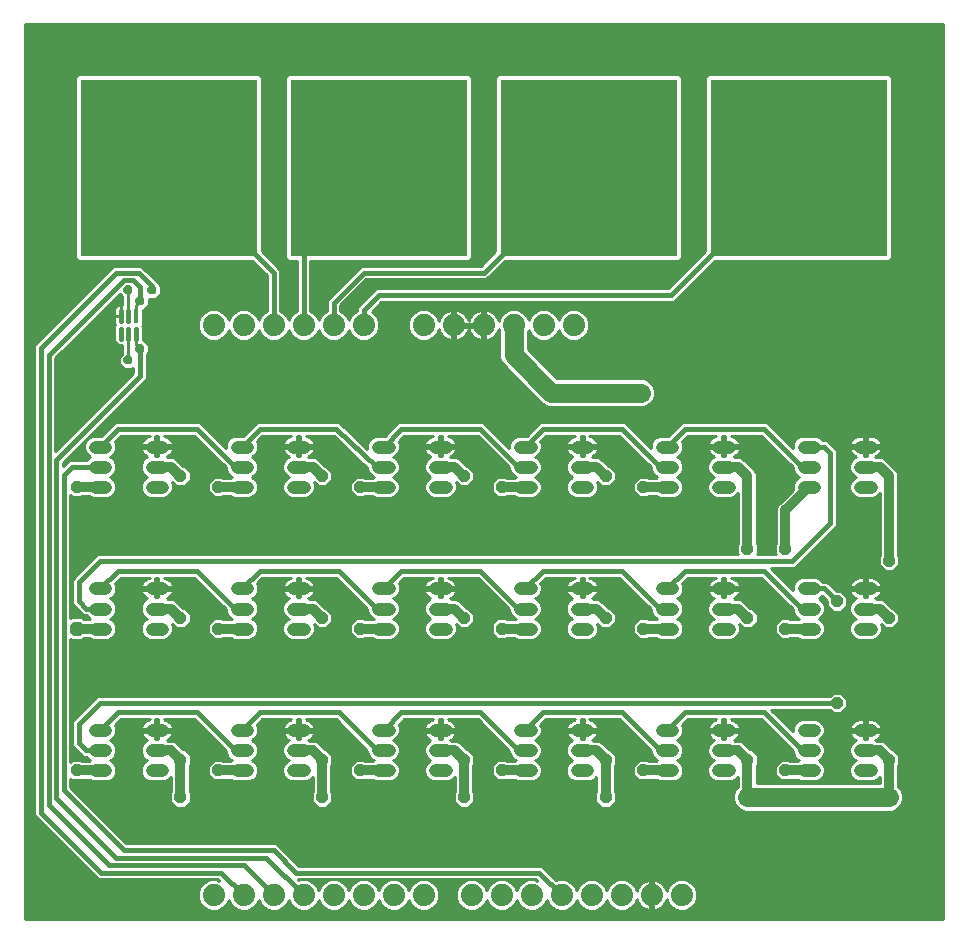
<source format=gtl>
G75*
%MOIN*%
%OFA0B0*%
%FSLAX24Y24*%
%IPPOS*%
%LPD*%
%AMOC8*
5,1,8,0,0,1.08239X$1,22.5*
%
%ADD10C,0.0157*%
%ADD11R,0.0157X0.0472*%
%ADD12C,0.0740*%
%ADD13R,0.5906X0.5906*%
%ADD14C,0.0433*%
%ADD15C,0.0100*%
%ADD16OC8,0.0300*%
%ADD17OC8,0.0380*%
%ADD18C,0.0640*%
%ADD19OC8,0.0480*%
%ADD20C,0.0320*%
%ADD21C,0.0160*%
D10*
X003559Y023440D02*
X003559Y023756D01*
X003559Y023756D01*
X003559Y023440D01*
X003559Y023440D01*
X003559Y023596D02*
X003559Y023596D01*
X003559Y023752D02*
X003559Y023752D01*
X003815Y023756D02*
X003815Y023440D01*
X003815Y023756D02*
X003815Y023756D01*
X003815Y023440D01*
X003815Y023440D01*
X003815Y023596D02*
X003815Y023596D01*
X003815Y023752D02*
X003815Y023752D01*
X004071Y023756D02*
X004071Y023440D01*
X004071Y023756D02*
X004071Y023756D01*
X004071Y023440D01*
X004071Y023440D01*
X004071Y023596D02*
X004071Y023596D01*
X004071Y023752D02*
X004071Y023752D01*
X003815Y024031D02*
X003815Y024347D01*
X003815Y024347D01*
X003815Y024031D01*
X003815Y024031D01*
X003815Y024187D02*
X003815Y024187D01*
X003815Y024343D02*
X003815Y024343D01*
X003559Y024347D02*
X003559Y024031D01*
X003559Y024347D02*
X003559Y024347D01*
X003559Y024031D01*
X003559Y024031D01*
X003559Y024187D02*
X003559Y024187D01*
X003559Y024343D02*
X003559Y024343D01*
D11*
X004071Y024189D03*
D12*
X006650Y023893D03*
X007650Y023893D03*
X008650Y023893D03*
X009650Y023893D03*
X010650Y023893D03*
X011650Y023893D03*
X013650Y023893D03*
X014650Y023893D03*
X015650Y023893D03*
X016650Y023893D03*
X017650Y023893D03*
X018650Y023893D03*
X018250Y004893D03*
X017250Y004893D03*
X016250Y004893D03*
X015250Y004893D03*
X013650Y004893D03*
X012650Y004893D03*
X011650Y004893D03*
X010650Y004893D03*
X009650Y004893D03*
X008650Y004893D03*
X007650Y004893D03*
X006650Y004893D03*
X019250Y004893D03*
X020250Y004893D03*
X021250Y004893D03*
X022250Y004893D03*
D13*
X019150Y029143D03*
X026150Y029143D03*
X012150Y029143D03*
X005150Y029143D03*
D14*
X004937Y019838D02*
X004583Y019838D01*
X004583Y019838D01*
X004937Y019838D01*
X004937Y019838D01*
X004937Y019169D02*
X004583Y019169D01*
X004583Y019169D01*
X004937Y019169D01*
X004937Y019169D01*
X004937Y018500D02*
X004583Y018500D01*
X004583Y018500D01*
X004937Y018500D01*
X004937Y018500D01*
X003047Y018500D02*
X002693Y018500D01*
X002693Y018500D01*
X003047Y018500D01*
X003047Y018500D01*
X003047Y019169D02*
X002693Y019169D01*
X002693Y019169D01*
X003047Y019169D01*
X003047Y019169D01*
X003047Y019838D02*
X002693Y019838D01*
X002693Y019838D01*
X003047Y019838D01*
X003047Y019838D01*
X003047Y015114D02*
X002693Y015114D01*
X002693Y015114D01*
X003047Y015114D01*
X003047Y015114D01*
X003047Y014444D02*
X002693Y014444D01*
X002693Y014444D01*
X003047Y014444D01*
X003047Y014444D01*
X003047Y013775D02*
X002693Y013775D01*
X002693Y013775D01*
X003047Y013775D01*
X003047Y013775D01*
X004583Y013775D02*
X004937Y013775D01*
X004583Y013775D02*
X004583Y013775D01*
X004937Y013775D01*
X004937Y013775D01*
X004937Y014444D02*
X004583Y014444D01*
X004583Y014444D01*
X004937Y014444D01*
X004937Y014444D01*
X004937Y015114D02*
X004583Y015114D01*
X004583Y015114D01*
X004937Y015114D01*
X004937Y015114D01*
X007418Y015114D02*
X007772Y015114D01*
X007418Y015114D02*
X007418Y015114D01*
X007772Y015114D01*
X007772Y015114D01*
X007772Y014444D02*
X007418Y014444D01*
X007418Y014444D01*
X007772Y014444D01*
X007772Y014444D01*
X007772Y013775D02*
X007418Y013775D01*
X007418Y013775D01*
X007772Y013775D01*
X007772Y013775D01*
X009308Y013775D02*
X009662Y013775D01*
X009308Y013775D02*
X009308Y013775D01*
X009662Y013775D01*
X009662Y013775D01*
X009662Y014444D02*
X009308Y014444D01*
X009308Y014444D01*
X009662Y014444D01*
X009662Y014444D01*
X009662Y015114D02*
X009308Y015114D01*
X009308Y015114D01*
X009662Y015114D01*
X009662Y015114D01*
X012142Y015114D02*
X012496Y015114D01*
X012142Y015114D02*
X012142Y015114D01*
X012496Y015114D01*
X012496Y015114D01*
X012496Y014444D02*
X012142Y014444D01*
X012142Y014444D01*
X012496Y014444D01*
X012496Y014444D01*
X012496Y013775D02*
X012142Y013775D01*
X012142Y013775D01*
X012496Y013775D01*
X012496Y013775D01*
X014032Y013775D02*
X014386Y013775D01*
X014032Y013775D02*
X014032Y013775D01*
X014386Y013775D01*
X014386Y013775D01*
X014386Y014444D02*
X014032Y014444D01*
X014032Y014444D01*
X014386Y014444D01*
X014386Y014444D01*
X014386Y015114D02*
X014032Y015114D01*
X014032Y015114D01*
X014386Y015114D01*
X014386Y015114D01*
X016867Y015114D02*
X017221Y015114D01*
X016867Y015114D02*
X016867Y015114D01*
X017221Y015114D01*
X017221Y015114D01*
X017221Y014444D02*
X016867Y014444D01*
X016867Y014444D01*
X017221Y014444D01*
X017221Y014444D01*
X017221Y013775D02*
X016867Y013775D01*
X016867Y013775D01*
X017221Y013775D01*
X017221Y013775D01*
X018756Y013775D02*
X019110Y013775D01*
X018756Y013775D02*
X018756Y013775D01*
X019110Y013775D01*
X019110Y013775D01*
X019110Y014444D02*
X018756Y014444D01*
X018756Y014444D01*
X019110Y014444D01*
X019110Y014444D01*
X019110Y015114D02*
X018756Y015114D01*
X018756Y015114D01*
X019110Y015114D01*
X019110Y015114D01*
X021591Y015114D02*
X021945Y015114D01*
X021591Y015114D02*
X021591Y015114D01*
X021945Y015114D01*
X021945Y015114D01*
X021945Y014444D02*
X021591Y014444D01*
X021591Y014444D01*
X021945Y014444D01*
X021945Y014444D01*
X021945Y013775D02*
X021591Y013775D01*
X021591Y013775D01*
X021945Y013775D01*
X021945Y013775D01*
X023481Y013775D02*
X023835Y013775D01*
X023481Y013775D02*
X023481Y013775D01*
X023835Y013775D01*
X023835Y013775D01*
X023835Y014444D02*
X023481Y014444D01*
X023481Y014444D01*
X023835Y014444D01*
X023835Y014444D01*
X023835Y015114D02*
X023481Y015114D01*
X023481Y015114D01*
X023835Y015114D01*
X023835Y015114D01*
X026316Y015114D02*
X026670Y015114D01*
X026316Y015114D02*
X026316Y015114D01*
X026670Y015114D01*
X026670Y015114D01*
X026670Y014444D02*
X026316Y014444D01*
X026316Y014444D01*
X026670Y014444D01*
X026670Y014444D01*
X026670Y013775D02*
X026316Y013775D01*
X026316Y013775D01*
X026670Y013775D01*
X026670Y013775D01*
X028205Y013775D02*
X028559Y013775D01*
X028205Y013775D02*
X028205Y013775D01*
X028559Y013775D01*
X028559Y013775D01*
X028559Y014444D02*
X028205Y014444D01*
X028205Y014444D01*
X028559Y014444D01*
X028559Y014444D01*
X028559Y015114D02*
X028205Y015114D01*
X028205Y015114D01*
X028559Y015114D01*
X028559Y015114D01*
X028559Y018500D02*
X028205Y018500D01*
X028205Y018500D01*
X028559Y018500D01*
X028559Y018500D01*
X028559Y019169D02*
X028205Y019169D01*
X028205Y019169D01*
X028559Y019169D01*
X028559Y019169D01*
X028559Y019838D02*
X028205Y019838D01*
X028205Y019838D01*
X028559Y019838D01*
X028559Y019838D01*
X026670Y019838D02*
X026316Y019838D01*
X026316Y019838D01*
X026670Y019838D01*
X026670Y019838D01*
X026670Y019169D02*
X026316Y019169D01*
X026316Y019169D01*
X026670Y019169D01*
X026670Y019169D01*
X026670Y018500D02*
X026316Y018500D01*
X026316Y018500D01*
X026670Y018500D01*
X026670Y018500D01*
X023835Y018500D02*
X023481Y018500D01*
X023481Y018500D01*
X023835Y018500D01*
X023835Y018500D01*
X023835Y019169D02*
X023481Y019169D01*
X023481Y019169D01*
X023835Y019169D01*
X023835Y019169D01*
X023835Y019838D02*
X023481Y019838D01*
X023481Y019838D01*
X023835Y019838D01*
X023835Y019838D01*
X021945Y019838D02*
X021591Y019838D01*
X021591Y019838D01*
X021945Y019838D01*
X021945Y019838D01*
X021945Y019169D02*
X021591Y019169D01*
X021591Y019169D01*
X021945Y019169D01*
X021945Y019169D01*
X021945Y018500D02*
X021591Y018500D01*
X021591Y018500D01*
X021945Y018500D01*
X021945Y018500D01*
X019110Y018500D02*
X018756Y018500D01*
X018756Y018500D01*
X019110Y018500D01*
X019110Y018500D01*
X019110Y019169D02*
X018756Y019169D01*
X018756Y019169D01*
X019110Y019169D01*
X019110Y019169D01*
X019110Y019838D02*
X018756Y019838D01*
X018756Y019838D01*
X019110Y019838D01*
X019110Y019838D01*
X017221Y019838D02*
X016867Y019838D01*
X016867Y019838D01*
X017221Y019838D01*
X017221Y019838D01*
X017221Y019169D02*
X016867Y019169D01*
X016867Y019169D01*
X017221Y019169D01*
X017221Y019169D01*
X017221Y018500D02*
X016867Y018500D01*
X016867Y018500D01*
X017221Y018500D01*
X017221Y018500D01*
X014386Y018500D02*
X014032Y018500D01*
X014032Y018500D01*
X014386Y018500D01*
X014386Y018500D01*
X014386Y019169D02*
X014032Y019169D01*
X014032Y019169D01*
X014386Y019169D01*
X014386Y019169D01*
X014386Y019838D02*
X014032Y019838D01*
X014032Y019838D01*
X014386Y019838D01*
X014386Y019838D01*
X012496Y019838D02*
X012142Y019838D01*
X012142Y019838D01*
X012496Y019838D01*
X012496Y019838D01*
X012496Y019169D02*
X012142Y019169D01*
X012142Y019169D01*
X012496Y019169D01*
X012496Y019169D01*
X012496Y018500D02*
X012142Y018500D01*
X012142Y018500D01*
X012496Y018500D01*
X012496Y018500D01*
X009662Y018500D02*
X009308Y018500D01*
X009308Y018500D01*
X009662Y018500D01*
X009662Y018500D01*
X009662Y019169D02*
X009308Y019169D01*
X009308Y019169D01*
X009662Y019169D01*
X009662Y019169D01*
X009662Y019838D02*
X009308Y019838D01*
X009308Y019838D01*
X009662Y019838D01*
X009662Y019838D01*
X007772Y019838D02*
X007418Y019838D01*
X007418Y019838D01*
X007772Y019838D01*
X007772Y019838D01*
X007772Y019169D02*
X007418Y019169D01*
X007418Y019169D01*
X007772Y019169D01*
X007772Y019169D01*
X007772Y018500D02*
X007418Y018500D01*
X007418Y018500D01*
X007772Y018500D01*
X007772Y018500D01*
X007772Y010389D02*
X007418Y010389D01*
X007418Y010389D01*
X007772Y010389D01*
X007772Y010389D01*
X007772Y009720D02*
X007418Y009720D01*
X007418Y009720D01*
X007772Y009720D01*
X007772Y009720D01*
X007772Y009051D02*
X007418Y009051D01*
X007418Y009051D01*
X007772Y009051D01*
X007772Y009051D01*
X009308Y009051D02*
X009662Y009051D01*
X009308Y009051D02*
X009308Y009051D01*
X009662Y009051D01*
X009662Y009051D01*
X009662Y009720D02*
X009308Y009720D01*
X009308Y009720D01*
X009662Y009720D01*
X009662Y009720D01*
X009662Y010389D02*
X009308Y010389D01*
X009308Y010389D01*
X009662Y010389D01*
X009662Y010389D01*
X012142Y010389D02*
X012496Y010389D01*
X012142Y010389D02*
X012142Y010389D01*
X012496Y010389D01*
X012496Y010389D01*
X012496Y009720D02*
X012142Y009720D01*
X012142Y009720D01*
X012496Y009720D01*
X012496Y009720D01*
X012496Y009051D02*
X012142Y009051D01*
X012142Y009051D01*
X012496Y009051D01*
X012496Y009051D01*
X014032Y009051D02*
X014386Y009051D01*
X014032Y009051D02*
X014032Y009051D01*
X014386Y009051D01*
X014386Y009051D01*
X014386Y009720D02*
X014032Y009720D01*
X014032Y009720D01*
X014386Y009720D01*
X014386Y009720D01*
X014386Y010389D02*
X014032Y010389D01*
X014032Y010389D01*
X014386Y010389D01*
X014386Y010389D01*
X016867Y010389D02*
X017221Y010389D01*
X016867Y010389D02*
X016867Y010389D01*
X017221Y010389D01*
X017221Y010389D01*
X017221Y009720D02*
X016867Y009720D01*
X016867Y009720D01*
X017221Y009720D01*
X017221Y009720D01*
X017221Y009051D02*
X016867Y009051D01*
X016867Y009051D01*
X017221Y009051D01*
X017221Y009051D01*
X018756Y009051D02*
X019110Y009051D01*
X018756Y009051D02*
X018756Y009051D01*
X019110Y009051D01*
X019110Y009051D01*
X019110Y009720D02*
X018756Y009720D01*
X018756Y009720D01*
X019110Y009720D01*
X019110Y009720D01*
X019110Y010389D02*
X018756Y010389D01*
X018756Y010389D01*
X019110Y010389D01*
X019110Y010389D01*
X021591Y010389D02*
X021945Y010389D01*
X021591Y010389D02*
X021591Y010389D01*
X021945Y010389D01*
X021945Y010389D01*
X021945Y009720D02*
X021591Y009720D01*
X021591Y009720D01*
X021945Y009720D01*
X021945Y009720D01*
X021945Y009051D02*
X021591Y009051D01*
X021591Y009051D01*
X021945Y009051D01*
X021945Y009051D01*
X023481Y009051D02*
X023835Y009051D01*
X023481Y009051D02*
X023481Y009051D01*
X023835Y009051D01*
X023835Y009051D01*
X023835Y009720D02*
X023481Y009720D01*
X023481Y009720D01*
X023835Y009720D01*
X023835Y009720D01*
X023835Y010389D02*
X023481Y010389D01*
X023481Y010389D01*
X023835Y010389D01*
X023835Y010389D01*
X026316Y010389D02*
X026670Y010389D01*
X026316Y010389D02*
X026316Y010389D01*
X026670Y010389D01*
X026670Y010389D01*
X026670Y009720D02*
X026316Y009720D01*
X026316Y009720D01*
X026670Y009720D01*
X026670Y009720D01*
X026670Y009051D02*
X026316Y009051D01*
X026316Y009051D01*
X026670Y009051D01*
X026670Y009051D01*
X028205Y009051D02*
X028559Y009051D01*
X028205Y009051D02*
X028205Y009051D01*
X028559Y009051D01*
X028559Y009051D01*
X028559Y009720D02*
X028205Y009720D01*
X028205Y009720D01*
X028559Y009720D01*
X028559Y009720D01*
X028559Y010389D02*
X028205Y010389D01*
X028205Y010389D01*
X028559Y010389D01*
X028559Y010389D01*
X004937Y010389D02*
X004583Y010389D01*
X004583Y010389D01*
X004937Y010389D01*
X004937Y010389D01*
X004937Y009720D02*
X004583Y009720D01*
X004583Y009720D01*
X004937Y009720D01*
X004937Y009720D01*
X004937Y009051D02*
X004583Y009051D01*
X004583Y009051D01*
X004937Y009051D01*
X004937Y009051D01*
X003047Y009051D02*
X002693Y009051D01*
X002693Y009051D01*
X003047Y009051D01*
X003047Y009051D01*
X003047Y009720D02*
X002693Y009720D01*
X002693Y009720D01*
X003047Y009720D01*
X003047Y009720D01*
X003047Y010389D02*
X002693Y010389D01*
X002693Y010389D01*
X003047Y010389D01*
X003047Y010389D01*
D15*
X000350Y004093D02*
X000350Y033943D01*
X030950Y033943D01*
X030950Y004093D01*
X000350Y004093D01*
X000350Y004189D02*
X030950Y004189D01*
X030950Y004287D02*
X000350Y004287D01*
X000350Y004386D02*
X006516Y004386D01*
X006547Y004373D02*
X006753Y004373D01*
X006945Y004452D01*
X007091Y004599D01*
X007150Y004742D01*
X007209Y004599D01*
X007355Y004452D01*
X007547Y004373D01*
X007753Y004373D01*
X007945Y004452D01*
X008091Y004599D01*
X008150Y004742D01*
X008209Y004599D01*
X008355Y004452D01*
X008547Y004373D01*
X008753Y004373D01*
X008945Y004452D01*
X009091Y004599D01*
X009150Y004742D01*
X009209Y004599D01*
X009355Y004452D01*
X009547Y004373D01*
X009753Y004373D01*
X009945Y004452D01*
X010091Y004599D01*
X010150Y004742D01*
X010209Y004599D01*
X010355Y004452D01*
X010547Y004373D01*
X010753Y004373D01*
X010945Y004452D01*
X011091Y004599D01*
X011150Y004742D01*
X011209Y004599D01*
X011355Y004452D01*
X011547Y004373D01*
X011753Y004373D01*
X011945Y004452D01*
X012091Y004599D01*
X012150Y004742D01*
X012209Y004599D01*
X012355Y004452D01*
X012547Y004373D01*
X012753Y004373D01*
X012945Y004452D01*
X013091Y004599D01*
X013150Y004742D01*
X013209Y004599D01*
X013355Y004452D01*
X013547Y004373D01*
X013753Y004373D01*
X013945Y004452D01*
X014091Y004599D01*
X014170Y004790D01*
X014170Y004997D01*
X014091Y005188D01*
X013945Y005334D01*
X013753Y005413D01*
X013547Y005413D01*
X013355Y005334D01*
X013209Y005188D01*
X013150Y005045D01*
X013091Y005188D01*
X012945Y005334D01*
X012753Y005413D01*
X012547Y005413D01*
X012355Y005334D01*
X012209Y005188D01*
X012150Y005045D01*
X012091Y005188D01*
X011945Y005334D01*
X011753Y005413D01*
X011547Y005413D01*
X011355Y005334D01*
X011209Y005188D01*
X011150Y005045D01*
X011091Y005188D01*
X010945Y005334D01*
X010753Y005413D01*
X010547Y005413D01*
X010355Y005334D01*
X010209Y005188D01*
X010150Y005045D01*
X010091Y005188D01*
X009945Y005334D01*
X009753Y005413D01*
X009547Y005413D01*
X009482Y005387D01*
X009455Y005413D01*
X017405Y005413D01*
X017441Y005377D01*
X017353Y005413D01*
X017147Y005413D01*
X016955Y005334D01*
X016809Y005188D01*
X016750Y005045D01*
X016691Y005188D01*
X016545Y005334D01*
X016353Y005413D01*
X016147Y005413D01*
X015955Y005334D01*
X015809Y005188D01*
X015750Y005045D01*
X015691Y005188D01*
X015545Y005334D01*
X015353Y005413D01*
X015147Y005413D01*
X014955Y005334D01*
X014809Y005188D01*
X014730Y004997D01*
X014730Y004790D01*
X014809Y004599D01*
X014955Y004452D01*
X015147Y004373D01*
X015353Y004373D01*
X015545Y004452D01*
X015691Y004599D01*
X015750Y004742D01*
X015809Y004599D01*
X015955Y004452D01*
X016147Y004373D01*
X016353Y004373D01*
X016545Y004452D01*
X016691Y004599D01*
X016750Y004742D01*
X016809Y004599D01*
X016955Y004452D01*
X017147Y004373D01*
X017353Y004373D01*
X017545Y004452D01*
X017691Y004599D01*
X017750Y004742D01*
X017809Y004599D01*
X017955Y004452D01*
X018147Y004373D01*
X018353Y004373D01*
X018545Y004452D01*
X018691Y004599D01*
X018750Y004742D01*
X018809Y004599D01*
X018955Y004452D01*
X019147Y004373D01*
X019353Y004373D01*
X019545Y004452D01*
X019691Y004599D01*
X019750Y004742D01*
X019809Y004599D01*
X019955Y004452D01*
X020147Y004373D01*
X020353Y004373D01*
X020545Y004452D01*
X020691Y004599D01*
X020751Y004745D01*
X020768Y004694D01*
X020805Y004621D01*
X020853Y004555D01*
X020911Y004497D01*
X020977Y004449D01*
X021050Y004411D01*
X021128Y004386D01*
X021200Y004375D01*
X021200Y004843D01*
X021300Y004843D01*
X021300Y004375D01*
X021372Y004386D01*
X021450Y004411D01*
X021523Y004449D01*
X021589Y004497D01*
X021647Y004555D01*
X021695Y004621D01*
X021732Y004694D01*
X021749Y004745D01*
X021809Y004599D01*
X021955Y004452D01*
X022147Y004373D01*
X022353Y004373D01*
X022545Y004452D01*
X022691Y004599D01*
X022770Y004790D01*
X022770Y004997D01*
X022691Y005188D01*
X022545Y005334D01*
X022353Y005413D01*
X022147Y005413D01*
X021955Y005334D01*
X021809Y005188D01*
X021749Y005042D01*
X021732Y005093D01*
X021695Y005166D01*
X021647Y005232D01*
X021589Y005290D01*
X021523Y005338D01*
X021450Y005375D01*
X021372Y005401D01*
X021300Y005412D01*
X021300Y004943D01*
X021200Y004943D01*
X021200Y005412D01*
X021128Y005401D01*
X021050Y005375D01*
X020977Y005338D01*
X020911Y005290D01*
X020853Y005232D01*
X020805Y005166D01*
X020768Y005093D01*
X020751Y005042D01*
X020691Y005188D01*
X020545Y005334D01*
X020353Y005413D01*
X020147Y005413D01*
X019955Y005334D01*
X019809Y005188D01*
X019750Y005045D01*
X019691Y005188D01*
X019545Y005334D01*
X019353Y005413D01*
X019147Y005413D01*
X018955Y005334D01*
X018809Y005188D01*
X018750Y005045D01*
X018691Y005188D01*
X018545Y005334D01*
X018353Y005413D01*
X018147Y005413D01*
X018082Y005387D01*
X017595Y005873D01*
X009495Y005873D01*
X008745Y006623D01*
X003745Y006623D01*
X001880Y008489D01*
X001880Y008773D01*
X001942Y008711D01*
X002224Y008711D01*
X002254Y008741D01*
X002485Y008741D01*
X002486Y008740D01*
X002620Y008684D01*
X003121Y008684D01*
X003255Y008740D01*
X003358Y008843D01*
X003414Y008978D01*
X003414Y009124D01*
X003358Y009258D01*
X003255Y009362D01*
X003198Y009385D01*
X003255Y009409D01*
X004375Y009409D01*
X004433Y009385D01*
X004375Y009362D01*
X004272Y009258D01*
X004217Y009124D01*
X004217Y008978D01*
X004272Y008843D01*
X004375Y008740D01*
X004510Y008684D01*
X005010Y008684D01*
X005145Y008740D01*
X005238Y008833D01*
X005238Y008316D01*
X005208Y008286D01*
X005208Y008004D01*
X005407Y007805D01*
X005688Y007805D01*
X005888Y008004D01*
X005888Y008286D01*
X005858Y008316D01*
X005858Y009234D01*
X005888Y009264D01*
X005888Y009546D01*
X005688Y009745D01*
X005646Y009745D01*
X005408Y009983D01*
X005294Y010030D01*
X005146Y010030D01*
X005145Y010031D01*
X005087Y010055D01*
X005111Y010065D01*
X005171Y010105D01*
X005222Y010156D01*
X005262Y010216D01*
X005290Y010282D01*
X005301Y010339D01*
X004810Y010339D01*
X004810Y010087D01*
X004710Y010087D01*
X004710Y010339D01*
X004810Y010339D01*
X004810Y010439D01*
X005301Y010439D01*
X005290Y010496D01*
X005262Y010563D01*
X005222Y010623D01*
X005171Y010674D01*
X005111Y010714D01*
X005044Y010742D01*
X005004Y010750D01*
X006004Y010750D01*
X007051Y009702D01*
X007051Y009647D01*
X007107Y009512D01*
X007210Y009409D01*
X005888Y009409D01*
X005888Y009311D02*
X006587Y009311D01*
X006667Y009391D02*
X006467Y009192D01*
X006467Y008910D01*
X006667Y008711D01*
X006948Y008711D01*
X006978Y008741D01*
X007209Y008741D01*
X007210Y008740D01*
X007345Y008684D01*
X007845Y008684D01*
X007980Y008740D01*
X008083Y008843D01*
X008139Y008978D01*
X008139Y009124D01*
X008083Y009258D01*
X007980Y009362D01*
X007922Y009385D01*
X007980Y009409D01*
X008083Y009512D01*
X008139Y009647D01*
X008139Y009793D01*
X008083Y009928D01*
X007980Y010031D01*
X007922Y010055D01*
X007980Y010079D01*
X008083Y010182D01*
X008139Y010316D01*
X008139Y010462D01*
X008096Y010565D01*
X008281Y010750D01*
X009241Y010750D01*
X009201Y010742D01*
X009134Y010714D01*
X009074Y010674D01*
X009023Y010623D01*
X008983Y010563D01*
X008955Y010496D01*
X008944Y010439D01*
X009435Y010439D01*
X009435Y010339D01*
X009535Y010339D01*
X009535Y010439D01*
X010026Y010439D01*
X010014Y010496D01*
X009987Y010563D01*
X009947Y010623D01*
X009895Y010674D01*
X009835Y010714D01*
X009769Y010742D01*
X009728Y010750D01*
X010728Y010750D01*
X011776Y009702D01*
X011776Y009647D01*
X011831Y009512D01*
X011934Y009409D01*
X011992Y009385D01*
X011934Y009362D01*
X011934Y009361D01*
X011703Y009361D01*
X011673Y009391D01*
X011391Y009391D01*
X011192Y009192D01*
X011192Y008910D01*
X011391Y008711D01*
X011673Y008711D01*
X011703Y008741D01*
X011934Y008741D01*
X011934Y008740D01*
X012069Y008684D01*
X012569Y008684D01*
X012704Y008740D01*
X012807Y008843D01*
X012863Y008978D01*
X012863Y009124D01*
X012807Y009258D01*
X012704Y009362D01*
X012646Y009385D01*
X012704Y009409D01*
X013824Y009409D01*
X013882Y009385D01*
X013824Y009362D01*
X013721Y009258D01*
X013665Y009124D01*
X013665Y008978D01*
X013721Y008843D01*
X013824Y008740D01*
X013959Y008684D01*
X014459Y008684D01*
X014594Y008740D01*
X014686Y008833D01*
X014686Y008316D01*
X014656Y008286D01*
X014656Y008004D01*
X014856Y007805D01*
X015137Y007805D01*
X015336Y008004D01*
X015336Y008286D01*
X015306Y008316D01*
X015306Y009234D01*
X015336Y009264D01*
X015336Y009546D01*
X015137Y009745D01*
X015095Y009745D01*
X014857Y009983D01*
X014743Y010030D01*
X014595Y010030D01*
X014594Y010031D01*
X014536Y010055D01*
X014560Y010065D01*
X014620Y010105D01*
X014671Y010156D01*
X014711Y010216D01*
X014739Y010282D01*
X014750Y010339D01*
X014259Y010339D01*
X014259Y010087D01*
X014159Y010087D01*
X014159Y010339D01*
X014259Y010339D01*
X014259Y010439D01*
X014750Y010439D01*
X014739Y010496D01*
X014711Y010563D01*
X014671Y010623D01*
X014620Y010674D01*
X014560Y010714D01*
X014493Y010742D01*
X014452Y010750D01*
X015452Y010750D01*
X016500Y009702D01*
X016500Y009647D01*
X016556Y009512D01*
X016659Y009409D01*
X015336Y009409D01*
X015336Y009311D02*
X016036Y009311D01*
X016115Y009391D02*
X015916Y009192D01*
X015916Y008910D01*
X016115Y008711D01*
X016397Y008711D01*
X016427Y008741D01*
X016658Y008741D01*
X016659Y008740D01*
X016794Y008684D01*
X017294Y008684D01*
X017428Y008740D01*
X017532Y008843D01*
X017587Y008978D01*
X017587Y009124D01*
X017532Y009258D01*
X017428Y009362D01*
X017371Y009385D01*
X017428Y009409D01*
X018549Y009409D01*
X018606Y009385D01*
X018549Y009362D01*
X018446Y009258D01*
X018390Y009124D01*
X018390Y008978D01*
X018446Y008843D01*
X018549Y008740D01*
X018683Y008684D01*
X019184Y008684D01*
X019318Y008740D01*
X019411Y008833D01*
X019411Y008316D01*
X019381Y008286D01*
X019381Y008004D01*
X019580Y007805D01*
X019862Y007805D01*
X020061Y008004D01*
X020061Y008286D01*
X020031Y008316D01*
X020031Y009234D01*
X020061Y009264D01*
X020061Y009546D01*
X019862Y009745D01*
X019819Y009745D01*
X019582Y009983D01*
X019468Y010030D01*
X019319Y010030D01*
X019318Y010031D01*
X019261Y010055D01*
X019284Y010065D01*
X019344Y010105D01*
X019395Y010156D01*
X019435Y010216D01*
X019463Y010282D01*
X019474Y010339D01*
X018983Y010339D01*
X018983Y010087D01*
X018883Y010087D01*
X018883Y010339D01*
X018393Y010339D01*
X018404Y010282D01*
X018431Y010216D01*
X018472Y010156D01*
X018523Y010105D01*
X018583Y010065D01*
X018606Y010055D01*
X018549Y010031D01*
X018446Y009928D01*
X018390Y009793D01*
X018390Y009647D01*
X018446Y009512D01*
X018549Y009409D01*
X018498Y009311D02*
X017479Y009311D01*
X017428Y009409D02*
X017532Y009512D01*
X017587Y009647D01*
X017587Y009793D01*
X017532Y009928D01*
X017428Y010031D01*
X017371Y010055D01*
X017428Y010079D01*
X017532Y010182D01*
X017587Y010316D01*
X017587Y010462D01*
X017545Y010565D01*
X017730Y010750D01*
X018690Y010750D01*
X018649Y010742D01*
X018583Y010714D01*
X018523Y010674D01*
X018472Y010623D01*
X018431Y010563D01*
X018404Y010496D01*
X018393Y010439D01*
X018883Y010439D01*
X018883Y010339D01*
X018983Y010339D01*
X018983Y010439D01*
X018983Y010750D01*
X018883Y010750D01*
X018883Y010439D01*
X018983Y010439D01*
X019474Y010439D01*
X019463Y010496D01*
X019435Y010563D01*
X019395Y010623D01*
X019344Y010674D01*
X019284Y010714D01*
X019218Y010742D01*
X019177Y010750D01*
X020177Y010750D01*
X021224Y009702D01*
X021224Y009647D01*
X021280Y009512D01*
X021383Y009409D01*
X021441Y009385D01*
X021383Y009362D01*
X021383Y009361D01*
X021152Y009361D01*
X021122Y009391D01*
X020840Y009391D01*
X020641Y009192D01*
X020641Y008910D01*
X020840Y008711D01*
X021122Y008711D01*
X021152Y008741D01*
X021383Y008741D01*
X021383Y008740D01*
X021518Y008684D01*
X022018Y008684D01*
X022153Y008740D01*
X022256Y008843D01*
X022312Y008978D01*
X022312Y009124D01*
X022256Y009258D01*
X022153Y009362D01*
X022095Y009385D01*
X022153Y009409D01*
X023273Y009409D01*
X023331Y009385D01*
X023273Y009362D01*
X023170Y009258D01*
X023114Y009124D01*
X023114Y008978D01*
X023170Y008843D01*
X023273Y008740D01*
X023408Y008684D01*
X023908Y008684D01*
X024043Y008740D01*
X024135Y008833D01*
X024135Y008500D01*
X024047Y008412D01*
X023975Y008239D01*
X023975Y008052D01*
X024047Y007879D01*
X024179Y007747D01*
X024352Y007675D01*
X029263Y007675D01*
X029436Y007747D01*
X029568Y007879D01*
X029640Y008052D01*
X029640Y008239D01*
X029568Y008412D01*
X029480Y008500D01*
X029480Y009234D01*
X029510Y009264D01*
X029510Y009546D01*
X029311Y009745D01*
X029268Y009745D01*
X029030Y009983D01*
X028916Y010030D01*
X028768Y010030D01*
X028767Y010031D01*
X028709Y010055D01*
X028733Y010065D01*
X028793Y010105D01*
X028844Y010156D01*
X028884Y010216D01*
X028912Y010282D01*
X028923Y010339D01*
X028432Y010339D01*
X028432Y010087D01*
X028332Y010087D01*
X028332Y010339D01*
X028432Y010339D01*
X028432Y010439D01*
X028923Y010439D01*
X028912Y010496D01*
X028884Y010563D01*
X028844Y010623D01*
X028793Y010674D01*
X028733Y010714D01*
X028666Y010742D01*
X028596Y010756D01*
X028432Y010756D01*
X028432Y010439D01*
X028332Y010439D01*
X028332Y010339D01*
X027841Y010339D01*
X027853Y010282D01*
X027880Y010216D01*
X027920Y010156D01*
X027971Y010105D01*
X028031Y010065D01*
X028055Y010055D01*
X027997Y010031D01*
X027894Y009928D01*
X027839Y009793D01*
X027839Y009647D01*
X027894Y009512D01*
X027997Y009409D01*
X028055Y009385D01*
X027997Y009362D01*
X027894Y009258D01*
X027839Y009124D01*
X027839Y008978D01*
X027894Y008843D01*
X027997Y008740D01*
X028132Y008684D01*
X028632Y008684D01*
X028767Y008740D01*
X028860Y008833D01*
X028860Y008615D01*
X024755Y008615D01*
X024755Y009234D01*
X024785Y009264D01*
X024785Y009546D01*
X024586Y009745D01*
X024544Y009745D01*
X024306Y009983D01*
X024192Y010030D01*
X024043Y010030D01*
X024043Y010031D01*
X023985Y010055D01*
X024009Y010065D01*
X024069Y010105D01*
X024120Y010156D01*
X024160Y010216D01*
X024187Y010282D01*
X024199Y010339D01*
X023708Y010339D01*
X023708Y010087D01*
X023608Y010087D01*
X023608Y010339D01*
X023708Y010339D01*
X023708Y010439D01*
X024199Y010439D01*
X024187Y010496D01*
X024160Y010563D01*
X024120Y010623D01*
X024069Y010674D01*
X024009Y010714D01*
X023942Y010742D01*
X023901Y010750D01*
X024901Y010750D01*
X025949Y009702D01*
X025949Y009647D01*
X026005Y009512D01*
X026108Y009409D01*
X024785Y009409D01*
X024785Y009311D02*
X025484Y009311D01*
X025564Y009391D02*
X025365Y009192D01*
X025365Y008910D01*
X025564Y008711D01*
X025846Y008711D01*
X025876Y008741D01*
X026107Y008741D01*
X026108Y008740D01*
X026242Y008684D01*
X026743Y008684D01*
X026877Y008740D01*
X026980Y008843D01*
X027036Y008978D01*
X027036Y009124D01*
X026980Y009258D01*
X026877Y009362D01*
X026820Y009385D01*
X026877Y009409D01*
X027998Y009409D01*
X027947Y009311D02*
X026928Y009311D01*
X026877Y009409D02*
X026980Y009512D01*
X027036Y009647D01*
X027036Y009793D01*
X026980Y009928D01*
X026877Y010031D01*
X026820Y010055D01*
X026877Y010079D01*
X026980Y010182D01*
X027036Y010316D01*
X027036Y010462D01*
X026980Y010597D01*
X026877Y010700D01*
X026743Y010756D01*
X026242Y010756D01*
X026108Y010700D01*
X026005Y010597D01*
X025949Y010462D01*
X025949Y010353D01*
X025237Y011065D01*
X027187Y011065D01*
X027297Y010955D01*
X027578Y010955D01*
X027777Y011154D01*
X027777Y011436D01*
X027578Y011635D01*
X027297Y011635D01*
X027187Y011525D01*
X002775Y011525D01*
X002640Y011390D01*
X001932Y010681D01*
X001932Y009861D01*
X002067Y009726D01*
X002303Y009490D01*
X002405Y009490D01*
X002486Y009409D01*
X001880Y009409D01*
X001942Y009391D02*
X001880Y009329D01*
X001880Y013427D01*
X001922Y013385D01*
X002245Y013385D01*
X002325Y013465D01*
X002485Y013465D01*
X002486Y013464D01*
X002620Y013409D01*
X003121Y013409D01*
X003255Y013464D01*
X003358Y013568D01*
X003414Y013702D01*
X003414Y013848D01*
X003358Y013983D01*
X003255Y014086D01*
X003198Y014110D01*
X003255Y014134D01*
X003358Y014237D01*
X003414Y014372D01*
X003414Y014517D01*
X003358Y014652D01*
X003255Y014755D01*
X003198Y014779D01*
X003255Y014803D01*
X003358Y014906D01*
X003414Y015041D01*
X003414Y015187D01*
X003372Y015290D01*
X003556Y015474D01*
X004517Y015474D01*
X004476Y015466D01*
X004409Y015439D01*
X004349Y015398D01*
X004298Y015347D01*
X004258Y015287D01*
X004231Y015221D01*
X003400Y015221D01*
X003401Y015319D02*
X004280Y015319D01*
X004231Y015221D02*
X004219Y015164D01*
X004710Y015164D01*
X004710Y015064D01*
X004219Y015064D01*
X004231Y015007D01*
X004258Y014940D01*
X004298Y014880D01*
X004349Y014829D01*
X004409Y014789D01*
X004433Y014779D01*
X004375Y014755D01*
X004272Y014652D01*
X004217Y014517D01*
X004217Y014372D01*
X004272Y014237D01*
X004375Y014134D01*
X004433Y014110D01*
X004375Y014086D01*
X004272Y013983D01*
X004217Y013848D01*
X004217Y013702D01*
X004272Y013568D01*
X004375Y013464D01*
X004510Y013409D01*
X005010Y013409D01*
X005145Y013464D01*
X005248Y013568D01*
X005304Y013702D01*
X005304Y013848D01*
X005273Y013924D01*
X005407Y013790D01*
X005688Y013790D01*
X005888Y013989D01*
X005888Y014270D01*
X005688Y014470D01*
X005646Y014470D01*
X005408Y014707D01*
X005294Y014754D01*
X005146Y014754D01*
X005145Y014755D01*
X005087Y014779D01*
X005111Y014789D01*
X005171Y014829D01*
X005222Y014880D01*
X005262Y014940D01*
X005290Y015007D01*
X005301Y015064D01*
X004810Y015064D01*
X004810Y014811D01*
X004710Y014811D01*
X004710Y015064D01*
X004810Y015064D01*
X004810Y015164D01*
X004810Y015474D01*
X004710Y015474D01*
X004710Y015164D01*
X004810Y015164D01*
X005301Y015164D01*
X005290Y015221D01*
X006257Y015221D01*
X006159Y015319D02*
X005241Y015319D01*
X005222Y015347D02*
X005171Y015398D01*
X005111Y015439D01*
X005044Y015466D01*
X005004Y015474D01*
X006004Y015474D01*
X007051Y014427D01*
X007051Y014372D01*
X007107Y014237D01*
X007210Y014134D01*
X007268Y014110D01*
X007210Y014086D01*
X007209Y014085D01*
X006978Y014085D01*
X006948Y014115D01*
X006667Y014115D01*
X006467Y013916D01*
X006467Y013634D01*
X006667Y013435D01*
X006948Y013435D01*
X006978Y013465D01*
X007209Y013465D01*
X007210Y013464D01*
X007345Y013409D01*
X007845Y013409D01*
X007980Y013464D01*
X008083Y013568D01*
X008139Y013702D01*
X008139Y013848D01*
X008083Y013983D01*
X007980Y014086D01*
X007922Y014110D01*
X007980Y014134D01*
X008083Y014237D01*
X008139Y014372D01*
X008139Y014517D01*
X008083Y014652D01*
X007980Y014755D01*
X007922Y014779D01*
X007980Y014803D01*
X008083Y014906D01*
X008139Y015041D01*
X008139Y015187D01*
X008096Y015290D01*
X008281Y015474D01*
X009241Y015474D01*
X009201Y015466D01*
X009134Y015439D01*
X009074Y015398D01*
X009023Y015347D01*
X008983Y015287D01*
X008955Y015221D01*
X008124Y015221D01*
X008126Y015319D02*
X009004Y015319D01*
X008955Y015221D02*
X008944Y015164D01*
X009435Y015164D01*
X009435Y015474D01*
X009535Y015474D01*
X009535Y015164D01*
X010026Y015164D01*
X010014Y015221D01*
X010981Y015221D01*
X010883Y015319D02*
X009965Y015319D01*
X009947Y015347D02*
X009895Y015398D01*
X009835Y015439D01*
X009769Y015466D01*
X009728Y015474D01*
X010728Y015474D01*
X011776Y014427D01*
X011776Y014372D01*
X011831Y014237D01*
X011934Y014134D01*
X011992Y014110D01*
X011934Y014086D01*
X011934Y014085D01*
X011703Y014085D01*
X011673Y014115D01*
X011391Y014115D01*
X011192Y013916D01*
X011192Y013634D01*
X011391Y013435D01*
X011673Y013435D01*
X011703Y013465D01*
X011934Y013465D01*
X011934Y013464D01*
X012069Y013409D01*
X012569Y013409D01*
X012704Y013464D01*
X012807Y013568D01*
X012863Y013702D01*
X012863Y013848D01*
X012807Y013983D01*
X012704Y014086D01*
X012646Y014110D01*
X012704Y014134D01*
X012807Y014237D01*
X012863Y014372D01*
X012863Y014517D01*
X012807Y014652D01*
X012704Y014755D01*
X012646Y014779D01*
X012704Y014803D01*
X012807Y014906D01*
X012863Y015041D01*
X012863Y015187D01*
X012820Y015290D01*
X013005Y015474D01*
X013966Y015474D01*
X013925Y015466D01*
X013858Y015439D01*
X013798Y015398D01*
X013747Y015347D01*
X013707Y015287D01*
X013679Y015221D01*
X012849Y015221D01*
X012850Y015319D02*
X013728Y015319D01*
X013679Y015221D02*
X013668Y015164D01*
X014159Y015164D01*
X014159Y015474D01*
X014259Y015474D01*
X014259Y015164D01*
X014159Y015164D01*
X014159Y015064D01*
X013668Y015064D01*
X013679Y015007D01*
X013707Y014940D01*
X013747Y014880D01*
X013798Y014829D01*
X013858Y014789D01*
X013882Y014779D01*
X013824Y014755D01*
X013721Y014652D01*
X013665Y014517D01*
X013665Y014372D01*
X013721Y014237D01*
X013824Y014134D01*
X013882Y014110D01*
X013824Y014086D01*
X013721Y013983D01*
X013665Y013848D01*
X013665Y013702D01*
X013721Y013568D01*
X013824Y013464D01*
X013959Y013409D01*
X014459Y013409D01*
X014594Y013464D01*
X014697Y013568D01*
X014753Y013702D01*
X014753Y013848D01*
X014721Y013924D01*
X014856Y013790D01*
X015137Y013790D01*
X015336Y013989D01*
X015336Y014270D01*
X015137Y014470D01*
X015095Y014470D01*
X014857Y014707D01*
X014743Y014754D01*
X014595Y014754D01*
X014594Y014755D01*
X014536Y014779D01*
X014560Y014789D01*
X014620Y014829D01*
X014671Y014880D01*
X014711Y014940D01*
X014739Y015007D01*
X014750Y015064D01*
X014259Y015064D01*
X014259Y015164D01*
X014750Y015164D01*
X014739Y015221D01*
X015706Y015221D01*
X015607Y015319D02*
X014690Y015319D01*
X014671Y015347D02*
X014620Y015398D01*
X014560Y015439D01*
X014493Y015466D01*
X014452Y015474D01*
X015452Y015474D01*
X016500Y014427D01*
X016500Y014372D01*
X016556Y014237D01*
X016659Y014134D01*
X016717Y014110D01*
X016659Y014086D01*
X016658Y014085D01*
X016427Y014085D01*
X016397Y014115D01*
X016115Y014115D01*
X015916Y013916D01*
X015916Y013634D01*
X016115Y013435D01*
X016397Y013435D01*
X016427Y013465D01*
X016658Y013465D01*
X016659Y013464D01*
X016794Y013409D01*
X017294Y013409D01*
X017428Y013464D01*
X017532Y013568D01*
X017587Y013702D01*
X017587Y013848D01*
X017532Y013983D01*
X017428Y014086D01*
X017371Y014110D01*
X017428Y014134D01*
X017532Y014237D01*
X017587Y014372D01*
X017587Y014517D01*
X017532Y014652D01*
X017428Y014755D01*
X017371Y014779D01*
X017428Y014803D01*
X017532Y014906D01*
X017587Y015041D01*
X017587Y015187D01*
X017545Y015290D01*
X017730Y015474D01*
X018690Y015474D01*
X018649Y015466D01*
X018583Y015439D01*
X018523Y015398D01*
X018472Y015347D01*
X018431Y015287D01*
X018404Y015221D01*
X017573Y015221D01*
X017575Y015319D02*
X018453Y015319D01*
X018404Y015221D02*
X018393Y015164D01*
X018883Y015164D01*
X018883Y015064D01*
X018393Y015064D01*
X018404Y015007D01*
X018431Y014940D01*
X018472Y014880D01*
X018523Y014829D01*
X018583Y014789D01*
X018606Y014779D01*
X018549Y014755D01*
X018446Y014652D01*
X018390Y014517D01*
X018390Y014372D01*
X018446Y014237D01*
X018549Y014134D01*
X018606Y014110D01*
X018549Y014086D01*
X018446Y013983D01*
X018390Y013848D01*
X018390Y013702D01*
X018446Y013568D01*
X018549Y013464D01*
X018683Y013409D01*
X019184Y013409D01*
X019318Y013464D01*
X019421Y013568D01*
X019477Y013702D01*
X019477Y013848D01*
X019446Y013924D01*
X019580Y013790D01*
X019862Y013790D01*
X020061Y013989D01*
X020061Y014270D01*
X019862Y014470D01*
X019819Y014470D01*
X019582Y014707D01*
X019468Y014754D01*
X019319Y014754D01*
X019318Y014755D01*
X019261Y014779D01*
X019284Y014789D01*
X019344Y014829D01*
X019395Y014880D01*
X019435Y014940D01*
X019463Y015007D01*
X019474Y015064D01*
X018983Y015064D01*
X018983Y014811D01*
X018883Y014811D01*
X018883Y015064D01*
X018983Y015064D01*
X018983Y015164D01*
X018983Y015474D01*
X018883Y015474D01*
X018883Y015164D01*
X018983Y015164D01*
X019474Y015164D01*
X019463Y015221D01*
X020430Y015221D01*
X020332Y015319D02*
X019414Y015319D01*
X019395Y015347D02*
X019435Y015287D01*
X019463Y015221D01*
X019395Y015347D02*
X019344Y015398D01*
X019284Y015439D01*
X019218Y015466D01*
X019177Y015474D01*
X020177Y015474D01*
X021224Y014427D01*
X021224Y014372D01*
X021280Y014237D01*
X021383Y014134D01*
X021441Y014110D01*
X021383Y014086D01*
X021383Y014085D01*
X021152Y014085D01*
X021122Y014115D01*
X020840Y014115D01*
X020641Y013916D01*
X020641Y013634D01*
X020840Y013435D01*
X021122Y013435D01*
X021152Y013465D01*
X021383Y013465D01*
X021383Y013464D01*
X021518Y013409D01*
X022018Y013409D01*
X022153Y013464D01*
X022256Y013568D01*
X022312Y013702D01*
X022312Y013848D01*
X022256Y013983D01*
X022153Y014086D01*
X022095Y014110D01*
X022153Y014134D01*
X022256Y014237D01*
X022312Y014372D01*
X022312Y014517D01*
X022256Y014652D01*
X022153Y014755D01*
X022095Y014779D01*
X022153Y014803D01*
X022256Y014906D01*
X022312Y015041D01*
X022312Y015187D01*
X022269Y015290D01*
X022454Y015474D01*
X023415Y015474D01*
X023374Y015466D01*
X023307Y015439D01*
X023247Y015398D01*
X023196Y015347D01*
X023156Y015287D01*
X023128Y015221D01*
X022298Y015221D01*
X022299Y015319D02*
X023177Y015319D01*
X023128Y015221D02*
X023117Y015164D01*
X023608Y015164D01*
X023608Y015474D01*
X023708Y015474D01*
X023708Y015164D01*
X023608Y015164D01*
X023608Y015064D01*
X023117Y015064D01*
X023128Y015007D01*
X023156Y014940D01*
X023196Y014880D01*
X023247Y014829D01*
X023307Y014789D01*
X023331Y014779D01*
X023273Y014755D01*
X023170Y014652D01*
X023114Y014517D01*
X023114Y014372D01*
X023170Y014237D01*
X023273Y014134D01*
X023331Y014110D01*
X023273Y014086D01*
X023170Y013983D01*
X023114Y013848D01*
X023114Y013702D01*
X023170Y013568D01*
X023273Y013464D01*
X023408Y013409D01*
X023908Y013409D01*
X024043Y013464D01*
X024146Y013568D01*
X024202Y013702D01*
X024202Y013848D01*
X024170Y013924D01*
X024304Y013790D01*
X024586Y013790D01*
X024785Y013989D01*
X024785Y014270D01*
X024586Y014470D01*
X024544Y014470D01*
X024306Y014707D01*
X024192Y014754D01*
X024043Y014754D01*
X024043Y014755D01*
X023985Y014779D01*
X024009Y014789D01*
X024069Y014829D01*
X024120Y014880D01*
X024160Y014940D01*
X024187Y015007D01*
X024199Y015064D01*
X023708Y015064D01*
X023708Y015164D01*
X024199Y015164D01*
X024187Y015221D01*
X025155Y015221D01*
X025253Y015122D02*
X023708Y015122D01*
X023708Y015064D02*
X023708Y014811D01*
X023608Y014811D01*
X023608Y015064D01*
X023708Y015064D01*
X023708Y015024D02*
X023608Y015024D01*
X023608Y015122D02*
X022312Y015122D01*
X022305Y015024D02*
X023125Y015024D01*
X023166Y014925D02*
X022264Y014925D01*
X022177Y014827D02*
X023250Y014827D01*
X023246Y014728D02*
X022180Y014728D01*
X022265Y014630D02*
X023161Y014630D01*
X023120Y014531D02*
X022306Y014531D01*
X022312Y014433D02*
X023114Y014433D01*
X023130Y014334D02*
X022296Y014334D01*
X022255Y014236D02*
X023171Y014236D01*
X023270Y014137D02*
X022156Y014137D01*
X022200Y014039D02*
X023226Y014039D01*
X023152Y013940D02*
X022274Y013940D01*
X022312Y013842D02*
X023114Y013842D01*
X023114Y013743D02*
X022312Y013743D01*
X022288Y013645D02*
X023138Y013645D01*
X023191Y013546D02*
X022235Y013546D01*
X022113Y013448D02*
X023313Y013448D01*
X024003Y013448D02*
X025552Y013448D01*
X025564Y013435D02*
X025846Y013435D01*
X025876Y013465D01*
X026107Y013465D01*
X026108Y013464D01*
X026242Y013409D01*
X026743Y013409D01*
X026877Y013464D01*
X026980Y013568D01*
X027036Y013702D01*
X027036Y013848D01*
X026980Y013983D01*
X026877Y014086D01*
X026820Y014110D01*
X026877Y014134D01*
X026980Y014237D01*
X027036Y014372D01*
X027036Y014517D01*
X026980Y014652D01*
X026877Y014755D01*
X026820Y014779D01*
X026877Y014803D01*
X026934Y014859D01*
X027097Y014695D01*
X027097Y014540D01*
X027297Y014341D01*
X027578Y014341D01*
X027777Y014540D01*
X027777Y014822D01*
X027578Y015021D01*
X027423Y015021D01*
X027100Y015344D01*
X026958Y015344D01*
X026877Y015425D01*
X026743Y015480D01*
X026242Y015480D01*
X026108Y015425D01*
X026005Y015321D01*
X025949Y015187D01*
X025949Y015077D01*
X025237Y015789D01*
X026037Y015789D01*
X027296Y017049D01*
X027431Y017184D01*
X027431Y019737D01*
X027296Y019871D01*
X027100Y020068D01*
X026958Y020068D01*
X026877Y020149D01*
X026743Y020205D01*
X026242Y020205D01*
X026108Y020149D01*
X026005Y020046D01*
X025949Y019911D01*
X025949Y019802D01*
X025226Y020524D01*
X025092Y020659D01*
X022263Y020659D01*
X021809Y020205D01*
X021518Y020205D01*
X021383Y020149D01*
X021280Y020046D01*
X021224Y019911D01*
X021224Y019802D01*
X020502Y020524D01*
X020367Y020659D01*
X017539Y020659D01*
X017085Y020205D01*
X016794Y020205D01*
X016659Y020149D01*
X016556Y020046D01*
X016500Y019911D01*
X016500Y019802D01*
X015778Y020524D01*
X015643Y020659D01*
X012815Y020659D01*
X012361Y020205D01*
X012069Y020205D01*
X011934Y020149D01*
X011831Y020046D01*
X011776Y019911D01*
X011776Y019774D01*
X010905Y020594D01*
X010840Y020659D01*
X010836Y020659D01*
X010833Y020662D01*
X010741Y020659D01*
X008090Y020659D01*
X007955Y020524D01*
X007636Y020205D01*
X007345Y020205D01*
X007210Y020149D01*
X007107Y020046D01*
X007051Y019911D01*
X007051Y019802D01*
X006329Y020524D01*
X006194Y020659D01*
X003366Y020659D01*
X003231Y020524D01*
X002912Y020205D01*
X002620Y020205D01*
X002486Y020149D01*
X002383Y020046D01*
X002327Y019911D01*
X002327Y019765D01*
X002383Y019631D01*
X002486Y019527D01*
X002543Y019504D01*
X002486Y019480D01*
X002405Y019399D01*
X001830Y019399D01*
X001630Y019199D01*
X001630Y019298D01*
X004304Y021972D01*
X004439Y022107D01*
X004439Y022912D01*
X004509Y022982D01*
X004509Y023230D01*
X004333Y023406D01*
X004300Y023406D01*
X004300Y023850D01*
X004280Y023870D01*
X004300Y023890D01*
X004300Y024381D01*
X004333Y024381D01*
X004509Y024556D01*
X004509Y024774D01*
X004727Y024774D01*
X004903Y024950D01*
X004903Y025199D01*
X004833Y025269D01*
X004833Y025286D01*
X004380Y025739D01*
X004245Y025873D01*
X003305Y025873D01*
X003170Y025739D01*
X000670Y023239D01*
X000670Y007548D01*
X002670Y005548D01*
X002805Y005413D01*
X006805Y005413D01*
X006841Y005377D01*
X006753Y005413D01*
X006547Y005413D01*
X006355Y005334D01*
X006209Y005188D01*
X006130Y004997D01*
X006130Y004790D01*
X006209Y004599D01*
X006355Y004452D01*
X006547Y004373D01*
X006784Y004386D02*
X007516Y004386D01*
X007324Y004484D02*
X006976Y004484D01*
X007075Y004583D02*
X007225Y004583D01*
X007175Y004681D02*
X007125Y004681D01*
X007784Y004386D02*
X008516Y004386D01*
X008324Y004484D02*
X007976Y004484D01*
X008075Y004583D02*
X008225Y004583D01*
X008175Y004681D02*
X008125Y004681D01*
X008784Y004386D02*
X009516Y004386D01*
X009324Y004484D02*
X008976Y004484D01*
X009075Y004583D02*
X009225Y004583D01*
X009175Y004681D02*
X009125Y004681D01*
X009784Y004386D02*
X010516Y004386D01*
X010324Y004484D02*
X009976Y004484D01*
X010075Y004583D02*
X010225Y004583D01*
X010175Y004681D02*
X010125Y004681D01*
X010137Y005075D02*
X010163Y005075D01*
X010203Y005174D02*
X010097Y005174D01*
X010006Y005272D02*
X010294Y005272D01*
X010444Y005371D02*
X009856Y005371D01*
X009407Y005962D02*
X030950Y005962D01*
X030950Y006060D02*
X009308Y006060D01*
X009210Y006159D02*
X030950Y006159D01*
X030950Y006257D02*
X009111Y006257D01*
X009013Y006356D02*
X030950Y006356D01*
X030950Y006454D02*
X008914Y006454D01*
X008816Y006553D02*
X030950Y006553D01*
X030950Y006651D02*
X003717Y006651D01*
X003619Y006750D02*
X030950Y006750D01*
X030950Y006848D02*
X003520Y006848D01*
X003422Y006947D02*
X030950Y006947D01*
X030950Y007045D02*
X003323Y007045D01*
X003225Y007144D02*
X030950Y007144D01*
X030950Y007242D02*
X003126Y007242D01*
X003028Y007341D02*
X030950Y007341D01*
X030950Y007439D02*
X002929Y007439D01*
X002831Y007538D02*
X030950Y007538D01*
X030950Y007636D02*
X002732Y007636D01*
X002634Y007735D02*
X024208Y007735D01*
X024093Y007833D02*
X019890Y007833D01*
X019988Y007932D02*
X024025Y007932D01*
X023984Y008030D02*
X020061Y008030D01*
X020061Y008129D02*
X023975Y008129D01*
X023975Y008227D02*
X020061Y008227D01*
X020031Y008326D02*
X024011Y008326D01*
X024060Y008424D02*
X020031Y008424D01*
X020031Y008523D02*
X024135Y008523D01*
X024135Y008621D02*
X020031Y008621D01*
X020031Y008720D02*
X020831Y008720D01*
X020732Y008818D02*
X020031Y008818D01*
X020031Y008917D02*
X020641Y008917D01*
X020641Y009015D02*
X020031Y009015D01*
X020031Y009114D02*
X020641Y009114D01*
X020661Y009212D02*
X020031Y009212D01*
X020061Y009311D02*
X020760Y009311D01*
X021241Y009606D02*
X020000Y009606D01*
X020061Y009508D02*
X021285Y009508D01*
X021383Y009409D02*
X020061Y009409D01*
X019902Y009705D02*
X021222Y009705D01*
X021123Y009803D02*
X019761Y009803D01*
X019663Y009902D02*
X021025Y009902D01*
X020926Y010000D02*
X019539Y010000D01*
X019336Y010099D02*
X020828Y010099D01*
X020729Y010197D02*
X019423Y010197D01*
X019466Y010296D02*
X020631Y010296D01*
X020532Y010394D02*
X018983Y010394D01*
X018983Y010296D02*
X018883Y010296D01*
X018883Y010394D02*
X017587Y010394D01*
X017579Y010296D02*
X018401Y010296D01*
X018444Y010197D02*
X017538Y010197D01*
X017449Y010099D02*
X018531Y010099D01*
X018518Y010000D02*
X017459Y010000D01*
X017542Y009902D02*
X018435Y009902D01*
X018394Y009803D02*
X017583Y009803D01*
X017587Y009705D02*
X018390Y009705D01*
X018407Y009606D02*
X017570Y009606D01*
X017527Y009508D02*
X018450Y009508D01*
X018426Y009212D02*
X017551Y009212D01*
X017587Y009114D02*
X018390Y009114D01*
X018390Y009015D02*
X017587Y009015D01*
X017562Y008917D02*
X018415Y008917D01*
X018470Y008818D02*
X017507Y008818D01*
X017380Y008720D02*
X018598Y008720D01*
X019269Y008720D02*
X019411Y008720D01*
X019397Y008818D02*
X019411Y008818D01*
X019411Y008621D02*
X015306Y008621D01*
X015306Y008523D02*
X019411Y008523D01*
X019411Y008424D02*
X015306Y008424D01*
X015306Y008326D02*
X019411Y008326D01*
X019381Y008227D02*
X015336Y008227D01*
X015336Y008129D02*
X019381Y008129D01*
X019381Y008030D02*
X015336Y008030D01*
X015264Y007932D02*
X019453Y007932D01*
X019552Y007833D02*
X015165Y007833D01*
X014828Y007833D02*
X010441Y007833D01*
X010413Y007805D02*
X010612Y008004D01*
X010612Y008286D01*
X010582Y008316D01*
X010582Y009234D01*
X010612Y009264D01*
X010612Y009546D01*
X010413Y009745D01*
X010370Y009745D01*
X010133Y009983D01*
X010019Y010030D01*
X009870Y010030D01*
X009869Y010031D01*
X009812Y010055D01*
X009835Y010065D01*
X009895Y010105D01*
X009947Y010156D01*
X009987Y010216D01*
X010014Y010282D01*
X010026Y010339D01*
X009535Y010339D01*
X009535Y010087D01*
X009435Y010087D01*
X009435Y010339D01*
X008944Y010339D01*
X008955Y010282D01*
X008983Y010216D01*
X009023Y010156D01*
X009074Y010105D01*
X009134Y010065D01*
X009158Y010055D01*
X009100Y010031D01*
X008997Y009928D01*
X008941Y009793D01*
X008941Y009647D01*
X008997Y009512D01*
X009100Y009409D01*
X007980Y009409D01*
X008030Y009311D02*
X009049Y009311D01*
X009100Y009362D02*
X008997Y009258D01*
X008941Y009124D01*
X008941Y008978D01*
X008997Y008843D01*
X009100Y008740D01*
X009235Y008684D01*
X009735Y008684D01*
X009869Y008740D01*
X009962Y008833D01*
X009962Y008316D01*
X009932Y008286D01*
X009932Y008004D01*
X010131Y007805D01*
X010413Y007805D01*
X010539Y007932D02*
X014729Y007932D01*
X014656Y008030D02*
X010612Y008030D01*
X010612Y008129D02*
X014656Y008129D01*
X014656Y008227D02*
X010612Y008227D01*
X010582Y008326D02*
X014686Y008326D01*
X014686Y008424D02*
X010582Y008424D01*
X010582Y008523D02*
X014686Y008523D01*
X014686Y008621D02*
X010582Y008621D01*
X010582Y008720D02*
X011382Y008720D01*
X011284Y008818D02*
X010582Y008818D01*
X010582Y008917D02*
X011192Y008917D01*
X011192Y009015D02*
X010582Y009015D01*
X010582Y009114D02*
X011192Y009114D01*
X011213Y009212D02*
X010582Y009212D01*
X010612Y009311D02*
X011311Y009311D01*
X011836Y009508D02*
X010612Y009508D01*
X010612Y009409D02*
X011935Y009409D01*
X011793Y009606D02*
X010552Y009606D01*
X010453Y009705D02*
X011773Y009705D01*
X011675Y009803D02*
X010312Y009803D01*
X010214Y009902D02*
X011576Y009902D01*
X011478Y010000D02*
X010091Y010000D01*
X009887Y010099D02*
X011379Y010099D01*
X011281Y010197D02*
X009974Y010197D01*
X010017Y010296D02*
X011182Y010296D01*
X011084Y010394D02*
X009535Y010394D01*
X009535Y010439D02*
X009535Y010750D01*
X009435Y010750D01*
X009435Y010439D01*
X009535Y010439D01*
X009535Y010493D02*
X009435Y010493D01*
X009435Y010591D02*
X009535Y010591D01*
X009535Y010690D02*
X009435Y010690D01*
X009435Y010394D02*
X008139Y010394D01*
X008130Y010296D02*
X008952Y010296D01*
X008995Y010197D02*
X008089Y010197D01*
X008000Y010099D02*
X009083Y010099D01*
X009069Y010000D02*
X008010Y010000D01*
X008094Y009902D02*
X008986Y009902D01*
X008945Y009803D02*
X008134Y009803D01*
X008139Y009705D02*
X008941Y009705D01*
X008958Y009606D02*
X008122Y009606D01*
X008078Y009508D02*
X009001Y009508D01*
X009100Y009409D02*
X009158Y009385D01*
X009100Y009362D01*
X008978Y009212D02*
X008102Y009212D01*
X008139Y009114D02*
X008941Y009114D01*
X008941Y009015D02*
X008139Y009015D01*
X008113Y008917D02*
X008966Y008917D01*
X009022Y008818D02*
X008058Y008818D01*
X007931Y008720D02*
X009149Y008720D01*
X009821Y008720D02*
X009962Y008720D01*
X009948Y008818D02*
X009962Y008818D01*
X009962Y008621D02*
X005858Y008621D01*
X005858Y008523D02*
X009962Y008523D01*
X009962Y008424D02*
X005858Y008424D01*
X005858Y008326D02*
X009962Y008326D01*
X009932Y008227D02*
X005888Y008227D01*
X005888Y008129D02*
X009932Y008129D01*
X009932Y008030D02*
X005888Y008030D01*
X005815Y007932D02*
X010005Y007932D01*
X010103Y007833D02*
X005717Y007833D01*
X005379Y007833D02*
X002535Y007833D01*
X002437Y007932D02*
X005280Y007932D01*
X005208Y008030D02*
X002338Y008030D01*
X002240Y008129D02*
X005208Y008129D01*
X005208Y008227D02*
X002141Y008227D01*
X002043Y008326D02*
X005238Y008326D01*
X005238Y008424D02*
X001944Y008424D01*
X001880Y008523D02*
X005238Y008523D01*
X005238Y008621D02*
X001880Y008621D01*
X001880Y008720D02*
X001933Y008720D01*
X002233Y008720D02*
X002535Y008720D01*
X002485Y009361D02*
X002254Y009361D01*
X002224Y009391D01*
X001942Y009391D01*
X001880Y009508D02*
X002285Y009508D01*
X002187Y009606D02*
X001880Y009606D01*
X001880Y009705D02*
X002088Y009705D01*
X001990Y009803D02*
X001880Y009803D01*
X001880Y009902D02*
X001932Y009902D01*
X001932Y010000D02*
X001880Y010000D01*
X001880Y010099D02*
X001932Y010099D01*
X001932Y010197D02*
X001880Y010197D01*
X001880Y010296D02*
X001932Y010296D01*
X001932Y010394D02*
X001880Y010394D01*
X001880Y010493D02*
X001932Y010493D01*
X001932Y010591D02*
X001880Y010591D01*
X001880Y010690D02*
X001940Y010690D01*
X001880Y010788D02*
X002039Y010788D01*
X002137Y010887D02*
X001880Y010887D01*
X001880Y010985D02*
X002236Y010985D01*
X002334Y011084D02*
X001880Y011084D01*
X001880Y011182D02*
X002433Y011182D01*
X002531Y011281D02*
X001880Y011281D01*
X001880Y011379D02*
X002630Y011379D01*
X002728Y011478D02*
X001880Y011478D01*
X001880Y011576D02*
X027238Y011576D01*
X027637Y011576D02*
X030950Y011576D01*
X030950Y011478D02*
X027735Y011478D01*
X027777Y011379D02*
X030950Y011379D01*
X030950Y011281D02*
X027777Y011281D01*
X027777Y011182D02*
X030950Y011182D01*
X030950Y011084D02*
X027707Y011084D01*
X027609Y010985D02*
X030950Y010985D01*
X030950Y010887D02*
X025415Y010887D01*
X025513Y010788D02*
X030950Y010788D01*
X030950Y010690D02*
X028770Y010690D01*
X028865Y010591D02*
X030950Y010591D01*
X030950Y010493D02*
X028913Y010493D01*
X028915Y010296D02*
X030950Y010296D01*
X030950Y010394D02*
X028432Y010394D01*
X028432Y010296D02*
X028332Y010296D01*
X028332Y010394D02*
X027036Y010394D01*
X027028Y010296D02*
X027850Y010296D01*
X027893Y010197D02*
X026987Y010197D01*
X026897Y010099D02*
X027980Y010099D01*
X027967Y010000D02*
X026908Y010000D01*
X026991Y009902D02*
X027884Y009902D01*
X027843Y009803D02*
X027032Y009803D01*
X027036Y009705D02*
X027839Y009705D01*
X027856Y009606D02*
X027019Y009606D01*
X026976Y009508D02*
X027899Y009508D01*
X027875Y009212D02*
X027000Y009212D01*
X027036Y009114D02*
X027839Y009114D01*
X027839Y009015D02*
X027036Y009015D01*
X027011Y008917D02*
X027864Y008917D01*
X027919Y008818D02*
X026956Y008818D01*
X026828Y008720D02*
X028046Y008720D01*
X028718Y008720D02*
X028860Y008720D01*
X028860Y008818D02*
X028845Y008818D01*
X028860Y008621D02*
X024755Y008621D01*
X024755Y008720D02*
X025555Y008720D01*
X025457Y008818D02*
X024755Y008818D01*
X024755Y008917D02*
X025365Y008917D01*
X025365Y009015D02*
X024755Y009015D01*
X024755Y009114D02*
X025365Y009114D01*
X025386Y009212D02*
X024755Y009212D01*
X024785Y009508D02*
X026009Y009508D01*
X025966Y009606D02*
X024725Y009606D01*
X024626Y009705D02*
X025946Y009705D01*
X025848Y009803D02*
X024485Y009803D01*
X024387Y009902D02*
X025749Y009902D01*
X025651Y010000D02*
X024264Y010000D01*
X024060Y010099D02*
X025552Y010099D01*
X025454Y010197D02*
X024148Y010197D01*
X024190Y010296D02*
X025355Y010296D01*
X025257Y010394D02*
X023708Y010394D01*
X023708Y010439D02*
X023708Y010750D01*
X023608Y010750D01*
X023608Y010439D01*
X023608Y010339D01*
X023117Y010339D01*
X023128Y010282D01*
X023156Y010216D01*
X023196Y010156D01*
X023247Y010105D01*
X023307Y010065D01*
X023331Y010055D01*
X023273Y010031D01*
X023170Y009928D01*
X023114Y009793D01*
X023114Y009647D01*
X023170Y009512D01*
X023273Y009409D01*
X023222Y009311D02*
X022204Y009311D01*
X022153Y009409D02*
X022256Y009512D01*
X022312Y009647D01*
X022312Y009793D01*
X022256Y009928D01*
X022153Y010031D01*
X022095Y010055D01*
X022153Y010079D01*
X022256Y010182D01*
X022312Y010316D01*
X022312Y010462D01*
X022269Y010565D01*
X022454Y010750D01*
X023415Y010750D01*
X023374Y010742D01*
X023307Y010714D01*
X023247Y010674D01*
X023196Y010623D01*
X023156Y010563D01*
X023128Y010496D01*
X023117Y010439D01*
X023608Y010439D01*
X023708Y010439D01*
X023708Y010493D02*
X023608Y010493D01*
X023608Y010591D02*
X023708Y010591D01*
X023708Y010690D02*
X023608Y010690D01*
X023608Y010394D02*
X022312Y010394D01*
X022303Y010296D02*
X023126Y010296D01*
X023168Y010197D02*
X022262Y010197D01*
X022173Y010099D02*
X023256Y010099D01*
X023243Y010000D02*
X022183Y010000D01*
X022267Y009902D02*
X023159Y009902D01*
X023118Y009803D02*
X022308Y009803D01*
X022312Y009705D02*
X023114Y009705D01*
X023131Y009606D02*
X022295Y009606D01*
X022251Y009508D02*
X023175Y009508D01*
X023151Y009212D02*
X022275Y009212D01*
X022312Y009114D02*
X023114Y009114D01*
X023114Y009015D02*
X022312Y009015D01*
X022287Y008917D02*
X023139Y008917D01*
X023195Y008818D02*
X022231Y008818D01*
X022104Y008720D02*
X023322Y008720D01*
X023994Y008720D02*
X024135Y008720D01*
X024121Y008818D02*
X024135Y008818D01*
X023708Y010099D02*
X023608Y010099D01*
X023608Y010197D02*
X023708Y010197D01*
X023708Y010296D02*
X023608Y010296D01*
X023271Y010690D02*
X022394Y010690D01*
X022295Y010591D02*
X023175Y010591D01*
X023128Y010493D02*
X022299Y010493D01*
X024045Y010690D02*
X024961Y010690D01*
X025060Y010591D02*
X024141Y010591D01*
X024188Y010493D02*
X025158Y010493D01*
X025612Y010690D02*
X026097Y010690D01*
X026002Y010591D02*
X025710Y010591D01*
X025809Y010493D02*
X025961Y010493D01*
X025949Y010394D02*
X025907Y010394D01*
X025316Y010985D02*
X027266Y010985D01*
X026888Y010690D02*
X027995Y010690D01*
X027971Y010674D02*
X027920Y010623D01*
X027880Y010563D01*
X027853Y010496D01*
X027841Y010439D01*
X028332Y010439D01*
X028332Y010756D01*
X028169Y010756D01*
X028098Y010742D01*
X028031Y010714D01*
X027971Y010674D01*
X027899Y010591D02*
X026983Y010591D01*
X027024Y010493D02*
X027852Y010493D01*
X028332Y010493D02*
X028432Y010493D01*
X028432Y010591D02*
X028332Y010591D01*
X028332Y010690D02*
X028432Y010690D01*
X028432Y010197D02*
X028332Y010197D01*
X028332Y010099D02*
X028432Y010099D01*
X028784Y010099D02*
X030950Y010099D01*
X030950Y010197D02*
X028872Y010197D01*
X028988Y010000D02*
X030950Y010000D01*
X030950Y009902D02*
X029111Y009902D01*
X029210Y009803D02*
X030950Y009803D01*
X030950Y009705D02*
X029351Y009705D01*
X029449Y009606D02*
X030950Y009606D01*
X030950Y009508D02*
X029510Y009508D01*
X029510Y009409D02*
X030950Y009409D01*
X030950Y009311D02*
X029510Y009311D01*
X029480Y009212D02*
X030950Y009212D01*
X030950Y009114D02*
X029480Y009114D01*
X029480Y009015D02*
X030950Y009015D01*
X030950Y008917D02*
X029480Y008917D01*
X029480Y008818D02*
X030950Y008818D01*
X030950Y008720D02*
X029480Y008720D01*
X029480Y008621D02*
X030950Y008621D01*
X030950Y008523D02*
X029480Y008523D01*
X029555Y008424D02*
X030950Y008424D01*
X030950Y008326D02*
X029604Y008326D01*
X029640Y008227D02*
X030950Y008227D01*
X030950Y008129D02*
X029640Y008129D01*
X029631Y008030D02*
X030950Y008030D01*
X030950Y007932D02*
X029590Y007932D01*
X029522Y007833D02*
X030950Y007833D01*
X030950Y007735D02*
X029407Y007735D01*
X030950Y005863D02*
X017605Y005863D01*
X017704Y005765D02*
X030950Y005765D01*
X030950Y005666D02*
X017802Y005666D01*
X017901Y005568D02*
X030950Y005568D01*
X030950Y005469D02*
X017999Y005469D01*
X018456Y005371D02*
X019044Y005371D01*
X018894Y005272D02*
X018606Y005272D01*
X018697Y005174D02*
X018803Y005174D01*
X018763Y005075D02*
X018737Y005075D01*
X018725Y004681D02*
X018775Y004681D01*
X018825Y004583D02*
X018675Y004583D01*
X018576Y004484D02*
X018924Y004484D01*
X019116Y004386D02*
X018384Y004386D01*
X018116Y004386D02*
X017384Y004386D01*
X017576Y004484D02*
X017924Y004484D01*
X017825Y004583D02*
X017675Y004583D01*
X017725Y004681D02*
X017775Y004681D01*
X017116Y004386D02*
X016384Y004386D01*
X016576Y004484D02*
X016924Y004484D01*
X016825Y004583D02*
X016675Y004583D01*
X016725Y004681D02*
X016775Y004681D01*
X016763Y005075D02*
X016737Y005075D01*
X016697Y005174D02*
X016803Y005174D01*
X016894Y005272D02*
X016606Y005272D01*
X016456Y005371D02*
X017044Y005371D01*
X016044Y005371D02*
X015456Y005371D01*
X015606Y005272D02*
X015894Y005272D01*
X015803Y005174D02*
X015697Y005174D01*
X015737Y005075D02*
X015763Y005075D01*
X015775Y004681D02*
X015725Y004681D01*
X015675Y004583D02*
X015825Y004583D01*
X015924Y004484D02*
X015576Y004484D01*
X015384Y004386D02*
X016116Y004386D01*
X015116Y004386D02*
X013784Y004386D01*
X013976Y004484D02*
X014924Y004484D01*
X014825Y004583D02*
X014075Y004583D01*
X014125Y004681D02*
X014775Y004681D01*
X014734Y004780D02*
X014166Y004780D01*
X014170Y004878D02*
X014730Y004878D01*
X014730Y004977D02*
X014170Y004977D01*
X014137Y005075D02*
X014763Y005075D01*
X014803Y005174D02*
X014097Y005174D01*
X014006Y005272D02*
X014894Y005272D01*
X015044Y005371D02*
X013856Y005371D01*
X013444Y005371D02*
X012856Y005371D01*
X013006Y005272D02*
X013294Y005272D01*
X013203Y005174D02*
X013097Y005174D01*
X013137Y005075D02*
X013163Y005075D01*
X013175Y004681D02*
X013125Y004681D01*
X013075Y004583D02*
X013225Y004583D01*
X013324Y004484D02*
X012976Y004484D01*
X012784Y004386D02*
X013516Y004386D01*
X012516Y004386D02*
X011784Y004386D01*
X011976Y004484D02*
X012324Y004484D01*
X012225Y004583D02*
X012075Y004583D01*
X012125Y004681D02*
X012175Y004681D01*
X012163Y005075D02*
X012137Y005075D01*
X012097Y005174D02*
X012203Y005174D01*
X012294Y005272D02*
X012006Y005272D01*
X011856Y005371D02*
X012444Y005371D01*
X011444Y005371D02*
X010856Y005371D01*
X011006Y005272D02*
X011294Y005272D01*
X011203Y005174D02*
X011097Y005174D01*
X011137Y005075D02*
X011163Y005075D01*
X011175Y004681D02*
X011125Y004681D01*
X011075Y004583D02*
X011225Y004583D01*
X011324Y004484D02*
X010976Y004484D01*
X010784Y004386D02*
X011516Y004386D01*
X011682Y008720D02*
X011983Y008720D01*
X012655Y008720D02*
X013873Y008720D01*
X013746Y008818D02*
X012782Y008818D01*
X012838Y008917D02*
X013691Y008917D01*
X013665Y009015D02*
X012863Y009015D01*
X012863Y009114D02*
X013665Y009114D01*
X013702Y009212D02*
X012826Y009212D01*
X012755Y009311D02*
X013774Y009311D01*
X013824Y009409D02*
X013721Y009512D01*
X013665Y009647D01*
X013665Y009793D01*
X013721Y009928D01*
X013824Y010031D01*
X013882Y010055D01*
X013858Y010065D01*
X013798Y010105D01*
X013747Y010156D01*
X013707Y010216D01*
X013679Y010282D01*
X013668Y010339D01*
X014159Y010339D01*
X014159Y010439D01*
X013668Y010439D01*
X013679Y010496D01*
X013707Y010563D01*
X013747Y010623D01*
X013798Y010674D01*
X013858Y010714D01*
X013925Y010742D01*
X013966Y010750D01*
X013005Y010750D01*
X012820Y010565D01*
X012863Y010462D01*
X012863Y010316D01*
X012807Y010182D01*
X012704Y010079D01*
X012646Y010055D01*
X012704Y010031D01*
X012807Y009928D01*
X012863Y009793D01*
X012863Y009647D01*
X012807Y009512D01*
X012704Y009409D01*
X012803Y009508D02*
X013726Y009508D01*
X013682Y009606D02*
X012846Y009606D01*
X012863Y009705D02*
X013665Y009705D01*
X013670Y009803D02*
X012859Y009803D01*
X012818Y009902D02*
X013710Y009902D01*
X013794Y010000D02*
X012735Y010000D01*
X012724Y010099D02*
X013807Y010099D01*
X013719Y010197D02*
X012814Y010197D01*
X012854Y010296D02*
X013677Y010296D01*
X013679Y010493D02*
X012850Y010493D01*
X012847Y010591D02*
X013726Y010591D01*
X013822Y010690D02*
X012945Y010690D01*
X012863Y010394D02*
X014159Y010394D01*
X014159Y010439D02*
X014159Y010750D01*
X014259Y010750D01*
X014259Y010439D01*
X014159Y010439D01*
X014159Y010493D02*
X014259Y010493D01*
X014259Y010591D02*
X014159Y010591D01*
X014159Y010690D02*
X014259Y010690D01*
X014259Y010394D02*
X015808Y010394D01*
X015906Y010296D02*
X014741Y010296D01*
X014699Y010197D02*
X016005Y010197D01*
X016103Y010099D02*
X014611Y010099D01*
X014815Y010000D02*
X016202Y010000D01*
X016300Y009902D02*
X014938Y009902D01*
X015037Y009803D02*
X016399Y009803D01*
X016497Y009705D02*
X015178Y009705D01*
X015276Y009606D02*
X016517Y009606D01*
X016560Y009508D02*
X015336Y009508D01*
X015306Y009212D02*
X015937Y009212D01*
X015916Y009114D02*
X015306Y009114D01*
X015306Y009015D02*
X015916Y009015D01*
X015916Y008917D02*
X015306Y008917D01*
X015306Y008818D02*
X016008Y008818D01*
X016106Y008720D02*
X015306Y008720D01*
X014686Y008720D02*
X014545Y008720D01*
X014672Y008818D02*
X014686Y008818D01*
X014259Y010099D02*
X014159Y010099D01*
X014159Y010197D02*
X014259Y010197D01*
X014259Y010296D02*
X014159Y010296D01*
X014596Y010690D02*
X015512Y010690D01*
X015611Y010591D02*
X014692Y010591D01*
X014739Y010493D02*
X015709Y010493D01*
X016115Y009391D02*
X016397Y009391D01*
X016427Y009361D01*
X016658Y009361D01*
X016659Y009362D01*
X016717Y009385D01*
X016659Y009409D01*
X016708Y008720D02*
X016406Y008720D01*
X017575Y010493D02*
X018403Y010493D01*
X018450Y010591D02*
X017571Y010591D01*
X017669Y010690D02*
X018546Y010690D01*
X018883Y010690D02*
X018983Y010690D01*
X018983Y010591D02*
X018883Y010591D01*
X018883Y010493D02*
X018983Y010493D01*
X018983Y010197D02*
X018883Y010197D01*
X018883Y010099D02*
X018983Y010099D01*
X019464Y010493D02*
X020434Y010493D01*
X020335Y010591D02*
X019417Y010591D01*
X019321Y010690D02*
X020237Y010690D01*
X021131Y008720D02*
X021432Y008720D01*
X021458Y005371D02*
X022044Y005371D01*
X021894Y005272D02*
X021606Y005272D01*
X021689Y005174D02*
X021803Y005174D01*
X021763Y005075D02*
X021738Y005075D01*
X021726Y004681D02*
X021775Y004681D01*
X021825Y004583D02*
X021667Y004583D01*
X021572Y004484D02*
X021924Y004484D01*
X022116Y004386D02*
X021370Y004386D01*
X021300Y004386D02*
X021200Y004386D01*
X021130Y004386D02*
X020384Y004386D01*
X020576Y004484D02*
X020928Y004484D01*
X020833Y004583D02*
X020675Y004583D01*
X020725Y004681D02*
X020774Y004681D01*
X020762Y005075D02*
X020737Y005075D01*
X020697Y005174D02*
X020811Y005174D01*
X020894Y005272D02*
X020606Y005272D01*
X020456Y005371D02*
X021042Y005371D01*
X021200Y005371D02*
X021300Y005371D01*
X021300Y005272D02*
X021200Y005272D01*
X021200Y005174D02*
X021300Y005174D01*
X021300Y005075D02*
X021200Y005075D01*
X021200Y004977D02*
X021300Y004977D01*
X021300Y004780D02*
X021200Y004780D01*
X021200Y004681D02*
X021300Y004681D01*
X021300Y004583D02*
X021200Y004583D01*
X021200Y004484D02*
X021300Y004484D01*
X022384Y004386D02*
X030950Y004386D01*
X030950Y004484D02*
X022576Y004484D01*
X022675Y004583D02*
X030950Y004583D01*
X030950Y004681D02*
X022725Y004681D01*
X022766Y004780D02*
X030950Y004780D01*
X030950Y004878D02*
X022770Y004878D01*
X022770Y004977D02*
X030950Y004977D01*
X030950Y005075D02*
X022737Y005075D01*
X022697Y005174D02*
X030950Y005174D01*
X030950Y005272D02*
X022606Y005272D01*
X022456Y005371D02*
X030950Y005371D01*
X026157Y008720D02*
X025855Y008720D01*
X025876Y009361D02*
X025846Y009391D01*
X025564Y009391D01*
X025876Y009361D02*
X026107Y009361D01*
X026108Y009362D01*
X026165Y009385D01*
X026108Y009409D01*
X026148Y013448D02*
X025859Y013448D01*
X025564Y013435D02*
X025365Y013634D01*
X025365Y013916D01*
X025564Y014115D01*
X025846Y014115D01*
X025876Y014085D01*
X026107Y014085D01*
X026108Y014086D01*
X026165Y014110D01*
X026108Y014134D01*
X026005Y014237D01*
X025949Y014372D01*
X025949Y014427D01*
X024901Y015474D01*
X023901Y015474D01*
X023942Y015466D01*
X024009Y015439D01*
X024069Y015398D01*
X024120Y015347D01*
X024160Y015287D01*
X024187Y015221D01*
X024139Y015319D02*
X025056Y015319D01*
X024958Y015418D02*
X024040Y015418D01*
X023708Y015418D02*
X023608Y015418D01*
X023608Y015319D02*
X023708Y015319D01*
X023708Y015221D02*
X023608Y015221D01*
X023608Y014925D02*
X023708Y014925D01*
X023708Y014827D02*
X023608Y014827D01*
X024065Y014827D02*
X025549Y014827D01*
X025647Y014728D02*
X024255Y014728D01*
X024383Y014630D02*
X025746Y014630D01*
X025844Y014531D02*
X024482Y014531D01*
X024623Y014433D02*
X025943Y014433D01*
X025964Y014334D02*
X024721Y014334D01*
X024785Y014236D02*
X026006Y014236D01*
X026104Y014137D02*
X024785Y014137D01*
X024785Y014039D02*
X025488Y014039D01*
X025389Y013940D02*
X024737Y013940D01*
X024638Y013842D02*
X025365Y013842D01*
X025365Y013743D02*
X024202Y013743D01*
X024202Y013842D02*
X024252Y013842D01*
X024178Y013645D02*
X025365Y013645D01*
X025453Y013546D02*
X024125Y013546D01*
X024150Y014925D02*
X025450Y014925D01*
X025352Y015024D02*
X024191Y015024D01*
X023276Y015418D02*
X022397Y015418D01*
X021380Y014137D02*
X020061Y014137D01*
X020061Y014039D02*
X020764Y014039D01*
X020665Y013940D02*
X020013Y013940D01*
X019914Y013842D02*
X020641Y013842D01*
X020641Y013743D02*
X019477Y013743D01*
X019477Y013842D02*
X019528Y013842D01*
X019453Y013645D02*
X020641Y013645D01*
X020729Y013546D02*
X019400Y013546D01*
X019278Y013448D02*
X020827Y013448D01*
X021134Y013448D02*
X021423Y013448D01*
X021281Y014236D02*
X020061Y014236D01*
X019997Y014334D02*
X021240Y014334D01*
X021218Y014433D02*
X019898Y014433D01*
X019757Y014531D02*
X021120Y014531D01*
X021021Y014630D02*
X019659Y014630D01*
X019531Y014728D02*
X020923Y014728D01*
X020824Y014827D02*
X019341Y014827D01*
X019426Y014925D02*
X020726Y014925D01*
X020627Y015024D02*
X019466Y015024D01*
X019315Y015418D02*
X020233Y015418D01*
X020529Y015122D02*
X018983Y015122D01*
X018983Y015024D02*
X018883Y015024D01*
X018883Y015122D02*
X017587Y015122D01*
X017580Y015024D02*
X018400Y015024D01*
X018441Y014925D02*
X017540Y014925D01*
X017452Y014827D02*
X018526Y014827D01*
X018522Y014728D02*
X017455Y014728D01*
X017541Y014630D02*
X018436Y014630D01*
X018396Y014531D02*
X017582Y014531D01*
X017587Y014433D02*
X018390Y014433D01*
X018405Y014334D02*
X017572Y014334D01*
X017531Y014236D02*
X018447Y014236D01*
X018545Y014137D02*
X017432Y014137D01*
X017476Y014039D02*
X018502Y014039D01*
X018428Y013940D02*
X017549Y013940D01*
X017587Y013842D02*
X018390Y013842D01*
X018390Y013743D02*
X017587Y013743D01*
X017564Y013645D02*
X018414Y013645D01*
X018467Y013546D02*
X017510Y013546D01*
X017388Y013448D02*
X018589Y013448D01*
X018883Y014827D02*
X018983Y014827D01*
X018983Y014925D02*
X018883Y014925D01*
X018883Y015221D02*
X018983Y015221D01*
X018983Y015319D02*
X018883Y015319D01*
X018883Y015418D02*
X018983Y015418D01*
X018552Y015418D02*
X017673Y015418D01*
X016655Y014137D02*
X015336Y014137D01*
X015336Y014039D02*
X016039Y014039D01*
X015941Y013940D02*
X015288Y013940D01*
X015190Y013842D02*
X015916Y013842D01*
X015916Y013743D02*
X014753Y013743D01*
X014753Y013842D02*
X014803Y013842D01*
X014729Y013645D02*
X015916Y013645D01*
X016004Y013546D02*
X014676Y013546D01*
X014554Y013448D02*
X016103Y013448D01*
X016410Y013448D02*
X016699Y013448D01*
X016557Y014236D02*
X015336Y014236D01*
X015272Y014334D02*
X016515Y014334D01*
X016494Y014433D02*
X015174Y014433D01*
X015033Y014531D02*
X016395Y014531D01*
X016297Y014630D02*
X014935Y014630D01*
X014806Y014728D02*
X016198Y014728D01*
X016100Y014827D02*
X014617Y014827D01*
X014701Y014925D02*
X016001Y014925D01*
X015903Y015024D02*
X014742Y015024D01*
X014739Y015221D02*
X014711Y015287D01*
X014671Y015347D01*
X014591Y015418D02*
X015509Y015418D01*
X015804Y015122D02*
X014259Y015122D01*
X014259Y015064D02*
X014259Y014811D01*
X014159Y014811D01*
X014159Y015064D01*
X014259Y015064D01*
X014259Y015024D02*
X014159Y015024D01*
X014159Y015122D02*
X012863Y015122D01*
X012856Y015024D02*
X013676Y015024D01*
X013717Y014925D02*
X012815Y014925D01*
X012728Y014827D02*
X013802Y014827D01*
X013797Y014728D02*
X012731Y014728D01*
X012816Y014630D02*
X013712Y014630D01*
X013671Y014531D02*
X012857Y014531D01*
X012863Y014433D02*
X013665Y014433D01*
X013681Y014334D02*
X012848Y014334D01*
X012806Y014236D02*
X013722Y014236D01*
X013821Y014137D02*
X012708Y014137D01*
X012751Y014039D02*
X013777Y014039D01*
X013704Y013940D02*
X012825Y013940D01*
X012863Y013842D02*
X013665Y013842D01*
X013665Y013743D02*
X012863Y013743D01*
X012839Y013645D02*
X013689Y013645D01*
X013742Y013546D02*
X012786Y013546D01*
X012664Y013448D02*
X013864Y013448D01*
X014159Y014827D02*
X014259Y014827D01*
X014259Y014925D02*
X014159Y014925D01*
X014159Y015221D02*
X014259Y015221D01*
X014259Y015319D02*
X014159Y015319D01*
X014159Y015418D02*
X014259Y015418D01*
X013827Y015418D02*
X012949Y015418D01*
X011931Y014137D02*
X010612Y014137D01*
X010612Y014039D02*
X011315Y014039D01*
X011216Y013940D02*
X010564Y013940D01*
X010612Y013989D02*
X010612Y014270D01*
X010413Y014470D01*
X010370Y014470D01*
X010133Y014707D01*
X010019Y014754D01*
X009870Y014754D01*
X009869Y014755D01*
X009812Y014779D01*
X009835Y014789D01*
X009895Y014829D01*
X009947Y014880D01*
X009987Y014940D01*
X010014Y015007D01*
X010026Y015064D01*
X009535Y015064D01*
X009535Y015164D01*
X009435Y015164D01*
X009435Y015064D01*
X009535Y015064D01*
X009535Y014811D01*
X009435Y014811D01*
X009435Y015064D01*
X008944Y015064D01*
X008955Y015007D01*
X008983Y014940D01*
X009023Y014880D01*
X009074Y014829D01*
X009134Y014789D01*
X009158Y014779D01*
X009100Y014755D01*
X008997Y014652D01*
X008941Y014517D01*
X008941Y014372D01*
X008997Y014237D01*
X009100Y014134D01*
X009158Y014110D01*
X009100Y014086D01*
X008997Y013983D01*
X008941Y013848D01*
X008941Y013702D01*
X008997Y013568D01*
X009100Y013464D01*
X009235Y013409D01*
X009735Y013409D01*
X009869Y013464D01*
X009973Y013568D01*
X010028Y013702D01*
X010028Y013848D01*
X009997Y013924D01*
X010131Y013790D01*
X010413Y013790D01*
X010612Y013989D01*
X010465Y013842D02*
X011192Y013842D01*
X011192Y013743D02*
X010028Y013743D01*
X010028Y013842D02*
X010079Y013842D01*
X010005Y013645D02*
X011192Y013645D01*
X011280Y013546D02*
X009951Y013546D01*
X009829Y013448D02*
X011378Y013448D01*
X011685Y013448D02*
X011975Y013448D01*
X011832Y014236D02*
X010612Y014236D01*
X010548Y014334D02*
X011791Y014334D01*
X011769Y014433D02*
X010450Y014433D01*
X010309Y014531D02*
X011671Y014531D01*
X011572Y014630D02*
X010210Y014630D01*
X010082Y014728D02*
X011474Y014728D01*
X011375Y014827D02*
X009892Y014827D01*
X009977Y014925D02*
X011277Y014925D01*
X011178Y015024D02*
X010018Y015024D01*
X010014Y015221D02*
X009987Y015287D01*
X009947Y015347D01*
X009867Y015418D02*
X010784Y015418D01*
X011080Y015122D02*
X009535Y015122D01*
X009535Y015024D02*
X009435Y015024D01*
X009435Y015122D02*
X008139Y015122D01*
X008132Y015024D02*
X008952Y015024D01*
X008993Y014925D02*
X008091Y014925D01*
X008003Y014827D02*
X009077Y014827D01*
X009073Y014728D02*
X008007Y014728D01*
X008092Y014630D02*
X008988Y014630D01*
X008947Y014531D02*
X008133Y014531D01*
X008139Y014433D02*
X008941Y014433D01*
X008956Y014334D02*
X008123Y014334D01*
X008082Y014236D02*
X008998Y014236D01*
X009096Y014137D02*
X007983Y014137D01*
X008027Y014039D02*
X009053Y014039D01*
X008979Y013940D02*
X008100Y013940D01*
X008139Y013842D02*
X008941Y013842D01*
X008941Y013743D02*
X008139Y013743D01*
X008115Y013645D02*
X008965Y013645D01*
X009018Y013546D02*
X008062Y013546D01*
X007940Y013448D02*
X009140Y013448D01*
X009435Y014827D02*
X009535Y014827D01*
X009535Y014925D02*
X009435Y014925D01*
X009435Y015221D02*
X009535Y015221D01*
X009535Y015319D02*
X009435Y015319D01*
X009435Y015418D02*
X009535Y015418D01*
X009103Y015418D02*
X008224Y015418D01*
X007207Y014137D02*
X005888Y014137D01*
X005888Y014039D02*
X006590Y014039D01*
X006492Y013940D02*
X005839Y013940D01*
X005741Y013842D02*
X006467Y013842D01*
X006467Y013743D02*
X005304Y013743D01*
X005304Y013842D02*
X005355Y013842D01*
X005280Y013645D02*
X006467Y013645D01*
X006556Y013546D02*
X005227Y013546D01*
X005105Y013448D02*
X006654Y013448D01*
X006961Y013448D02*
X007250Y013448D01*
X007108Y014236D02*
X005888Y014236D01*
X005824Y014334D02*
X007067Y014334D01*
X007045Y014433D02*
X005725Y014433D01*
X005584Y014531D02*
X006947Y014531D01*
X006848Y014630D02*
X005486Y014630D01*
X005357Y014728D02*
X006750Y014728D01*
X006651Y014827D02*
X005168Y014827D01*
X005252Y014925D02*
X006553Y014925D01*
X006454Y015024D02*
X005293Y015024D01*
X005290Y015221D02*
X005262Y015287D01*
X005222Y015347D01*
X005142Y015418D02*
X006060Y015418D01*
X006356Y015122D02*
X004810Y015122D01*
X004810Y015024D02*
X004710Y015024D01*
X004710Y015122D02*
X003414Y015122D01*
X003407Y015024D02*
X004227Y015024D01*
X004268Y014925D02*
X003366Y014925D01*
X003279Y014827D02*
X004353Y014827D01*
X004349Y014728D02*
X003282Y014728D01*
X003368Y014630D02*
X004263Y014630D01*
X004222Y014531D02*
X003408Y014531D01*
X003414Y014433D02*
X004217Y014433D01*
X004232Y014334D02*
X003399Y014334D01*
X003357Y014236D02*
X004273Y014236D01*
X004372Y014137D02*
X003259Y014137D01*
X003302Y014039D02*
X004328Y014039D01*
X004255Y013940D02*
X003376Y013940D01*
X003414Y013842D02*
X004217Y013842D01*
X004217Y013743D02*
X003414Y013743D01*
X003390Y013645D02*
X004240Y013645D01*
X004294Y013546D02*
X003337Y013546D01*
X003215Y013448D02*
X004416Y013448D01*
X004710Y014827D02*
X004810Y014827D01*
X004810Y014925D02*
X004710Y014925D01*
X004710Y015221D02*
X004810Y015221D01*
X004810Y015319D02*
X004710Y015319D01*
X004710Y015418D02*
X004810Y015418D01*
X004378Y015418D02*
X003500Y015418D01*
X002732Y016206D02*
X001880Y016206D01*
X001880Y016304D02*
X024105Y016304D01*
X024105Y016272D02*
X024128Y016249D01*
X002775Y016249D01*
X002640Y016115D01*
X001932Y015406D01*
X001932Y014585D01*
X002067Y014451D01*
X002303Y014214D01*
X002405Y014214D01*
X002486Y014134D01*
X002543Y014110D01*
X002486Y014086D01*
X002485Y014085D01*
X002325Y014085D01*
X002245Y014165D01*
X001922Y014165D01*
X001880Y014124D01*
X001880Y018222D01*
X001942Y018160D01*
X002224Y018160D01*
X002254Y018190D01*
X002485Y018190D01*
X002486Y018189D01*
X002620Y018133D01*
X003121Y018133D01*
X003255Y018189D01*
X003358Y018292D01*
X003414Y018427D01*
X003414Y018573D01*
X003358Y018707D01*
X003255Y018810D01*
X003198Y018834D01*
X003255Y018858D01*
X003358Y018961D01*
X003414Y019096D01*
X003414Y019242D01*
X003358Y019377D01*
X003255Y019480D01*
X003198Y019504D01*
X003255Y019527D01*
X003358Y019631D01*
X003414Y019765D01*
X003414Y019911D01*
X003372Y020014D01*
X003556Y020199D01*
X004517Y020199D01*
X004476Y020191D01*
X004409Y020163D01*
X004349Y020123D01*
X004298Y020072D01*
X004258Y020012D01*
X004231Y019945D01*
X004219Y019888D01*
X004710Y019888D01*
X004710Y019788D01*
X004219Y019788D01*
X004231Y019731D01*
X004258Y019665D01*
X004298Y019605D01*
X004349Y019553D01*
X004409Y019513D01*
X004433Y019504D01*
X004375Y019480D01*
X004272Y019377D01*
X004217Y019242D01*
X004217Y019096D01*
X004272Y018961D01*
X004375Y018858D01*
X004433Y018834D01*
X004375Y018810D01*
X004272Y018707D01*
X004217Y018573D01*
X004217Y018427D01*
X004272Y018292D01*
X004375Y018189D01*
X004510Y018133D01*
X005010Y018133D01*
X005145Y018189D01*
X005248Y018292D01*
X005304Y018427D01*
X005304Y018573D01*
X005273Y018648D01*
X005407Y018514D01*
X005688Y018514D01*
X005888Y018713D01*
X005888Y018995D01*
X005688Y019194D01*
X005646Y019194D01*
X005408Y019432D01*
X005294Y019479D01*
X005146Y019479D01*
X005145Y019480D01*
X005087Y019504D01*
X005111Y019513D01*
X005171Y019553D01*
X005222Y019605D01*
X005262Y019665D01*
X005290Y019731D01*
X005301Y019788D01*
X004810Y019788D01*
X004810Y019535D01*
X004710Y019535D01*
X004710Y019788D01*
X004810Y019788D01*
X004810Y019888D01*
X004810Y020199D01*
X004710Y020199D01*
X004710Y019888D01*
X004810Y019888D01*
X005301Y019888D01*
X005290Y019945D01*
X005262Y020012D01*
X005222Y020072D01*
X005171Y020123D01*
X005111Y020163D01*
X005044Y020191D01*
X005004Y020199D01*
X006004Y020199D01*
X007051Y019151D01*
X007051Y019096D01*
X007107Y018961D01*
X007210Y018858D01*
X007268Y018834D01*
X007210Y018810D01*
X007209Y018810D01*
X006978Y018810D01*
X006948Y018840D01*
X006667Y018840D01*
X006467Y018640D01*
X006467Y018359D01*
X006667Y018160D01*
X006948Y018160D01*
X006978Y018190D01*
X007209Y018190D01*
X007210Y018189D01*
X007345Y018133D01*
X007845Y018133D01*
X007980Y018189D01*
X008083Y018292D01*
X008139Y018427D01*
X008139Y018573D01*
X008083Y018707D01*
X007980Y018810D01*
X007922Y018834D01*
X007980Y018858D01*
X008083Y018961D01*
X008139Y019096D01*
X008139Y019242D01*
X008083Y019377D01*
X007980Y019480D01*
X007922Y019504D01*
X007980Y019527D01*
X008083Y019631D01*
X008139Y019765D01*
X008139Y019911D01*
X008096Y020014D01*
X008281Y020199D01*
X009241Y020199D01*
X009201Y020191D01*
X009134Y020163D01*
X009074Y020123D01*
X009023Y020072D01*
X008983Y020012D01*
X008955Y019945D01*
X008944Y019888D01*
X009435Y019888D01*
X009435Y020199D01*
X009535Y020199D01*
X009535Y019888D01*
X010026Y019888D01*
X010014Y019945D01*
X009987Y020012D01*
X009947Y020072D01*
X009895Y020123D01*
X009835Y020163D01*
X009769Y020191D01*
X009728Y020199D01*
X010653Y020199D01*
X011776Y019142D01*
X011776Y019096D01*
X011831Y018961D01*
X011934Y018858D01*
X011992Y018834D01*
X011934Y018810D01*
X011703Y018810D01*
X011673Y018840D01*
X011391Y018840D01*
X011192Y018640D01*
X011192Y018359D01*
X011391Y018160D01*
X011673Y018160D01*
X011703Y018190D01*
X011934Y018190D01*
X011934Y018189D01*
X012069Y018133D01*
X012569Y018133D01*
X012704Y018189D01*
X012807Y018292D01*
X012863Y018427D01*
X012863Y018573D01*
X012807Y018707D01*
X012704Y018810D01*
X012646Y018834D01*
X012704Y018858D01*
X012807Y018961D01*
X012863Y019096D01*
X012863Y019242D01*
X012807Y019377D01*
X012704Y019480D01*
X012646Y019504D01*
X012704Y019527D01*
X012807Y019631D01*
X012863Y019765D01*
X012863Y019911D01*
X012820Y020014D01*
X013005Y020199D01*
X013966Y020199D01*
X013925Y020191D01*
X013858Y020163D01*
X013798Y020123D01*
X013747Y020072D01*
X013707Y020012D01*
X013679Y019945D01*
X013668Y019888D01*
X014159Y019888D01*
X014159Y019788D01*
X014259Y019788D01*
X014259Y019535D01*
X014159Y019535D01*
X014159Y019788D01*
X013668Y019788D01*
X013679Y019731D01*
X013707Y019665D01*
X013747Y019605D01*
X013798Y019553D01*
X013858Y019513D01*
X013882Y019504D01*
X013824Y019480D01*
X013721Y019377D01*
X013665Y019242D01*
X013665Y019096D01*
X013721Y018961D01*
X013824Y018858D01*
X013882Y018834D01*
X013824Y018810D01*
X013721Y018707D01*
X013665Y018573D01*
X013665Y018427D01*
X013721Y018292D01*
X013824Y018189D01*
X013959Y018133D01*
X014459Y018133D01*
X014594Y018189D01*
X014697Y018292D01*
X014753Y018427D01*
X014753Y018573D01*
X014721Y018648D01*
X014856Y018514D01*
X015137Y018514D01*
X015336Y018713D01*
X015336Y018995D01*
X015137Y019194D01*
X015095Y019194D01*
X014857Y019432D01*
X014743Y019479D01*
X014595Y019479D01*
X014594Y019480D01*
X014536Y019504D01*
X014560Y019513D01*
X014620Y019553D01*
X014671Y019605D01*
X014711Y019665D01*
X014739Y019731D01*
X014750Y019788D01*
X014259Y019788D01*
X014259Y019888D01*
X014750Y019888D01*
X014739Y019945D01*
X014711Y020012D01*
X014671Y020072D01*
X014620Y020123D01*
X014560Y020163D01*
X014493Y020191D01*
X014452Y020199D01*
X015452Y020199D01*
X016500Y019151D01*
X016500Y019096D01*
X016556Y018961D01*
X016659Y018858D01*
X016717Y018834D01*
X016659Y018810D01*
X016658Y018810D01*
X016427Y018810D01*
X016397Y018840D01*
X016115Y018840D01*
X015916Y018640D01*
X015916Y018359D01*
X016115Y018160D01*
X016397Y018160D01*
X016427Y018190D01*
X016658Y018190D01*
X016659Y018189D01*
X016794Y018133D01*
X017294Y018133D01*
X017428Y018189D01*
X017532Y018292D01*
X017587Y018427D01*
X017587Y018573D01*
X017532Y018707D01*
X017428Y018810D01*
X017371Y018834D01*
X017428Y018858D01*
X017532Y018961D01*
X017587Y019096D01*
X017587Y019242D01*
X017532Y019377D01*
X017428Y019480D01*
X017371Y019504D01*
X017428Y019527D01*
X017532Y019631D01*
X017587Y019765D01*
X017587Y019911D01*
X017545Y020014D01*
X017730Y020199D01*
X018690Y020199D01*
X018649Y020191D01*
X018583Y020163D01*
X018523Y020123D01*
X018472Y020072D01*
X018431Y020012D01*
X018404Y019945D01*
X018393Y019888D01*
X018883Y019888D01*
X018883Y019788D01*
X018393Y019788D01*
X018404Y019731D01*
X018431Y019665D01*
X018472Y019605D01*
X018523Y019553D01*
X018583Y019513D01*
X018606Y019504D01*
X018549Y019480D01*
X018446Y019377D01*
X018390Y019242D01*
X018390Y019096D01*
X018446Y018961D01*
X018549Y018858D01*
X018606Y018834D01*
X018549Y018810D01*
X018446Y018707D01*
X018390Y018573D01*
X018390Y018427D01*
X018446Y018292D01*
X018549Y018189D01*
X018683Y018133D01*
X019184Y018133D01*
X019318Y018189D01*
X019421Y018292D01*
X019477Y018427D01*
X019477Y018573D01*
X019446Y018648D01*
X019580Y018514D01*
X019862Y018514D01*
X020061Y018713D01*
X020061Y018995D01*
X019862Y019194D01*
X019819Y019194D01*
X019582Y019432D01*
X019468Y019479D01*
X019319Y019479D01*
X019318Y019480D01*
X019261Y019504D01*
X019284Y019513D01*
X019344Y019553D01*
X019395Y019605D01*
X019435Y019665D01*
X019463Y019731D01*
X019474Y019788D01*
X018983Y019788D01*
X018983Y019535D01*
X018883Y019535D01*
X018883Y019788D01*
X018983Y019788D01*
X018983Y019888D01*
X018983Y020199D01*
X018883Y020199D01*
X018883Y019888D01*
X018983Y019888D01*
X019474Y019888D01*
X019463Y019945D01*
X019435Y020012D01*
X019395Y020072D01*
X019344Y020123D01*
X019284Y020163D01*
X019218Y020191D01*
X019177Y020199D01*
X020177Y020199D01*
X021224Y019151D01*
X021224Y019096D01*
X021280Y018961D01*
X021383Y018858D01*
X021441Y018834D01*
X021383Y018810D01*
X021383Y018810D01*
X021152Y018810D01*
X021122Y018840D01*
X020840Y018840D01*
X020641Y018640D01*
X020641Y018359D01*
X020840Y018160D01*
X021122Y018160D01*
X021152Y018190D01*
X021383Y018190D01*
X021383Y018189D01*
X021518Y018133D01*
X022018Y018133D01*
X022153Y018189D01*
X022256Y018292D01*
X022312Y018427D01*
X022312Y018573D01*
X022256Y018707D01*
X022153Y018810D01*
X022095Y018834D01*
X022153Y018858D01*
X022256Y018961D01*
X022312Y019096D01*
X022312Y019242D01*
X022256Y019377D01*
X022153Y019480D01*
X022095Y019504D01*
X022153Y019527D01*
X022256Y019631D01*
X022312Y019765D01*
X022312Y019911D01*
X022269Y020014D01*
X022454Y020199D01*
X023415Y020199D01*
X023374Y020191D01*
X023307Y020163D01*
X023247Y020123D01*
X023196Y020072D01*
X023156Y020012D01*
X023128Y019945D01*
X023117Y019888D01*
X023608Y019888D01*
X023608Y019788D01*
X023708Y019788D01*
X023708Y019888D01*
X024199Y019888D01*
X024187Y019945D01*
X024160Y020012D01*
X024120Y020072D01*
X024069Y020123D01*
X024009Y020163D01*
X023942Y020191D01*
X023901Y020199D01*
X024901Y020199D01*
X025949Y019151D01*
X025949Y019096D01*
X026005Y018961D01*
X026108Y018858D01*
X026165Y018834D01*
X026108Y018810D01*
X026005Y018707D01*
X025949Y018573D01*
X025949Y018427D01*
X025958Y018404D01*
X025530Y017975D01*
X025442Y017888D01*
X025395Y017774D01*
X025395Y016584D01*
X025365Y016554D01*
X025365Y016272D01*
X025388Y016249D01*
X024762Y016249D01*
X024785Y016272D01*
X024785Y016554D01*
X024755Y016584D01*
X024755Y018916D01*
X024708Y019030D01*
X024621Y019117D01*
X024306Y019432D01*
X024192Y019479D01*
X024043Y019479D01*
X024043Y019480D01*
X023985Y019504D01*
X024009Y019513D01*
X024069Y019553D01*
X024120Y019605D01*
X024160Y019665D01*
X024187Y019731D01*
X024199Y019788D01*
X023708Y019788D01*
X023708Y019535D01*
X023608Y019535D01*
X023608Y019788D01*
X023117Y019788D01*
X023128Y019731D01*
X023156Y019665D01*
X023196Y019605D01*
X023247Y019553D01*
X023307Y019513D01*
X023331Y019504D01*
X023273Y019480D01*
X023170Y019377D01*
X023114Y019242D01*
X023114Y019096D01*
X023170Y018961D01*
X023273Y018858D01*
X023331Y018834D01*
X023273Y018810D01*
X023170Y018707D01*
X023114Y018573D01*
X023114Y018427D01*
X023170Y018292D01*
X023273Y018189D01*
X023408Y018133D01*
X023908Y018133D01*
X024043Y018189D01*
X024135Y018281D01*
X024135Y016584D01*
X024105Y016554D01*
X024105Y016272D01*
X024105Y016403D02*
X001880Y016403D01*
X001880Y016501D02*
X024105Y016501D01*
X024135Y016600D02*
X001880Y016600D01*
X001880Y016698D02*
X024135Y016698D01*
X024135Y016797D02*
X001880Y016797D01*
X001880Y016895D02*
X024135Y016895D01*
X024135Y016994D02*
X001880Y016994D01*
X001880Y017092D02*
X024135Y017092D01*
X024135Y017191D02*
X001880Y017191D01*
X001880Y017289D02*
X024135Y017289D01*
X024135Y017388D02*
X001880Y017388D01*
X001880Y017486D02*
X024135Y017486D01*
X024135Y017585D02*
X001880Y017585D01*
X001880Y017683D02*
X024135Y017683D01*
X024135Y017782D02*
X001880Y017782D01*
X001880Y017880D02*
X024135Y017880D01*
X024135Y017979D02*
X001880Y017979D01*
X001880Y018077D02*
X024135Y018077D01*
X024135Y018176D02*
X024011Y018176D01*
X024128Y018274D02*
X024135Y018274D01*
X024755Y018274D02*
X025829Y018274D01*
X025730Y018176D02*
X024755Y018176D01*
X024755Y018077D02*
X025632Y018077D01*
X025533Y017979D02*
X024755Y017979D01*
X024755Y017880D02*
X025439Y017880D01*
X025398Y017782D02*
X024755Y017782D01*
X024755Y017683D02*
X025395Y017683D01*
X025395Y017585D02*
X024755Y017585D01*
X024755Y017486D02*
X025395Y017486D01*
X025395Y017388D02*
X024755Y017388D01*
X024755Y017289D02*
X025395Y017289D01*
X025395Y017191D02*
X024755Y017191D01*
X024755Y017092D02*
X025395Y017092D01*
X025395Y016994D02*
X024755Y016994D01*
X024755Y016895D02*
X025395Y016895D01*
X025395Y016797D02*
X024755Y016797D01*
X024755Y016698D02*
X025395Y016698D01*
X025395Y016600D02*
X024755Y016600D01*
X024785Y016501D02*
X025365Y016501D01*
X025365Y016403D02*
X024785Y016403D01*
X024785Y016304D02*
X025365Y016304D01*
X025313Y015713D02*
X028995Y015713D01*
X029029Y015679D02*
X029311Y015679D01*
X029510Y015878D01*
X029510Y016160D01*
X029480Y016190D01*
X029480Y018916D01*
X029432Y019030D01*
X029345Y019117D01*
X029118Y019344D01*
X029118Y019344D01*
X029030Y019432D01*
X028916Y019479D01*
X028768Y019479D01*
X028767Y019480D01*
X028709Y019504D01*
X028733Y019513D01*
X028793Y019553D01*
X028844Y019605D01*
X028884Y019665D01*
X028912Y019731D01*
X028923Y019788D01*
X028432Y019788D01*
X028432Y019535D01*
X028332Y019535D01*
X028332Y019788D01*
X027841Y019788D01*
X027853Y019731D01*
X027880Y019665D01*
X027920Y019605D01*
X027971Y019553D01*
X028031Y019513D01*
X028055Y019504D01*
X027997Y019480D01*
X027894Y019377D01*
X027839Y019242D01*
X027839Y019096D01*
X027894Y018961D01*
X027997Y018858D01*
X028055Y018834D01*
X027997Y018810D01*
X027894Y018707D01*
X027839Y018573D01*
X027839Y018427D01*
X027894Y018292D01*
X027997Y018189D01*
X028132Y018133D01*
X028632Y018133D01*
X028767Y018189D01*
X028860Y018281D01*
X028860Y016190D01*
X028830Y016160D01*
X028830Y015878D01*
X029029Y015679D01*
X028896Y015812D02*
X026059Y015812D01*
X026158Y015910D02*
X028830Y015910D01*
X028830Y016009D02*
X026256Y016009D01*
X026355Y016107D02*
X028830Y016107D01*
X028860Y016206D02*
X026453Y016206D01*
X026552Y016304D02*
X028860Y016304D01*
X028860Y016403D02*
X026650Y016403D01*
X026749Y016501D02*
X028860Y016501D01*
X028860Y016600D02*
X026847Y016600D01*
X026946Y016698D02*
X028860Y016698D01*
X028860Y016797D02*
X027044Y016797D01*
X027143Y016895D02*
X028860Y016895D01*
X028860Y016994D02*
X027241Y016994D01*
X027340Y017092D02*
X028860Y017092D01*
X028860Y017191D02*
X027431Y017191D01*
X027431Y017289D02*
X028860Y017289D01*
X028860Y017388D02*
X027431Y017388D01*
X027431Y017486D02*
X028860Y017486D01*
X028860Y017585D02*
X027431Y017585D01*
X027431Y017683D02*
X028860Y017683D01*
X028860Y017782D02*
X027431Y017782D01*
X027431Y017880D02*
X028860Y017880D01*
X028860Y017979D02*
X027431Y017979D01*
X027431Y018077D02*
X028860Y018077D01*
X028860Y018176D02*
X028736Y018176D01*
X028853Y018274D02*
X028860Y018274D01*
X029480Y018274D02*
X030950Y018274D01*
X030950Y018176D02*
X029480Y018176D01*
X029480Y018077D02*
X030950Y018077D01*
X030950Y017979D02*
X029480Y017979D01*
X029480Y017880D02*
X030950Y017880D01*
X030950Y017782D02*
X029480Y017782D01*
X029480Y017683D02*
X030950Y017683D01*
X030950Y017585D02*
X029480Y017585D01*
X029480Y017486D02*
X030950Y017486D01*
X030950Y017388D02*
X029480Y017388D01*
X029480Y017289D02*
X030950Y017289D01*
X030950Y017191D02*
X029480Y017191D01*
X029480Y017092D02*
X030950Y017092D01*
X030950Y016994D02*
X029480Y016994D01*
X029480Y016895D02*
X030950Y016895D01*
X030950Y016797D02*
X029480Y016797D01*
X029480Y016698D02*
X030950Y016698D01*
X030950Y016600D02*
X029480Y016600D01*
X029480Y016501D02*
X030950Y016501D01*
X030950Y016403D02*
X029480Y016403D01*
X029480Y016304D02*
X030950Y016304D01*
X030950Y016206D02*
X029480Y016206D01*
X029510Y016107D02*
X030950Y016107D01*
X030950Y016009D02*
X029510Y016009D01*
X029510Y015910D02*
X030950Y015910D01*
X030950Y015812D02*
X029443Y015812D01*
X029345Y015713D02*
X030950Y015713D01*
X030950Y015615D02*
X025411Y015615D01*
X025510Y015516D02*
X030950Y015516D01*
X030950Y015418D02*
X028764Y015418D01*
X028793Y015398D02*
X028733Y015439D01*
X028666Y015466D01*
X028596Y015480D01*
X028432Y015480D01*
X028432Y015164D01*
X028332Y015164D01*
X028332Y015064D01*
X027841Y015064D01*
X027853Y015007D01*
X027880Y014940D01*
X027920Y014880D01*
X027971Y014829D01*
X028031Y014789D01*
X028055Y014779D01*
X027997Y014755D01*
X027894Y014652D01*
X027839Y014517D01*
X027839Y014372D01*
X027894Y014237D01*
X027997Y014134D01*
X028055Y014110D01*
X027997Y014086D01*
X027894Y013983D01*
X027839Y013848D01*
X027839Y013702D01*
X027894Y013568D01*
X027997Y013464D01*
X028132Y013409D01*
X028632Y013409D01*
X028767Y013464D01*
X028870Y013568D01*
X028926Y013702D01*
X028926Y013848D01*
X028895Y013924D01*
X029029Y013790D01*
X029311Y013790D01*
X029510Y013989D01*
X029510Y014270D01*
X029311Y014470D01*
X029268Y014470D01*
X029030Y014707D01*
X028916Y014754D01*
X028768Y014754D01*
X028767Y014755D01*
X028709Y014779D01*
X028733Y014789D01*
X028793Y014829D01*
X028844Y014880D01*
X028884Y014940D01*
X028912Y015007D01*
X028923Y015064D01*
X028432Y015064D01*
X028432Y014811D01*
X028332Y014811D01*
X028332Y015064D01*
X028432Y015064D01*
X028432Y015164D01*
X028923Y015164D01*
X028912Y015221D01*
X030950Y015221D01*
X030950Y015319D02*
X028863Y015319D01*
X028844Y015347D02*
X028793Y015398D01*
X028844Y015347D02*
X028884Y015287D01*
X028912Y015221D01*
X028915Y015024D02*
X030950Y015024D01*
X030950Y015122D02*
X028432Y015122D01*
X028432Y015024D02*
X028332Y015024D01*
X028332Y015122D02*
X027321Y015122D01*
X027420Y015024D02*
X027849Y015024D01*
X027890Y014925D02*
X027674Y014925D01*
X027772Y014827D02*
X027975Y014827D01*
X027971Y014728D02*
X027777Y014728D01*
X027777Y014630D02*
X027885Y014630D01*
X027844Y014531D02*
X027769Y014531D01*
X027839Y014433D02*
X027670Y014433D01*
X027854Y014334D02*
X027021Y014334D01*
X027036Y014433D02*
X027204Y014433D01*
X027106Y014531D02*
X027030Y014531D01*
X026990Y014630D02*
X027097Y014630D01*
X027065Y014728D02*
X026904Y014728D01*
X026901Y014827D02*
X026966Y014827D01*
X027223Y015221D02*
X027853Y015221D01*
X027841Y015164D01*
X028332Y015164D01*
X028332Y015480D01*
X028169Y015480D01*
X028098Y015466D01*
X028031Y015439D01*
X027971Y015398D01*
X027920Y015347D01*
X027880Y015287D01*
X027853Y015221D01*
X027902Y015319D02*
X027124Y015319D01*
X026884Y015418D02*
X028000Y015418D01*
X028332Y015418D02*
X028432Y015418D01*
X028432Y015319D02*
X028332Y015319D01*
X028332Y015221D02*
X028432Y015221D01*
X028432Y014925D02*
X028332Y014925D01*
X028332Y014827D02*
X028432Y014827D01*
X028790Y014827D02*
X030950Y014827D01*
X030950Y014925D02*
X028874Y014925D01*
X028980Y014728D02*
X030950Y014728D01*
X030950Y014630D02*
X029108Y014630D01*
X029206Y014531D02*
X030950Y014531D01*
X030950Y014433D02*
X029347Y014433D01*
X029446Y014334D02*
X030950Y014334D01*
X030950Y014236D02*
X029510Y014236D01*
X029510Y014137D02*
X030950Y014137D01*
X030950Y014039D02*
X029510Y014039D01*
X029461Y013940D02*
X030950Y013940D01*
X030950Y013842D02*
X029363Y013842D01*
X028977Y013842D02*
X028926Y013842D01*
X028926Y013743D02*
X030950Y013743D01*
X030950Y013645D02*
X028902Y013645D01*
X028849Y013546D02*
X030950Y013546D01*
X030950Y013448D02*
X028727Y013448D01*
X028038Y013448D02*
X026837Y013448D01*
X026959Y013546D02*
X027916Y013546D01*
X027862Y013645D02*
X027012Y013645D01*
X027036Y013743D02*
X027839Y013743D01*
X027839Y013842D02*
X027036Y013842D01*
X026998Y013940D02*
X027877Y013940D01*
X027950Y014039D02*
X026924Y014039D01*
X026881Y014137D02*
X027994Y014137D01*
X027895Y014236D02*
X026979Y014236D01*
X026004Y015319D02*
X025707Y015319D01*
X025805Y015221D02*
X025963Y015221D01*
X025949Y015122D02*
X025904Y015122D01*
X026101Y015418D02*
X025608Y015418D01*
X025927Y018373D02*
X024755Y018373D01*
X024755Y018471D02*
X025949Y018471D01*
X025949Y018570D02*
X024755Y018570D01*
X024755Y018668D02*
X025989Y018668D01*
X026064Y018767D02*
X024755Y018767D01*
X024755Y018865D02*
X026101Y018865D01*
X026004Y018964D02*
X024735Y018964D01*
X024675Y019062D02*
X025963Y019062D01*
X025939Y019161D02*
X024577Y019161D01*
X024478Y019259D02*
X025841Y019259D01*
X025742Y019358D02*
X024380Y019358D01*
X024246Y019456D02*
X025644Y019456D01*
X025545Y019555D02*
X024070Y019555D01*
X024152Y019653D02*
X025447Y019653D01*
X025348Y019752D02*
X024192Y019752D01*
X024186Y019949D02*
X025151Y019949D01*
X025053Y020047D02*
X024136Y020047D01*
X024034Y020146D02*
X024954Y020146D01*
X025250Y019850D02*
X023708Y019850D01*
X023708Y019888D02*
X023708Y020199D01*
X023608Y020199D01*
X023608Y019888D01*
X023708Y019888D01*
X023708Y019949D02*
X023608Y019949D01*
X023608Y020047D02*
X023708Y020047D01*
X023708Y020146D02*
X023608Y020146D01*
X023608Y019850D02*
X022312Y019850D01*
X022306Y019752D02*
X023124Y019752D01*
X023163Y019653D02*
X022265Y019653D01*
X022180Y019555D02*
X023246Y019555D01*
X023250Y019456D02*
X022176Y019456D01*
X022264Y019358D02*
X023162Y019358D01*
X023121Y019259D02*
X022305Y019259D01*
X022312Y019161D02*
X023114Y019161D01*
X023128Y019062D02*
X022298Y019062D01*
X022257Y018964D02*
X023169Y018964D01*
X023266Y018865D02*
X022160Y018865D01*
X022196Y018767D02*
X023230Y018767D01*
X023154Y018668D02*
X022272Y018668D01*
X022312Y018570D02*
X023114Y018570D01*
X023114Y018471D02*
X022312Y018471D01*
X022290Y018373D02*
X023136Y018373D01*
X023188Y018274D02*
X022238Y018274D01*
X022121Y018176D02*
X023305Y018176D01*
X023608Y019555D02*
X023708Y019555D01*
X023708Y019653D02*
X023608Y019653D01*
X023608Y019752D02*
X023708Y019752D01*
X023281Y020146D02*
X022401Y020146D01*
X022303Y020047D02*
X023180Y020047D01*
X023130Y019949D02*
X022296Y019949D01*
X021948Y020343D02*
X020683Y020343D01*
X020585Y020441D02*
X022046Y020441D01*
X022145Y020540D02*
X020486Y020540D01*
X020388Y020638D02*
X022243Y020638D01*
X021849Y020244D02*
X020782Y020244D01*
X020880Y020146D02*
X021380Y020146D01*
X021282Y020047D02*
X020979Y020047D01*
X021077Y019949D02*
X021240Y019949D01*
X021224Y019850D02*
X021176Y019850D01*
X020821Y019555D02*
X019346Y019555D01*
X019428Y019653D02*
X020722Y019653D01*
X020624Y019752D02*
X019467Y019752D01*
X019462Y019949D02*
X020427Y019949D01*
X020525Y019850D02*
X018983Y019850D01*
X018983Y019752D02*
X018883Y019752D01*
X018883Y019850D02*
X017587Y019850D01*
X017582Y019752D02*
X018400Y019752D01*
X018439Y019653D02*
X017541Y019653D01*
X017456Y019555D02*
X018521Y019555D01*
X018525Y019456D02*
X017452Y019456D01*
X017539Y019358D02*
X018438Y019358D01*
X018397Y019259D02*
X017580Y019259D01*
X017587Y019161D02*
X018390Y019161D01*
X018404Y019062D02*
X017573Y019062D01*
X017533Y018964D02*
X018444Y018964D01*
X018541Y018865D02*
X017436Y018865D01*
X017472Y018767D02*
X018505Y018767D01*
X018429Y018668D02*
X017548Y018668D01*
X017587Y018570D02*
X018390Y018570D01*
X018390Y018471D02*
X017587Y018471D01*
X017565Y018373D02*
X018412Y018373D01*
X018463Y018274D02*
X017514Y018274D01*
X017397Y018176D02*
X018580Y018176D01*
X019287Y018176D02*
X020824Y018176D01*
X020725Y018274D02*
X019404Y018274D01*
X019455Y018373D02*
X020641Y018373D01*
X020641Y018471D02*
X019477Y018471D01*
X019477Y018570D02*
X019524Y018570D01*
X019918Y018570D02*
X020641Y018570D01*
X020669Y018668D02*
X020016Y018668D01*
X020061Y018767D02*
X020767Y018767D01*
X021279Y018964D02*
X020061Y018964D01*
X020061Y018865D02*
X021376Y018865D01*
X021238Y019062D02*
X019993Y019062D01*
X019895Y019161D02*
X021215Y019161D01*
X021116Y019259D02*
X019754Y019259D01*
X019655Y019358D02*
X021018Y019358D01*
X020919Y019456D02*
X019522Y019456D01*
X018983Y019555D02*
X018883Y019555D01*
X018883Y019653D02*
X018983Y019653D01*
X018983Y019949D02*
X018883Y019949D01*
X018883Y020047D02*
X018983Y020047D01*
X018983Y020146D02*
X018883Y020146D01*
X018557Y020146D02*
X017677Y020146D01*
X017578Y020047D02*
X018455Y020047D01*
X018405Y019949D02*
X017572Y019949D01*
X017223Y020343D02*
X015959Y020343D01*
X016057Y020244D02*
X017125Y020244D01*
X017322Y020441D02*
X015860Y020441D01*
X015762Y020540D02*
X017420Y020540D01*
X017519Y020638D02*
X015663Y020638D01*
X015505Y020146D02*
X014586Y020146D01*
X014687Y020047D02*
X015604Y020047D01*
X015702Y019949D02*
X014737Y019949D01*
X014743Y019752D02*
X015899Y019752D01*
X015801Y019850D02*
X014259Y019850D01*
X014259Y019888D02*
X014259Y020199D01*
X014159Y020199D01*
X014159Y019888D01*
X014259Y019888D01*
X014259Y019949D02*
X014159Y019949D01*
X014159Y020047D02*
X014259Y020047D01*
X014259Y020146D02*
X014159Y020146D01*
X014159Y019850D02*
X012863Y019850D01*
X012857Y019752D02*
X013675Y019752D01*
X013715Y019653D02*
X012817Y019653D01*
X012731Y019555D02*
X013797Y019555D01*
X013801Y019456D02*
X012727Y019456D01*
X012815Y019358D02*
X013713Y019358D01*
X013673Y019259D02*
X012856Y019259D01*
X012863Y019161D02*
X013665Y019161D01*
X013679Y019062D02*
X012849Y019062D01*
X012808Y018964D02*
X013720Y018964D01*
X013817Y018865D02*
X012711Y018865D01*
X012748Y018767D02*
X013781Y018767D01*
X013705Y018668D02*
X012823Y018668D01*
X012863Y018570D02*
X013665Y018570D01*
X013665Y018471D02*
X012863Y018471D01*
X012841Y018373D02*
X013688Y018373D01*
X013739Y018274D02*
X012790Y018274D01*
X012673Y018176D02*
X013856Y018176D01*
X014562Y018176D02*
X016099Y018176D01*
X016001Y018274D02*
X014679Y018274D01*
X014730Y018373D02*
X015916Y018373D01*
X015916Y018471D02*
X014753Y018471D01*
X014753Y018570D02*
X014800Y018570D01*
X015193Y018570D02*
X015916Y018570D01*
X015944Y018668D02*
X015292Y018668D01*
X015336Y018767D02*
X016043Y018767D01*
X016555Y018964D02*
X015336Y018964D01*
X015336Y018865D02*
X016652Y018865D01*
X016514Y019062D02*
X015269Y019062D01*
X015170Y019161D02*
X016490Y019161D01*
X016392Y019259D02*
X015029Y019259D01*
X014931Y019358D02*
X016293Y019358D01*
X016195Y019456D02*
X014798Y019456D01*
X014621Y019555D02*
X016096Y019555D01*
X015998Y019653D02*
X014704Y019653D01*
X014259Y019653D02*
X014159Y019653D01*
X014159Y019555D02*
X014259Y019555D01*
X014259Y019752D02*
X014159Y019752D01*
X013833Y020146D02*
X012952Y020146D01*
X012854Y020047D02*
X013731Y020047D01*
X013681Y019949D02*
X012847Y019949D01*
X012597Y020441D02*
X011067Y020441D01*
X011171Y020343D02*
X012499Y020343D01*
X012400Y020244D02*
X011276Y020244D01*
X011381Y020146D02*
X011931Y020146D01*
X011833Y020047D02*
X011485Y020047D01*
X011590Y019949D02*
X011791Y019949D01*
X011776Y019850D02*
X011695Y019850D01*
X011337Y019555D02*
X009897Y019555D01*
X009895Y019553D02*
X009947Y019605D01*
X009987Y019665D01*
X010014Y019731D01*
X010026Y019788D01*
X009535Y019788D01*
X009535Y019888D01*
X009435Y019888D01*
X009435Y019788D01*
X009535Y019788D01*
X009535Y019535D01*
X009435Y019535D01*
X009435Y019788D01*
X008944Y019788D01*
X008955Y019731D01*
X008983Y019665D01*
X009023Y019605D01*
X009074Y019553D01*
X009134Y019513D01*
X009158Y019504D01*
X009100Y019480D01*
X008997Y019377D01*
X008941Y019242D01*
X008941Y019096D01*
X008997Y018961D01*
X009100Y018858D01*
X009158Y018834D01*
X009100Y018810D01*
X008997Y018707D01*
X008941Y018573D01*
X008941Y018427D01*
X008997Y018292D01*
X009100Y018189D01*
X009235Y018133D01*
X009735Y018133D01*
X009869Y018189D01*
X009973Y018292D01*
X010028Y018427D01*
X010028Y018573D01*
X009997Y018648D01*
X010131Y018514D01*
X010413Y018514D01*
X010612Y018713D01*
X010612Y018995D01*
X010413Y019194D01*
X010370Y019194D01*
X010133Y019432D01*
X010019Y019479D01*
X009870Y019479D01*
X009869Y019480D01*
X009812Y019504D01*
X009835Y019513D01*
X009895Y019553D01*
X009979Y019653D02*
X011233Y019653D01*
X011128Y019752D02*
X010018Y019752D01*
X010013Y019949D02*
X010919Y019949D01*
X011023Y019850D02*
X009535Y019850D01*
X009535Y019752D02*
X009435Y019752D01*
X009435Y019850D02*
X008139Y019850D01*
X008133Y019752D02*
X008951Y019752D01*
X008990Y019653D02*
X008092Y019653D01*
X008007Y019555D02*
X009072Y019555D01*
X009077Y019456D02*
X008003Y019456D01*
X008091Y019358D02*
X008989Y019358D01*
X008948Y019259D02*
X008131Y019259D01*
X008139Y019161D02*
X008941Y019161D01*
X008955Y019062D02*
X008125Y019062D01*
X008084Y018964D02*
X008996Y018964D01*
X009093Y018865D02*
X007987Y018865D01*
X008023Y018767D02*
X009056Y018767D01*
X008981Y018668D02*
X008099Y018668D01*
X008139Y018570D02*
X008941Y018570D01*
X008941Y018471D02*
X008139Y018471D01*
X008116Y018373D02*
X008963Y018373D01*
X009014Y018274D02*
X008065Y018274D01*
X007948Y018176D02*
X009131Y018176D01*
X009838Y018176D02*
X011375Y018176D01*
X011276Y018274D02*
X009955Y018274D01*
X010006Y018373D02*
X011192Y018373D01*
X011192Y018471D02*
X010028Y018471D01*
X010028Y018570D02*
X010075Y018570D01*
X010469Y018570D02*
X011192Y018570D01*
X011220Y018668D02*
X010567Y018668D01*
X010612Y018767D02*
X011318Y018767D01*
X011830Y018964D02*
X010612Y018964D01*
X010612Y018865D02*
X011927Y018865D01*
X011934Y018810D02*
X011934Y018810D01*
X011790Y019062D02*
X010544Y019062D01*
X010446Y019161D02*
X011756Y019161D01*
X011651Y019259D02*
X010305Y019259D01*
X010207Y019358D02*
X011547Y019358D01*
X011442Y019456D02*
X010073Y019456D01*
X009535Y019555D02*
X009435Y019555D01*
X009435Y019653D02*
X009535Y019653D01*
X009535Y019949D02*
X009435Y019949D01*
X009435Y020047D02*
X009535Y020047D01*
X009535Y020146D02*
X009435Y020146D01*
X009108Y020146D02*
X008228Y020146D01*
X008129Y020047D02*
X009006Y020047D01*
X008957Y019949D02*
X008123Y019949D01*
X007774Y020343D02*
X006510Y020343D01*
X006411Y020441D02*
X007873Y020441D01*
X007971Y020540D02*
X006313Y020540D01*
X006214Y020638D02*
X008070Y020638D01*
X007676Y020244D02*
X006608Y020244D01*
X006707Y020146D02*
X007207Y020146D01*
X007109Y020047D02*
X006805Y020047D01*
X006904Y019949D02*
X007067Y019949D01*
X007051Y019850D02*
X007002Y019850D01*
X006647Y019555D02*
X005172Y019555D01*
X005255Y019653D02*
X006549Y019653D01*
X006450Y019752D02*
X005294Y019752D01*
X005288Y019949D02*
X006253Y019949D01*
X006155Y020047D02*
X005238Y020047D01*
X005137Y020146D02*
X006056Y020146D01*
X006352Y019850D02*
X004810Y019850D01*
X004810Y019752D02*
X004710Y019752D01*
X004710Y019850D02*
X003414Y019850D01*
X003409Y019752D02*
X004227Y019752D01*
X004266Y019653D02*
X003368Y019653D01*
X003283Y019555D02*
X004348Y019555D01*
X004352Y019456D02*
X003279Y019456D01*
X003366Y019358D02*
X004265Y019358D01*
X004224Y019259D02*
X003407Y019259D01*
X003414Y019161D02*
X004217Y019161D01*
X004230Y019062D02*
X003400Y019062D01*
X003359Y018964D02*
X004271Y018964D01*
X004368Y018865D02*
X003262Y018865D01*
X003299Y018767D02*
X004332Y018767D01*
X004256Y018668D02*
X003374Y018668D01*
X003414Y018570D02*
X004217Y018570D01*
X004217Y018471D02*
X003414Y018471D01*
X003392Y018373D02*
X004239Y018373D01*
X004290Y018274D02*
X003341Y018274D01*
X003224Y018176D02*
X004407Y018176D01*
X005114Y018176D02*
X006650Y018176D01*
X006552Y018274D02*
X005230Y018274D01*
X005282Y018373D02*
X006467Y018373D01*
X006467Y018471D02*
X005304Y018471D01*
X005304Y018570D02*
X005351Y018570D01*
X005744Y018570D02*
X006467Y018570D01*
X006495Y018668D02*
X005843Y018668D01*
X005888Y018767D02*
X006594Y018767D01*
X007106Y018964D02*
X005888Y018964D01*
X005888Y018865D02*
X007203Y018865D01*
X007065Y019062D02*
X005820Y019062D01*
X005722Y019161D02*
X007041Y019161D01*
X006943Y019259D02*
X005581Y019259D01*
X005482Y019358D02*
X006844Y019358D01*
X006746Y019456D02*
X005349Y019456D01*
X004810Y019555D02*
X004710Y019555D01*
X004710Y019653D02*
X004810Y019653D01*
X004810Y019949D02*
X004710Y019949D01*
X004710Y020047D02*
X004810Y020047D01*
X004810Y020146D02*
X004710Y020146D01*
X004384Y020146D02*
X003503Y020146D01*
X003405Y020047D02*
X004282Y020047D01*
X004232Y019949D02*
X003399Y019949D01*
X003050Y020343D02*
X002675Y020343D01*
X002773Y020441D02*
X003148Y020441D01*
X003247Y020540D02*
X002872Y020540D01*
X002970Y020638D02*
X003345Y020638D01*
X003167Y020835D02*
X030950Y020835D01*
X030950Y020737D02*
X003069Y020737D01*
X003266Y020934D02*
X030950Y020934D01*
X030950Y021032D02*
X003364Y021032D01*
X003463Y021131D02*
X030950Y021131D01*
X030950Y021229D02*
X021129Y021229D01*
X021166Y021245D02*
X021298Y021377D01*
X021370Y021550D01*
X021370Y021737D01*
X021298Y021910D01*
X021166Y022042D01*
X020993Y022113D01*
X018095Y022113D01*
X017120Y023088D01*
X017120Y023669D01*
X017150Y023742D01*
X017209Y023599D01*
X017355Y023452D01*
X017547Y023373D01*
X017753Y023373D01*
X017945Y023452D01*
X018091Y023599D01*
X018150Y023742D01*
X018209Y023599D01*
X018355Y023452D01*
X018547Y023373D01*
X018753Y023373D01*
X018945Y023452D01*
X019091Y023599D01*
X019170Y023790D01*
X019170Y023997D01*
X019091Y024188D01*
X018945Y024334D01*
X018753Y024413D01*
X018547Y024413D01*
X018355Y024334D01*
X018209Y024188D01*
X018150Y024045D01*
X018091Y024188D01*
X017945Y024334D01*
X017753Y024413D01*
X017547Y024413D01*
X017355Y024334D01*
X017209Y024188D01*
X017150Y024045D01*
X017091Y024188D01*
X016945Y024334D01*
X016753Y024413D01*
X016547Y024413D01*
X016355Y024334D01*
X016209Y024188D01*
X016149Y024042D01*
X016132Y024093D01*
X016095Y024166D01*
X016047Y024232D01*
X015989Y024290D01*
X015923Y024338D01*
X015850Y024375D01*
X015772Y024401D01*
X015700Y024412D01*
X015700Y023943D01*
X015600Y023943D01*
X015600Y023843D01*
X015700Y023843D01*
X015700Y023375D01*
X015772Y023386D01*
X015850Y023411D01*
X015923Y023449D01*
X015989Y023497D01*
X016047Y023555D01*
X016095Y023621D01*
X016132Y023694D01*
X016149Y023745D01*
X016180Y023669D01*
X016180Y022800D01*
X016252Y022627D01*
X017502Y021377D01*
X017634Y021245D01*
X017807Y021173D01*
X020993Y021173D01*
X021166Y021245D01*
X021249Y021328D02*
X030950Y021328D01*
X030950Y021426D02*
X021319Y021426D01*
X021360Y021525D02*
X030950Y021525D01*
X030950Y021623D02*
X021370Y021623D01*
X021370Y021722D02*
X030950Y021722D01*
X030950Y021820D02*
X021335Y021820D01*
X021289Y021919D02*
X030950Y021919D01*
X030950Y022017D02*
X021191Y022017D01*
X020230Y020146D02*
X019310Y020146D01*
X019412Y020047D02*
X020328Y020047D01*
X021138Y018176D02*
X021415Y018176D01*
X018092Y022116D02*
X030950Y022116D01*
X030950Y022214D02*
X017994Y022214D01*
X017895Y022313D02*
X030950Y022313D01*
X030950Y022411D02*
X017797Y022411D01*
X017698Y022510D02*
X030950Y022510D01*
X030950Y022608D02*
X017600Y022608D01*
X017501Y022707D02*
X030950Y022707D01*
X030950Y022805D02*
X017403Y022805D01*
X017304Y022904D02*
X030950Y022904D01*
X030950Y023002D02*
X017206Y023002D01*
X017120Y023101D02*
X030950Y023101D01*
X030950Y023199D02*
X017120Y023199D01*
X017120Y023298D02*
X030950Y023298D01*
X030950Y023396D02*
X018809Y023396D01*
X018987Y023495D02*
X030950Y023495D01*
X030950Y023593D02*
X019085Y023593D01*
X019129Y023692D02*
X030950Y023692D01*
X030950Y023790D02*
X019170Y023790D01*
X019170Y023889D02*
X030950Y023889D01*
X030950Y023987D02*
X019170Y023987D01*
X019133Y024086D02*
X030950Y024086D01*
X030950Y024184D02*
X019092Y024184D01*
X018996Y024283D02*
X030950Y024283D01*
X030950Y024381D02*
X018831Y024381D01*
X018469Y024381D02*
X017831Y024381D01*
X017996Y024283D02*
X018304Y024283D01*
X018208Y024184D02*
X018092Y024184D01*
X018133Y024086D02*
X018167Y024086D01*
X018171Y023692D02*
X018129Y023692D01*
X018085Y023593D02*
X018215Y023593D01*
X018313Y023495D02*
X017987Y023495D01*
X017809Y023396D02*
X018491Y023396D01*
X017491Y023396D02*
X017120Y023396D01*
X017120Y023495D02*
X017313Y023495D01*
X017215Y023593D02*
X017120Y023593D01*
X017129Y023692D02*
X017171Y023692D01*
X017167Y024086D02*
X017133Y024086D01*
X017092Y024184D02*
X017208Y024184D01*
X017304Y024283D02*
X016996Y024283D01*
X016831Y024381D02*
X017469Y024381D01*
X016469Y024381D02*
X015831Y024381D01*
X015700Y024381D02*
X015600Y024381D01*
X015600Y024412D02*
X015528Y024401D01*
X015450Y024375D01*
X015377Y024338D01*
X015311Y024290D01*
X015253Y024232D01*
X015205Y024166D01*
X015168Y024093D01*
X015150Y024037D01*
X015132Y024093D01*
X015095Y024166D01*
X015047Y024232D01*
X014989Y024290D01*
X014923Y024338D01*
X014850Y024375D01*
X014772Y024401D01*
X014700Y024412D01*
X014700Y023943D01*
X015169Y023943D01*
X015600Y023943D01*
X015600Y024412D01*
X015600Y024283D02*
X015700Y024283D01*
X015700Y024184D02*
X015600Y024184D01*
X015600Y024086D02*
X015700Y024086D01*
X015700Y023987D02*
X015600Y023987D01*
X015600Y023889D02*
X014700Y023889D01*
X014700Y023843D02*
X014700Y023943D01*
X014600Y023943D01*
X014600Y024412D01*
X014528Y024401D01*
X014450Y024375D01*
X014377Y024338D01*
X014311Y024290D01*
X014253Y024232D01*
X014205Y024166D01*
X014168Y024093D01*
X014151Y024042D01*
X014091Y024188D01*
X013945Y024334D01*
X013753Y024413D01*
X013547Y024413D01*
X013355Y024334D01*
X013209Y024188D01*
X013130Y023997D01*
X013130Y023790D01*
X013209Y023599D01*
X013355Y023452D01*
X013547Y023373D01*
X013753Y023373D01*
X013945Y023452D01*
X014091Y023599D01*
X014151Y023745D01*
X014168Y023694D01*
X014205Y023621D01*
X014253Y023555D01*
X014311Y023497D01*
X014377Y023449D01*
X014450Y023411D01*
X014528Y023386D01*
X014600Y023375D01*
X014600Y023843D01*
X014700Y023843D01*
X014700Y023375D01*
X014772Y023386D01*
X014850Y023411D01*
X014923Y023449D01*
X014989Y023497D01*
X015047Y023555D01*
X015095Y023621D01*
X015132Y023694D01*
X015150Y023749D01*
X015168Y023694D01*
X015205Y023621D01*
X015253Y023555D01*
X015311Y023497D01*
X015377Y023449D01*
X015450Y023411D01*
X015528Y023386D01*
X015600Y023375D01*
X015600Y023843D01*
X014700Y023843D01*
X014700Y023790D02*
X014600Y023790D01*
X014600Y023692D02*
X014700Y023692D01*
X014700Y023593D02*
X014600Y023593D01*
X014600Y023495D02*
X014700Y023495D01*
X014700Y023396D02*
X014600Y023396D01*
X014497Y023396D02*
X013809Y023396D01*
X013987Y023495D02*
X014314Y023495D01*
X014225Y023593D02*
X014085Y023593D01*
X014129Y023692D02*
X014169Y023692D01*
X014166Y024086D02*
X014133Y024086D01*
X014092Y024184D02*
X014219Y024184D01*
X014304Y024283D02*
X013996Y024283D01*
X013831Y024381D02*
X014469Y024381D01*
X014600Y024381D02*
X014700Y024381D01*
X014700Y024283D02*
X014600Y024283D01*
X014600Y024184D02*
X014700Y024184D01*
X014700Y024086D02*
X014600Y024086D01*
X014600Y023987D02*
X014700Y023987D01*
X014996Y024283D02*
X015304Y024283D01*
X015219Y024184D02*
X015081Y024184D01*
X015134Y024086D02*
X015166Y024086D01*
X015169Y023692D02*
X015131Y023692D01*
X015075Y023593D02*
X015225Y023593D01*
X015314Y023495D02*
X014986Y023495D01*
X014803Y023396D02*
X015497Y023396D01*
X015600Y023396D02*
X015700Y023396D01*
X015700Y023495D02*
X015600Y023495D01*
X015600Y023593D02*
X015700Y023593D01*
X015700Y023692D02*
X015600Y023692D01*
X015600Y023790D02*
X015700Y023790D01*
X015803Y023396D02*
X016180Y023396D01*
X016180Y023298D02*
X004441Y023298D01*
X004509Y023199D02*
X016180Y023199D01*
X016180Y023101D02*
X004509Y023101D01*
X004509Y023002D02*
X016180Y023002D01*
X016180Y022904D02*
X004439Y022904D01*
X004439Y022805D02*
X016180Y022805D01*
X016219Y022707D02*
X004439Y022707D01*
X004439Y022608D02*
X016270Y022608D01*
X016369Y022510D02*
X004439Y022510D01*
X004439Y022411D02*
X016467Y022411D01*
X016566Y022313D02*
X004439Y022313D01*
X004439Y022214D02*
X016664Y022214D01*
X016763Y022116D02*
X004439Y022116D01*
X004349Y022017D02*
X016861Y022017D01*
X016960Y021919D02*
X004251Y021919D01*
X004152Y021820D02*
X017058Y021820D01*
X017157Y021722D02*
X004054Y021722D01*
X003955Y021623D02*
X017255Y021623D01*
X017354Y021525D02*
X003857Y021525D01*
X003758Y021426D02*
X017452Y021426D01*
X017551Y021328D02*
X003660Y021328D01*
X003561Y021229D02*
X017671Y021229D01*
X016656Y020146D02*
X016156Y020146D01*
X016254Y020047D02*
X016557Y020047D01*
X016516Y019949D02*
X016353Y019949D01*
X016451Y019850D02*
X016500Y019850D01*
X016413Y018176D02*
X016690Y018176D01*
X012794Y020638D02*
X010860Y020638D01*
X010962Y020540D02*
X012696Y020540D01*
X010814Y020047D02*
X009963Y020047D01*
X009861Y020146D02*
X010709Y020146D01*
X011689Y018176D02*
X011966Y018176D01*
X007242Y018176D02*
X006965Y018176D01*
X003502Y021820D02*
X001380Y021820D01*
X001380Y021722D02*
X003403Y021722D01*
X003305Y021623D02*
X001380Y021623D01*
X001380Y021525D02*
X003206Y021525D01*
X003108Y021426D02*
X001380Y021426D01*
X001380Y021328D02*
X003009Y021328D01*
X002911Y021229D02*
X001380Y021229D01*
X001380Y021131D02*
X002812Y021131D01*
X002714Y021032D02*
X001380Y021032D01*
X001380Y020934D02*
X002615Y020934D01*
X002517Y020835D02*
X001380Y020835D01*
X001380Y020737D02*
X002418Y020737D01*
X002320Y020638D02*
X001380Y020638D01*
X001380Y020540D02*
X002221Y020540D01*
X002123Y020441D02*
X001380Y020441D01*
X001380Y020343D02*
X002024Y020343D01*
X001926Y020244D02*
X001380Y020244D01*
X001380Y020146D02*
X001827Y020146D01*
X001729Y020047D02*
X001380Y020047D01*
X001380Y019949D02*
X001630Y019949D01*
X001532Y019850D02*
X001380Y019850D01*
X001380Y019752D02*
X001433Y019752D01*
X001380Y019699D02*
X001380Y022798D01*
X003524Y024942D01*
X003615Y024850D01*
X003615Y024568D01*
X003582Y024575D01*
X003559Y024575D01*
X003537Y024575D01*
X003493Y024566D01*
X003451Y024549D01*
X003414Y024524D01*
X003382Y024492D01*
X003357Y024454D01*
X003339Y024413D01*
X003331Y024369D01*
X003331Y024189D01*
X003559Y024189D01*
X003559Y024575D01*
X003559Y024189D01*
X003559Y024189D01*
X003559Y024189D01*
X003331Y024189D01*
X003331Y024009D01*
X003339Y023964D01*
X003357Y023923D01*
X003375Y023895D01*
X003331Y023850D01*
X003331Y023346D01*
X003465Y023212D01*
X003615Y023212D01*
X003615Y022936D01*
X003515Y022836D01*
X003515Y022588D01*
X003691Y022412D01*
X003940Y022412D01*
X003979Y022452D01*
X003979Y022298D01*
X001380Y019699D01*
X001690Y019358D02*
X001789Y019358D01*
X001788Y019456D02*
X002462Y019456D01*
X002458Y019555D02*
X001887Y019555D01*
X001985Y019653D02*
X002373Y019653D01*
X002332Y019752D02*
X002084Y019752D01*
X002182Y019850D02*
X002327Y019850D01*
X002342Y019949D02*
X002281Y019949D01*
X002379Y020047D02*
X002384Y020047D01*
X002478Y020146D02*
X002483Y020146D01*
X002576Y020244D02*
X002951Y020244D01*
X001691Y019259D02*
X001630Y019259D01*
X000670Y019259D02*
X000350Y019259D01*
X000350Y019161D02*
X000670Y019161D01*
X000670Y019062D02*
X000350Y019062D01*
X000350Y018964D02*
X000670Y018964D01*
X000670Y018865D02*
X000350Y018865D01*
X000350Y018767D02*
X000670Y018767D01*
X000670Y018668D02*
X000350Y018668D01*
X000350Y018570D02*
X000670Y018570D01*
X000670Y018471D02*
X000350Y018471D01*
X000350Y018373D02*
X000670Y018373D01*
X000670Y018274D02*
X000350Y018274D01*
X000350Y018176D02*
X000670Y018176D01*
X000670Y018077D02*
X000350Y018077D01*
X000350Y017979D02*
X000670Y017979D01*
X000670Y017880D02*
X000350Y017880D01*
X000350Y017782D02*
X000670Y017782D01*
X000670Y017683D02*
X000350Y017683D01*
X000350Y017585D02*
X000670Y017585D01*
X000670Y017486D02*
X000350Y017486D01*
X000350Y017388D02*
X000670Y017388D01*
X000670Y017289D02*
X000350Y017289D01*
X000350Y017191D02*
X000670Y017191D01*
X000670Y017092D02*
X000350Y017092D01*
X000350Y016994D02*
X000670Y016994D01*
X000670Y016895D02*
X000350Y016895D01*
X000350Y016797D02*
X000670Y016797D01*
X000670Y016698D02*
X000350Y016698D01*
X000350Y016600D02*
X000670Y016600D01*
X000670Y016501D02*
X000350Y016501D01*
X000350Y016403D02*
X000670Y016403D01*
X000670Y016304D02*
X000350Y016304D01*
X000350Y016206D02*
X000670Y016206D01*
X000670Y016107D02*
X000350Y016107D01*
X000350Y016009D02*
X000670Y016009D01*
X000670Y015910D02*
X000350Y015910D01*
X000350Y015812D02*
X000670Y015812D01*
X000670Y015713D02*
X000350Y015713D01*
X000350Y015615D02*
X000670Y015615D01*
X000670Y015516D02*
X000350Y015516D01*
X000350Y015418D02*
X000670Y015418D01*
X000670Y015319D02*
X000350Y015319D01*
X000350Y015221D02*
X000670Y015221D01*
X000670Y015122D02*
X000350Y015122D01*
X000350Y015024D02*
X000670Y015024D01*
X000670Y014925D02*
X000350Y014925D01*
X000350Y014827D02*
X000670Y014827D01*
X000670Y014728D02*
X000350Y014728D01*
X000350Y014630D02*
X000670Y014630D01*
X000670Y014531D02*
X000350Y014531D01*
X000350Y014433D02*
X000670Y014433D01*
X000670Y014334D02*
X000350Y014334D01*
X000350Y014236D02*
X000670Y014236D01*
X000670Y014137D02*
X000350Y014137D01*
X000350Y014039D02*
X000670Y014039D01*
X000670Y013940D02*
X000350Y013940D01*
X000350Y013842D02*
X000670Y013842D01*
X000670Y013743D02*
X000350Y013743D01*
X000350Y013645D02*
X000670Y013645D01*
X000670Y013546D02*
X000350Y013546D01*
X000350Y013448D02*
X000670Y013448D01*
X000670Y013349D02*
X000350Y013349D01*
X000350Y013251D02*
X000670Y013251D01*
X000670Y013152D02*
X000350Y013152D01*
X000350Y013054D02*
X000670Y013054D01*
X000670Y012955D02*
X000350Y012955D01*
X000350Y012857D02*
X000670Y012857D01*
X000670Y012758D02*
X000350Y012758D01*
X000350Y012660D02*
X000670Y012660D01*
X000670Y012561D02*
X000350Y012561D01*
X000350Y012463D02*
X000670Y012463D01*
X000670Y012364D02*
X000350Y012364D01*
X000350Y012266D02*
X000670Y012266D01*
X000670Y012167D02*
X000350Y012167D01*
X000350Y012069D02*
X000670Y012069D01*
X000670Y011970D02*
X000350Y011970D01*
X000350Y011872D02*
X000670Y011872D01*
X000670Y011773D02*
X000350Y011773D01*
X000350Y011675D02*
X000670Y011675D01*
X000670Y011576D02*
X000350Y011576D01*
X000350Y011478D02*
X000670Y011478D01*
X000670Y011379D02*
X000350Y011379D01*
X000350Y011281D02*
X000670Y011281D01*
X000670Y011182D02*
X000350Y011182D01*
X000350Y011084D02*
X000670Y011084D01*
X000670Y010985D02*
X000350Y010985D01*
X000350Y010887D02*
X000670Y010887D01*
X000670Y010788D02*
X000350Y010788D01*
X000350Y010690D02*
X000670Y010690D01*
X000670Y010591D02*
X000350Y010591D01*
X000350Y010493D02*
X000670Y010493D01*
X000670Y010394D02*
X000350Y010394D01*
X000350Y010296D02*
X000670Y010296D01*
X000670Y010197D02*
X000350Y010197D01*
X000350Y010099D02*
X000670Y010099D01*
X000670Y010000D02*
X000350Y010000D01*
X000350Y009902D02*
X000670Y009902D01*
X000670Y009803D02*
X000350Y009803D01*
X000350Y009705D02*
X000670Y009705D01*
X000670Y009606D02*
X000350Y009606D01*
X000350Y009508D02*
X000670Y009508D01*
X000670Y009409D02*
X000350Y009409D01*
X000350Y009311D02*
X000670Y009311D01*
X000670Y009212D02*
X000350Y009212D01*
X000350Y009114D02*
X000670Y009114D01*
X000670Y009015D02*
X000350Y009015D01*
X000350Y008917D02*
X000670Y008917D01*
X000670Y008818D02*
X000350Y008818D01*
X000350Y008720D02*
X000670Y008720D01*
X000670Y008621D02*
X000350Y008621D01*
X000350Y008523D02*
X000670Y008523D01*
X000670Y008424D02*
X000350Y008424D01*
X000350Y008326D02*
X000670Y008326D01*
X000670Y008227D02*
X000350Y008227D01*
X000350Y008129D02*
X000670Y008129D01*
X000670Y008030D02*
X000350Y008030D01*
X000350Y007932D02*
X000670Y007932D01*
X000670Y007833D02*
X000350Y007833D01*
X000350Y007735D02*
X000670Y007735D01*
X000670Y007636D02*
X000350Y007636D01*
X000350Y007538D02*
X000680Y007538D01*
X000779Y007439D02*
X000350Y007439D01*
X000350Y007341D02*
X000877Y007341D01*
X000976Y007242D02*
X000350Y007242D01*
X000350Y007144D02*
X001074Y007144D01*
X001173Y007045D02*
X000350Y007045D01*
X000350Y006947D02*
X001271Y006947D01*
X001370Y006848D02*
X000350Y006848D01*
X000350Y006750D02*
X001468Y006750D01*
X001567Y006651D02*
X000350Y006651D01*
X000350Y006553D02*
X001665Y006553D01*
X001764Y006454D02*
X000350Y006454D01*
X000350Y006356D02*
X001862Y006356D01*
X001961Y006257D02*
X000350Y006257D01*
X000350Y006159D02*
X002059Y006159D01*
X002158Y006060D02*
X000350Y006060D01*
X000350Y005962D02*
X002256Y005962D01*
X002355Y005863D02*
X000350Y005863D01*
X000350Y005765D02*
X002453Y005765D01*
X002552Y005666D02*
X000350Y005666D01*
X000350Y005568D02*
X002650Y005568D01*
X002749Y005469D02*
X000350Y005469D01*
X000350Y005371D02*
X006444Y005371D01*
X006294Y005272D02*
X000350Y005272D01*
X000350Y005174D02*
X006203Y005174D01*
X006163Y005075D02*
X000350Y005075D01*
X000350Y004977D02*
X006130Y004977D01*
X006130Y004878D02*
X000350Y004878D01*
X000350Y004780D02*
X006134Y004780D01*
X006175Y004681D02*
X000350Y004681D01*
X000350Y004583D02*
X006225Y004583D01*
X006324Y004484D02*
X000350Y004484D01*
X003206Y008720D02*
X004424Y008720D01*
X004297Y008818D02*
X003334Y008818D01*
X003389Y008917D02*
X004242Y008917D01*
X004217Y009015D02*
X003414Y009015D01*
X003414Y009114D02*
X004217Y009114D01*
X004253Y009212D02*
X003377Y009212D01*
X003306Y009311D02*
X004325Y009311D01*
X004375Y009409D02*
X004272Y009512D01*
X004217Y009647D01*
X004217Y009793D01*
X004272Y009928D01*
X004375Y010031D01*
X004433Y010055D01*
X004409Y010065D01*
X004349Y010105D01*
X004298Y010156D01*
X004258Y010216D01*
X004231Y010282D01*
X004219Y010339D01*
X004710Y010339D01*
X004710Y010439D01*
X004219Y010439D01*
X004231Y010496D01*
X004258Y010563D01*
X004298Y010623D01*
X004349Y010674D01*
X004409Y010714D01*
X004476Y010742D01*
X004517Y010750D01*
X003556Y010750D01*
X003372Y010565D01*
X003414Y010462D01*
X003414Y010316D01*
X003358Y010182D01*
X003255Y010079D01*
X003198Y010055D01*
X003255Y010031D01*
X003358Y009928D01*
X003414Y009793D01*
X003414Y009647D01*
X003358Y009512D01*
X003255Y009409D01*
X003354Y009508D02*
X004277Y009508D01*
X004233Y009606D02*
X003397Y009606D01*
X003414Y009705D02*
X004217Y009705D01*
X004221Y009803D02*
X003410Y009803D01*
X003369Y009902D02*
X004262Y009902D01*
X004345Y010000D02*
X003286Y010000D01*
X003275Y010099D02*
X004358Y010099D01*
X004271Y010197D02*
X003365Y010197D01*
X003406Y010296D02*
X004228Y010296D01*
X004230Y010493D02*
X003402Y010493D01*
X003398Y010591D02*
X004277Y010591D01*
X004373Y010690D02*
X003496Y010690D01*
X003414Y010394D02*
X004710Y010394D01*
X004710Y010439D02*
X004710Y010750D01*
X004810Y010750D01*
X004810Y010439D01*
X004710Y010439D01*
X004710Y010493D02*
X004810Y010493D01*
X004810Y010591D02*
X004710Y010591D01*
X004710Y010690D02*
X004810Y010690D01*
X004810Y010394D02*
X006359Y010394D01*
X006458Y010296D02*
X005293Y010296D01*
X005250Y010197D02*
X006556Y010197D01*
X006655Y010099D02*
X005162Y010099D01*
X005366Y010000D02*
X006753Y010000D01*
X006852Y009902D02*
X005489Y009902D01*
X005588Y009803D02*
X006950Y009803D01*
X007049Y009705D02*
X005729Y009705D01*
X005827Y009606D02*
X007068Y009606D01*
X007112Y009508D02*
X005888Y009508D01*
X005858Y009212D02*
X006488Y009212D01*
X006467Y009114D02*
X005858Y009114D01*
X005858Y009015D02*
X006467Y009015D01*
X006467Y008917D02*
X005858Y008917D01*
X005858Y008818D02*
X006559Y008818D01*
X006658Y008720D02*
X005858Y008720D01*
X005238Y008720D02*
X005096Y008720D01*
X005223Y008818D02*
X005238Y008818D01*
X004810Y010099D02*
X004710Y010099D01*
X004710Y010197D02*
X004810Y010197D01*
X004810Y010296D02*
X004710Y010296D01*
X005147Y010690D02*
X006064Y010690D01*
X006162Y010591D02*
X005243Y010591D01*
X005291Y010493D02*
X006261Y010493D01*
X006667Y009391D02*
X006948Y009391D01*
X006978Y009361D01*
X007209Y009361D01*
X007210Y009362D01*
X007268Y009385D01*
X007210Y009409D01*
X007259Y008720D02*
X006957Y008720D01*
X008126Y010493D02*
X008954Y010493D01*
X009002Y010591D02*
X008122Y010591D01*
X008221Y010690D02*
X009097Y010690D01*
X009435Y010296D02*
X009535Y010296D01*
X009535Y010197D02*
X009435Y010197D01*
X009435Y010099D02*
X009535Y010099D01*
X010015Y010493D02*
X010985Y010493D01*
X010887Y010591D02*
X009968Y010591D01*
X009872Y010690D02*
X010788Y010690D01*
X002543Y009385D02*
X002486Y009362D01*
X002485Y009361D01*
X002486Y009409D02*
X002543Y009385D01*
X001880Y011675D02*
X030950Y011675D01*
X030950Y011773D02*
X001880Y011773D01*
X001880Y011872D02*
X030950Y011872D01*
X030950Y011970D02*
X001880Y011970D01*
X001880Y012069D02*
X030950Y012069D01*
X030950Y012167D02*
X001880Y012167D01*
X001880Y012266D02*
X030950Y012266D01*
X030950Y012364D02*
X001880Y012364D01*
X001880Y012463D02*
X030950Y012463D01*
X030950Y012561D02*
X001880Y012561D01*
X001880Y012660D02*
X030950Y012660D01*
X030950Y012758D02*
X001880Y012758D01*
X001880Y012857D02*
X030950Y012857D01*
X030950Y012955D02*
X001880Y012955D01*
X001880Y013054D02*
X030950Y013054D01*
X030950Y013152D02*
X001880Y013152D01*
X001880Y013251D02*
X030950Y013251D01*
X030950Y013349D02*
X001880Y013349D01*
X002307Y013448D02*
X002526Y013448D01*
X002482Y014137D02*
X002272Y014137D01*
X002281Y014236D02*
X001880Y014236D01*
X001880Y014334D02*
X002183Y014334D01*
X002084Y014433D02*
X001880Y014433D01*
X001880Y014531D02*
X001986Y014531D01*
X001932Y014630D02*
X001880Y014630D01*
X001880Y014728D02*
X001932Y014728D01*
X001932Y014827D02*
X001880Y014827D01*
X001880Y014925D02*
X001932Y014925D01*
X001932Y015024D02*
X001880Y015024D01*
X001880Y015122D02*
X001932Y015122D01*
X001932Y015221D02*
X001880Y015221D01*
X001880Y015319D02*
X001932Y015319D01*
X001944Y015418D02*
X001880Y015418D01*
X001880Y015516D02*
X002042Y015516D01*
X002141Y015615D02*
X001880Y015615D01*
X001880Y015713D02*
X002239Y015713D01*
X002338Y015812D02*
X001880Y015812D01*
X001880Y015910D02*
X002436Y015910D01*
X002535Y016009D02*
X001880Y016009D01*
X001880Y016107D02*
X002633Y016107D01*
X001894Y014137D02*
X001880Y014137D01*
X001880Y018176D02*
X001926Y018176D01*
X002240Y018176D02*
X002517Y018176D01*
X000670Y019358D02*
X000350Y019358D01*
X000350Y019456D02*
X000670Y019456D01*
X000670Y019555D02*
X000350Y019555D01*
X000350Y019653D02*
X000670Y019653D01*
X000670Y019752D02*
X000350Y019752D01*
X000350Y019850D02*
X000670Y019850D01*
X000670Y019949D02*
X000350Y019949D01*
X000350Y020047D02*
X000670Y020047D01*
X000670Y020146D02*
X000350Y020146D01*
X000350Y020244D02*
X000670Y020244D01*
X000670Y020343D02*
X000350Y020343D01*
X000350Y020441D02*
X000670Y020441D01*
X000670Y020540D02*
X000350Y020540D01*
X000350Y020638D02*
X000670Y020638D01*
X000670Y020737D02*
X000350Y020737D01*
X000350Y020835D02*
X000670Y020835D01*
X000670Y020934D02*
X000350Y020934D01*
X000350Y021032D02*
X000670Y021032D01*
X000670Y021131D02*
X000350Y021131D01*
X000350Y021229D02*
X000670Y021229D01*
X000670Y021328D02*
X000350Y021328D01*
X000350Y021426D02*
X000670Y021426D01*
X000670Y021525D02*
X000350Y021525D01*
X000350Y021623D02*
X000670Y021623D01*
X000670Y021722D02*
X000350Y021722D01*
X000350Y021820D02*
X000670Y021820D01*
X000670Y021919D02*
X000350Y021919D01*
X000350Y022017D02*
X000670Y022017D01*
X000670Y022116D02*
X000350Y022116D01*
X000350Y022214D02*
X000670Y022214D01*
X000670Y022313D02*
X000350Y022313D01*
X000350Y022411D02*
X000670Y022411D01*
X000670Y022510D02*
X000350Y022510D01*
X000350Y022608D02*
X000670Y022608D01*
X000670Y022707D02*
X000350Y022707D01*
X000350Y022805D02*
X000670Y022805D01*
X000670Y022904D02*
X000350Y022904D01*
X000350Y023002D02*
X000670Y023002D01*
X000670Y023101D02*
X000350Y023101D01*
X000350Y023199D02*
X000670Y023199D01*
X000729Y023298D02*
X000350Y023298D01*
X000350Y023396D02*
X000828Y023396D01*
X000926Y023495D02*
X000350Y023495D01*
X000350Y023593D02*
X001025Y023593D01*
X001123Y023692D02*
X000350Y023692D01*
X000350Y023790D02*
X001222Y023790D01*
X001320Y023889D02*
X000350Y023889D01*
X000350Y023987D02*
X001419Y023987D01*
X001517Y024086D02*
X000350Y024086D01*
X000350Y024184D02*
X001616Y024184D01*
X001714Y024283D02*
X000350Y024283D01*
X000350Y024381D02*
X001813Y024381D01*
X001911Y024480D02*
X000350Y024480D01*
X000350Y024578D02*
X002010Y024578D01*
X002108Y024677D02*
X000350Y024677D01*
X000350Y024775D02*
X002207Y024775D01*
X002305Y024874D02*
X000350Y024874D01*
X000350Y024972D02*
X002404Y024972D01*
X002502Y025071D02*
X000350Y025071D01*
X000350Y025169D02*
X002601Y025169D01*
X002699Y025268D02*
X000350Y025268D01*
X000350Y025366D02*
X002798Y025366D01*
X002896Y025465D02*
X000350Y025465D01*
X000350Y025563D02*
X002995Y025563D01*
X003093Y025662D02*
X000350Y025662D01*
X000350Y025760D02*
X003192Y025760D01*
X003290Y025859D02*
X000350Y025859D01*
X000350Y025957D02*
X008011Y025957D01*
X007927Y026041D02*
X008420Y025548D01*
X008420Y024361D01*
X008355Y024334D01*
X008209Y024188D01*
X008150Y024045D01*
X008091Y024188D01*
X007945Y024334D01*
X007753Y024413D01*
X007547Y024413D01*
X007355Y024334D01*
X007209Y024188D01*
X007150Y024045D01*
X007091Y024188D01*
X006945Y024334D01*
X006753Y024413D01*
X006547Y024413D01*
X006355Y024334D01*
X006209Y024188D01*
X006130Y023997D01*
X006130Y023790D01*
X006209Y023599D01*
X006355Y023452D01*
X006547Y023373D01*
X006753Y023373D01*
X006945Y023452D01*
X007091Y023599D01*
X007150Y023742D01*
X007209Y023599D01*
X007355Y023452D01*
X007547Y023373D01*
X007753Y023373D01*
X007945Y023452D01*
X008091Y023599D01*
X008150Y023742D01*
X008209Y023599D01*
X008355Y023452D01*
X008547Y023373D01*
X008753Y023373D01*
X008945Y023452D01*
X009091Y023599D01*
X009150Y023742D01*
X009209Y023599D01*
X009355Y023452D01*
X009547Y023373D01*
X009753Y023373D01*
X009945Y023452D01*
X010091Y023599D01*
X010150Y023742D01*
X010209Y023599D01*
X010355Y023452D01*
X010547Y023373D01*
X010753Y023373D01*
X010945Y023452D01*
X011091Y023599D01*
X011150Y023742D01*
X011209Y023599D01*
X011355Y023452D01*
X011547Y023373D01*
X011753Y023373D01*
X011945Y023452D01*
X012091Y023599D01*
X012170Y023790D01*
X012170Y023997D01*
X012091Y024188D01*
X011945Y024334D01*
X011924Y024342D01*
X012245Y024663D01*
X021995Y024663D01*
X023373Y026041D01*
X029165Y026041D01*
X029253Y026128D01*
X029253Y032158D01*
X029165Y032246D01*
X023135Y032246D01*
X023047Y032158D01*
X023047Y026366D01*
X021805Y025123D01*
X012055Y025123D01*
X011420Y024489D01*
X011420Y024361D01*
X011355Y024334D01*
X011209Y024188D01*
X011150Y024045D01*
X011091Y024188D01*
X010945Y024334D01*
X010880Y024361D01*
X010880Y024548D01*
X011745Y025413D01*
X015555Y025413D01*
X015745Y025413D01*
X016373Y026041D01*
X022165Y026041D01*
X022253Y026128D01*
X022253Y032158D01*
X022165Y032246D01*
X016135Y032246D01*
X016047Y032158D01*
X016047Y026366D01*
X015555Y025873D01*
X011555Y025873D01*
X010555Y024873D01*
X010420Y024739D01*
X010420Y024361D01*
X010355Y024334D01*
X010209Y024188D01*
X010150Y024045D01*
X010091Y024188D01*
X009945Y024334D01*
X009880Y024361D01*
X009880Y026041D01*
X015165Y026041D01*
X015253Y026128D01*
X015253Y032158D01*
X015165Y032246D01*
X009135Y032246D01*
X009047Y032158D01*
X009047Y026128D01*
X009135Y026041D01*
X009420Y026041D01*
X009420Y024361D01*
X009355Y024334D01*
X009209Y024188D01*
X009150Y024045D01*
X009091Y024188D01*
X008945Y024334D01*
X008880Y024361D01*
X008880Y025739D01*
X008253Y026366D01*
X008253Y032158D01*
X008165Y032246D01*
X002135Y032246D01*
X002047Y032158D01*
X002047Y026128D01*
X002135Y026041D01*
X007927Y026041D01*
X008109Y025859D02*
X004260Y025859D01*
X004358Y025760D02*
X008208Y025760D01*
X008306Y025662D02*
X004457Y025662D01*
X004380Y025739D02*
X004380Y025739D01*
X004555Y025563D02*
X008405Y025563D01*
X008420Y025465D02*
X004654Y025465D01*
X004752Y025366D02*
X008420Y025366D01*
X008420Y025268D02*
X004834Y025268D01*
X004903Y025169D02*
X008420Y025169D01*
X008420Y025071D02*
X004903Y025071D01*
X004903Y024972D02*
X008420Y024972D01*
X008420Y024874D02*
X004826Y024874D01*
X004728Y024775D02*
X008420Y024775D01*
X008420Y024677D02*
X004509Y024677D01*
X004509Y024578D02*
X008420Y024578D01*
X008420Y024480D02*
X004432Y024480D01*
X004334Y024381D02*
X006469Y024381D01*
X006304Y024283D02*
X004300Y024283D01*
X004300Y024184D02*
X006208Y024184D01*
X006167Y024086D02*
X004300Y024086D01*
X004300Y023987D02*
X006130Y023987D01*
X006130Y023889D02*
X004299Y023889D01*
X004300Y023790D02*
X006130Y023790D01*
X006171Y023692D02*
X004300Y023692D01*
X004300Y023593D02*
X006215Y023593D01*
X006313Y023495D02*
X004300Y023495D01*
X004343Y023396D02*
X006491Y023396D01*
X006809Y023396D02*
X007491Y023396D01*
X007313Y023495D02*
X006987Y023495D01*
X007085Y023593D02*
X007215Y023593D01*
X007171Y023692D02*
X007129Y023692D01*
X007133Y024086D02*
X007167Y024086D01*
X007208Y024184D02*
X007092Y024184D01*
X006996Y024283D02*
X007304Y024283D01*
X007469Y024381D02*
X006831Y024381D01*
X007809Y023396D02*
X008491Y023396D01*
X008313Y023495D02*
X007987Y023495D01*
X008085Y023593D02*
X008215Y023593D01*
X008171Y023692D02*
X008129Y023692D01*
X008133Y024086D02*
X008167Y024086D01*
X008208Y024184D02*
X008092Y024184D01*
X007996Y024283D02*
X008304Y024283D01*
X008420Y024381D02*
X007831Y024381D01*
X008880Y024381D02*
X009420Y024381D01*
X009420Y024480D02*
X008880Y024480D01*
X008880Y024578D02*
X009420Y024578D01*
X009420Y024677D02*
X008880Y024677D01*
X008880Y024775D02*
X009420Y024775D01*
X009420Y024874D02*
X008880Y024874D01*
X008880Y024972D02*
X009420Y024972D01*
X009420Y025071D02*
X008880Y025071D01*
X008880Y025169D02*
X009420Y025169D01*
X009420Y025268D02*
X008880Y025268D01*
X008880Y025366D02*
X009420Y025366D01*
X009420Y025465D02*
X008880Y025465D01*
X008880Y025563D02*
X009420Y025563D01*
X009420Y025662D02*
X008880Y025662D01*
X008858Y025760D02*
X009420Y025760D01*
X009420Y025859D02*
X008760Y025859D01*
X008661Y025957D02*
X009420Y025957D01*
X009120Y026056D02*
X008563Y026056D01*
X008464Y026154D02*
X009047Y026154D01*
X009047Y026253D02*
X008366Y026253D01*
X008267Y026351D02*
X009047Y026351D01*
X009047Y026450D02*
X008253Y026450D01*
X008253Y026548D02*
X009047Y026548D01*
X009047Y026647D02*
X008253Y026647D01*
X008253Y026745D02*
X009047Y026745D01*
X009047Y026844D02*
X008253Y026844D01*
X008253Y026942D02*
X009047Y026942D01*
X009047Y027041D02*
X008253Y027041D01*
X008253Y027139D02*
X009047Y027139D01*
X009047Y027238D02*
X008253Y027238D01*
X008253Y027336D02*
X009047Y027336D01*
X009047Y027435D02*
X008253Y027435D01*
X008253Y027533D02*
X009047Y027533D01*
X009047Y027632D02*
X008253Y027632D01*
X008253Y027730D02*
X009047Y027730D01*
X009047Y027829D02*
X008253Y027829D01*
X008253Y027927D02*
X009047Y027927D01*
X009047Y028026D02*
X008253Y028026D01*
X008253Y028124D02*
X009047Y028124D01*
X009047Y028223D02*
X008253Y028223D01*
X008253Y028321D02*
X009047Y028321D01*
X009047Y028420D02*
X008253Y028420D01*
X008253Y028518D02*
X009047Y028518D01*
X009047Y028617D02*
X008253Y028617D01*
X008253Y028715D02*
X009047Y028715D01*
X009047Y028814D02*
X008253Y028814D01*
X008253Y028912D02*
X009047Y028912D01*
X009047Y029011D02*
X008253Y029011D01*
X008253Y029109D02*
X009047Y029109D01*
X009047Y029208D02*
X008253Y029208D01*
X008253Y029306D02*
X009047Y029306D01*
X009047Y029405D02*
X008253Y029405D01*
X008253Y029503D02*
X009047Y029503D01*
X009047Y029602D02*
X008253Y029602D01*
X008253Y029700D02*
X009047Y029700D01*
X009047Y029799D02*
X008253Y029799D01*
X008253Y029897D02*
X009047Y029897D01*
X009047Y029996D02*
X008253Y029996D01*
X008253Y030094D02*
X009047Y030094D01*
X009047Y030193D02*
X008253Y030193D01*
X008253Y030291D02*
X009047Y030291D01*
X009047Y030390D02*
X008253Y030390D01*
X008253Y030488D02*
X009047Y030488D01*
X009047Y030587D02*
X008253Y030587D01*
X008253Y030685D02*
X009047Y030685D01*
X009047Y030784D02*
X008253Y030784D01*
X008253Y030882D02*
X009047Y030882D01*
X009047Y030981D02*
X008253Y030981D01*
X008253Y031079D02*
X009047Y031079D01*
X009047Y031178D02*
X008253Y031178D01*
X008253Y031276D02*
X009047Y031276D01*
X009047Y031375D02*
X008253Y031375D01*
X008253Y031473D02*
X009047Y031473D01*
X009047Y031572D02*
X008253Y031572D01*
X008253Y031670D02*
X009047Y031670D01*
X009047Y031769D02*
X008253Y031769D01*
X008253Y031867D02*
X009047Y031867D01*
X009047Y031966D02*
X008253Y031966D01*
X008253Y032064D02*
X009047Y032064D01*
X009052Y032163D02*
X008248Y032163D01*
X009880Y025957D02*
X015639Y025957D01*
X015737Y026056D02*
X015180Y026056D01*
X015253Y026154D02*
X015836Y026154D01*
X015934Y026253D02*
X015253Y026253D01*
X015253Y026351D02*
X016033Y026351D01*
X016047Y026450D02*
X015253Y026450D01*
X015253Y026548D02*
X016047Y026548D01*
X016047Y026647D02*
X015253Y026647D01*
X015253Y026745D02*
X016047Y026745D01*
X016047Y026844D02*
X015253Y026844D01*
X015253Y026942D02*
X016047Y026942D01*
X016047Y027041D02*
X015253Y027041D01*
X015253Y027139D02*
X016047Y027139D01*
X016047Y027238D02*
X015253Y027238D01*
X015253Y027336D02*
X016047Y027336D01*
X016047Y027435D02*
X015253Y027435D01*
X015253Y027533D02*
X016047Y027533D01*
X016047Y027632D02*
X015253Y027632D01*
X015253Y027730D02*
X016047Y027730D01*
X016047Y027829D02*
X015253Y027829D01*
X015253Y027927D02*
X016047Y027927D01*
X016047Y028026D02*
X015253Y028026D01*
X015253Y028124D02*
X016047Y028124D01*
X016047Y028223D02*
X015253Y028223D01*
X015253Y028321D02*
X016047Y028321D01*
X016047Y028420D02*
X015253Y028420D01*
X015253Y028518D02*
X016047Y028518D01*
X016047Y028617D02*
X015253Y028617D01*
X015253Y028715D02*
X016047Y028715D01*
X016047Y028814D02*
X015253Y028814D01*
X015253Y028912D02*
X016047Y028912D01*
X016047Y029011D02*
X015253Y029011D01*
X015253Y029109D02*
X016047Y029109D01*
X016047Y029208D02*
X015253Y029208D01*
X015253Y029306D02*
X016047Y029306D01*
X016047Y029405D02*
X015253Y029405D01*
X015253Y029503D02*
X016047Y029503D01*
X016047Y029602D02*
X015253Y029602D01*
X015253Y029700D02*
X016047Y029700D01*
X016047Y029799D02*
X015253Y029799D01*
X015253Y029897D02*
X016047Y029897D01*
X016047Y029996D02*
X015253Y029996D01*
X015253Y030094D02*
X016047Y030094D01*
X016047Y030193D02*
X015253Y030193D01*
X015253Y030291D02*
X016047Y030291D01*
X016047Y030390D02*
X015253Y030390D01*
X015253Y030488D02*
X016047Y030488D01*
X016047Y030587D02*
X015253Y030587D01*
X015253Y030685D02*
X016047Y030685D01*
X016047Y030784D02*
X015253Y030784D01*
X015253Y030882D02*
X016047Y030882D01*
X016047Y030981D02*
X015253Y030981D01*
X015253Y031079D02*
X016047Y031079D01*
X016047Y031178D02*
X015253Y031178D01*
X015253Y031276D02*
X016047Y031276D01*
X016047Y031375D02*
X015253Y031375D01*
X015253Y031473D02*
X016047Y031473D01*
X016047Y031572D02*
X015253Y031572D01*
X015253Y031670D02*
X016047Y031670D01*
X016047Y031769D02*
X015253Y031769D01*
X015253Y031867D02*
X016047Y031867D01*
X016047Y031966D02*
X015253Y031966D01*
X015253Y032064D02*
X016047Y032064D01*
X016052Y032163D02*
X015248Y032163D01*
X016289Y025957D02*
X022639Y025957D01*
X022540Y025859D02*
X016191Y025859D01*
X016092Y025760D02*
X022442Y025760D01*
X022343Y025662D02*
X015994Y025662D01*
X015895Y025563D02*
X022245Y025563D01*
X022146Y025465D02*
X015797Y025465D01*
X015469Y024381D02*
X014831Y024381D01*
X015996Y024283D02*
X016304Y024283D01*
X016208Y024184D02*
X016081Y024184D01*
X016134Y024086D02*
X016167Y024086D01*
X016171Y023692D02*
X016131Y023692D01*
X016180Y023593D02*
X016075Y023593D01*
X015986Y023495D02*
X016180Y023495D01*
X013491Y023396D02*
X011809Y023396D01*
X011987Y023495D02*
X013313Y023495D01*
X013215Y023593D02*
X012085Y023593D01*
X012129Y023692D02*
X013171Y023692D01*
X013130Y023790D02*
X012170Y023790D01*
X012170Y023889D02*
X013130Y023889D01*
X013130Y023987D02*
X012170Y023987D01*
X012133Y024086D02*
X013167Y024086D01*
X013208Y024184D02*
X012092Y024184D01*
X011996Y024283D02*
X013304Y024283D01*
X013469Y024381D02*
X011963Y024381D01*
X012062Y024480D02*
X030950Y024480D01*
X030950Y024578D02*
X012160Y024578D01*
X011805Y024874D02*
X011206Y024874D01*
X011304Y024972D02*
X011904Y024972D01*
X012002Y025071D02*
X011403Y025071D01*
X011501Y025169D02*
X021851Y025169D01*
X021949Y025268D02*
X011600Y025268D01*
X011698Y025366D02*
X022048Y025366D01*
X022403Y025071D02*
X030950Y025071D01*
X030950Y025169D02*
X022501Y025169D01*
X022600Y025268D02*
X030950Y025268D01*
X030950Y025366D02*
X022698Y025366D01*
X022797Y025465D02*
X030950Y025465D01*
X030950Y025563D02*
X022895Y025563D01*
X022994Y025662D02*
X030950Y025662D01*
X030950Y025760D02*
X023092Y025760D01*
X023191Y025859D02*
X030950Y025859D01*
X030950Y025957D02*
X023289Y025957D01*
X022934Y026253D02*
X022253Y026253D01*
X022253Y026351D02*
X023033Y026351D01*
X023047Y026450D02*
X022253Y026450D01*
X022253Y026548D02*
X023047Y026548D01*
X023047Y026647D02*
X022253Y026647D01*
X022253Y026745D02*
X023047Y026745D01*
X023047Y026844D02*
X022253Y026844D01*
X022253Y026942D02*
X023047Y026942D01*
X023047Y027041D02*
X022253Y027041D01*
X022253Y027139D02*
X023047Y027139D01*
X023047Y027238D02*
X022253Y027238D01*
X022253Y027336D02*
X023047Y027336D01*
X023047Y027435D02*
X022253Y027435D01*
X022253Y027533D02*
X023047Y027533D01*
X023047Y027632D02*
X022253Y027632D01*
X022253Y027730D02*
X023047Y027730D01*
X023047Y027829D02*
X022253Y027829D01*
X022253Y027927D02*
X023047Y027927D01*
X023047Y028026D02*
X022253Y028026D01*
X022253Y028124D02*
X023047Y028124D01*
X023047Y028223D02*
X022253Y028223D01*
X022253Y028321D02*
X023047Y028321D01*
X023047Y028420D02*
X022253Y028420D01*
X022253Y028518D02*
X023047Y028518D01*
X023047Y028617D02*
X022253Y028617D01*
X022253Y028715D02*
X023047Y028715D01*
X023047Y028814D02*
X022253Y028814D01*
X022253Y028912D02*
X023047Y028912D01*
X023047Y029011D02*
X022253Y029011D01*
X022253Y029109D02*
X023047Y029109D01*
X023047Y029208D02*
X022253Y029208D01*
X022253Y029306D02*
X023047Y029306D01*
X023047Y029405D02*
X022253Y029405D01*
X022253Y029503D02*
X023047Y029503D01*
X023047Y029602D02*
X022253Y029602D01*
X022253Y029700D02*
X023047Y029700D01*
X023047Y029799D02*
X022253Y029799D01*
X022253Y029897D02*
X023047Y029897D01*
X023047Y029996D02*
X022253Y029996D01*
X022253Y030094D02*
X023047Y030094D01*
X023047Y030193D02*
X022253Y030193D01*
X022253Y030291D02*
X023047Y030291D01*
X023047Y030390D02*
X022253Y030390D01*
X022253Y030488D02*
X023047Y030488D01*
X023047Y030587D02*
X022253Y030587D01*
X022253Y030685D02*
X023047Y030685D01*
X023047Y030784D02*
X022253Y030784D01*
X022253Y030882D02*
X023047Y030882D01*
X023047Y030981D02*
X022253Y030981D01*
X022253Y031079D02*
X023047Y031079D01*
X023047Y031178D02*
X022253Y031178D01*
X022253Y031276D02*
X023047Y031276D01*
X023047Y031375D02*
X022253Y031375D01*
X022253Y031473D02*
X023047Y031473D01*
X023047Y031572D02*
X022253Y031572D01*
X022253Y031670D02*
X023047Y031670D01*
X023047Y031769D02*
X022253Y031769D01*
X022253Y031867D02*
X023047Y031867D01*
X023047Y031966D02*
X022253Y031966D01*
X022253Y032064D02*
X023047Y032064D01*
X023052Y032163D02*
X022248Y032163D01*
X022253Y026154D02*
X022836Y026154D01*
X022737Y026056D02*
X022180Y026056D01*
X022304Y024972D02*
X030950Y024972D01*
X030950Y024874D02*
X022206Y024874D01*
X022107Y024775D02*
X030950Y024775D01*
X030950Y024677D02*
X022009Y024677D01*
X025112Y020638D02*
X030950Y020638D01*
X030950Y020540D02*
X025211Y020540D01*
X025226Y020524D02*
X025226Y020524D01*
X025309Y020441D02*
X030950Y020441D01*
X030950Y020343D02*
X025408Y020343D01*
X025506Y020244D02*
X030950Y020244D01*
X030950Y020146D02*
X028759Y020146D01*
X028733Y020163D02*
X028666Y020191D01*
X028596Y020205D01*
X028432Y020205D01*
X028432Y019888D01*
X028332Y019888D01*
X028332Y019788D01*
X028432Y019788D01*
X028432Y019888D01*
X028923Y019888D01*
X028912Y019945D01*
X028884Y020012D01*
X028844Y020072D01*
X028793Y020123D01*
X028733Y020163D01*
X028861Y020047D02*
X030950Y020047D01*
X030950Y019949D02*
X028910Y019949D01*
X028916Y019752D02*
X030950Y019752D01*
X030950Y019850D02*
X028432Y019850D01*
X028432Y019752D02*
X028332Y019752D01*
X028332Y019850D02*
X027317Y019850D01*
X027219Y019949D02*
X027854Y019949D01*
X027853Y019945D02*
X027841Y019888D01*
X028332Y019888D01*
X028332Y020205D01*
X028169Y020205D01*
X028098Y020191D01*
X028031Y020163D01*
X027971Y020123D01*
X027920Y020072D01*
X027880Y020012D01*
X027853Y019945D01*
X027904Y020047D02*
X027120Y020047D01*
X026880Y020146D02*
X028006Y020146D01*
X028332Y020146D02*
X028432Y020146D01*
X028432Y020047D02*
X028332Y020047D01*
X028332Y019949D02*
X028432Y019949D01*
X028432Y019653D02*
X028332Y019653D01*
X028332Y019555D02*
X028432Y019555D01*
X028794Y019555D02*
X030950Y019555D01*
X030950Y019653D02*
X028877Y019653D01*
X028971Y019456D02*
X030950Y019456D01*
X030950Y019358D02*
X029104Y019358D01*
X029203Y019259D02*
X030950Y019259D01*
X030950Y019161D02*
X029301Y019161D01*
X029400Y019062D02*
X030950Y019062D01*
X030950Y018964D02*
X029460Y018964D01*
X029480Y018865D02*
X030950Y018865D01*
X030950Y018767D02*
X029480Y018767D01*
X029480Y018668D02*
X030950Y018668D01*
X030950Y018570D02*
X029480Y018570D01*
X029480Y018471D02*
X030950Y018471D01*
X030950Y018373D02*
X029480Y018373D01*
X028029Y018176D02*
X027431Y018176D01*
X027431Y018274D02*
X027912Y018274D01*
X027861Y018373D02*
X027431Y018373D01*
X027431Y018471D02*
X027839Y018471D01*
X027839Y018570D02*
X027431Y018570D01*
X027431Y018668D02*
X027878Y018668D01*
X027954Y018767D02*
X027431Y018767D01*
X027431Y018865D02*
X027990Y018865D01*
X027893Y018964D02*
X027431Y018964D01*
X027431Y019062D02*
X027853Y019062D01*
X027839Y019161D02*
X027431Y019161D01*
X027431Y019259D02*
X027846Y019259D01*
X027887Y019358D02*
X027431Y019358D01*
X027431Y019456D02*
X027974Y019456D01*
X027970Y019555D02*
X027431Y019555D01*
X027431Y019653D02*
X027888Y019653D01*
X027849Y019752D02*
X027416Y019752D01*
X026105Y020146D02*
X025605Y020146D01*
X025703Y020047D02*
X026006Y020047D01*
X025964Y019949D02*
X025802Y019949D01*
X025900Y019850D02*
X025949Y019850D01*
X029180Y026056D02*
X030950Y026056D01*
X030950Y026154D02*
X029253Y026154D01*
X029253Y026253D02*
X030950Y026253D01*
X030950Y026351D02*
X029253Y026351D01*
X029253Y026450D02*
X030950Y026450D01*
X030950Y026548D02*
X029253Y026548D01*
X029253Y026647D02*
X030950Y026647D01*
X030950Y026745D02*
X029253Y026745D01*
X029253Y026844D02*
X030950Y026844D01*
X030950Y026942D02*
X029253Y026942D01*
X029253Y027041D02*
X030950Y027041D01*
X030950Y027139D02*
X029253Y027139D01*
X029253Y027238D02*
X030950Y027238D01*
X030950Y027336D02*
X029253Y027336D01*
X029253Y027435D02*
X030950Y027435D01*
X030950Y027533D02*
X029253Y027533D01*
X029253Y027632D02*
X030950Y027632D01*
X030950Y027730D02*
X029253Y027730D01*
X029253Y027829D02*
X030950Y027829D01*
X030950Y027927D02*
X029253Y027927D01*
X029253Y028026D02*
X030950Y028026D01*
X030950Y028124D02*
X029253Y028124D01*
X029253Y028223D02*
X030950Y028223D01*
X030950Y028321D02*
X029253Y028321D01*
X029253Y028420D02*
X030950Y028420D01*
X030950Y028518D02*
X029253Y028518D01*
X029253Y028617D02*
X030950Y028617D01*
X030950Y028715D02*
X029253Y028715D01*
X029253Y028814D02*
X030950Y028814D01*
X030950Y028912D02*
X029253Y028912D01*
X029253Y029011D02*
X030950Y029011D01*
X030950Y029109D02*
X029253Y029109D01*
X029253Y029208D02*
X030950Y029208D01*
X030950Y029306D02*
X029253Y029306D01*
X029253Y029405D02*
X030950Y029405D01*
X030950Y029503D02*
X029253Y029503D01*
X029253Y029602D02*
X030950Y029602D01*
X030950Y029700D02*
X029253Y029700D01*
X029253Y029799D02*
X030950Y029799D01*
X030950Y029897D02*
X029253Y029897D01*
X029253Y029996D02*
X030950Y029996D01*
X030950Y030094D02*
X029253Y030094D01*
X029253Y030193D02*
X030950Y030193D01*
X030950Y030291D02*
X029253Y030291D01*
X029253Y030390D02*
X030950Y030390D01*
X030950Y030488D02*
X029253Y030488D01*
X029253Y030587D02*
X030950Y030587D01*
X030950Y030685D02*
X029253Y030685D01*
X029253Y030784D02*
X030950Y030784D01*
X030950Y030882D02*
X029253Y030882D01*
X029253Y030981D02*
X030950Y030981D01*
X030950Y031079D02*
X029253Y031079D01*
X029253Y031178D02*
X030950Y031178D01*
X030950Y031276D02*
X029253Y031276D01*
X029253Y031375D02*
X030950Y031375D01*
X030950Y031473D02*
X029253Y031473D01*
X029253Y031572D02*
X030950Y031572D01*
X030950Y031670D02*
X029253Y031670D01*
X029253Y031769D02*
X030950Y031769D01*
X030950Y031867D02*
X029253Y031867D01*
X029253Y031966D02*
X030950Y031966D01*
X030950Y032064D02*
X029253Y032064D01*
X029248Y032163D02*
X030950Y032163D01*
X030950Y032261D02*
X000350Y032261D01*
X000350Y032163D02*
X002052Y032163D01*
X002047Y032064D02*
X000350Y032064D01*
X000350Y031966D02*
X002047Y031966D01*
X002047Y031867D02*
X000350Y031867D01*
X000350Y031769D02*
X002047Y031769D01*
X002047Y031670D02*
X000350Y031670D01*
X000350Y031572D02*
X002047Y031572D01*
X002047Y031473D02*
X000350Y031473D01*
X000350Y031375D02*
X002047Y031375D01*
X002047Y031276D02*
X000350Y031276D01*
X000350Y031178D02*
X002047Y031178D01*
X002047Y031079D02*
X000350Y031079D01*
X000350Y030981D02*
X002047Y030981D01*
X002047Y030882D02*
X000350Y030882D01*
X000350Y030784D02*
X002047Y030784D01*
X002047Y030685D02*
X000350Y030685D01*
X000350Y030587D02*
X002047Y030587D01*
X002047Y030488D02*
X000350Y030488D01*
X000350Y030390D02*
X002047Y030390D01*
X002047Y030291D02*
X000350Y030291D01*
X000350Y030193D02*
X002047Y030193D01*
X002047Y030094D02*
X000350Y030094D01*
X000350Y029996D02*
X002047Y029996D01*
X002047Y029897D02*
X000350Y029897D01*
X000350Y029799D02*
X002047Y029799D01*
X002047Y029700D02*
X000350Y029700D01*
X000350Y029602D02*
X002047Y029602D01*
X002047Y029503D02*
X000350Y029503D01*
X000350Y029405D02*
X002047Y029405D01*
X002047Y029306D02*
X000350Y029306D01*
X000350Y029208D02*
X002047Y029208D01*
X002047Y029109D02*
X000350Y029109D01*
X000350Y029011D02*
X002047Y029011D01*
X002047Y028912D02*
X000350Y028912D01*
X000350Y028814D02*
X002047Y028814D01*
X002047Y028715D02*
X000350Y028715D01*
X000350Y028617D02*
X002047Y028617D01*
X002047Y028518D02*
X000350Y028518D01*
X000350Y028420D02*
X002047Y028420D01*
X002047Y028321D02*
X000350Y028321D01*
X000350Y028223D02*
X002047Y028223D01*
X002047Y028124D02*
X000350Y028124D01*
X000350Y028026D02*
X002047Y028026D01*
X002047Y027927D02*
X000350Y027927D01*
X000350Y027829D02*
X002047Y027829D01*
X002047Y027730D02*
X000350Y027730D01*
X000350Y027632D02*
X002047Y027632D01*
X002047Y027533D02*
X000350Y027533D01*
X000350Y027435D02*
X002047Y027435D01*
X002047Y027336D02*
X000350Y027336D01*
X000350Y027238D02*
X002047Y027238D01*
X002047Y027139D02*
X000350Y027139D01*
X000350Y027041D02*
X002047Y027041D01*
X002047Y026942D02*
X000350Y026942D01*
X000350Y026844D02*
X002047Y026844D01*
X002047Y026745D02*
X000350Y026745D01*
X000350Y026647D02*
X002047Y026647D01*
X002047Y026548D02*
X000350Y026548D01*
X000350Y026450D02*
X002047Y026450D01*
X002047Y026351D02*
X000350Y026351D01*
X000350Y026253D02*
X002047Y026253D01*
X002047Y026154D02*
X000350Y026154D01*
X000350Y026056D02*
X002120Y026056D01*
X003357Y024775D02*
X003615Y024775D01*
X003615Y024677D02*
X003259Y024677D01*
X003160Y024578D02*
X003615Y024578D01*
X003559Y024480D02*
X003559Y024480D01*
X003559Y024381D02*
X003559Y024381D01*
X003559Y024283D02*
X003559Y024283D01*
X003331Y024283D02*
X002865Y024283D01*
X002963Y024381D02*
X003333Y024381D01*
X003374Y024480D02*
X003062Y024480D01*
X003331Y024184D02*
X002766Y024184D01*
X002668Y024086D02*
X003331Y024086D01*
X003335Y023987D02*
X002569Y023987D01*
X002471Y023889D02*
X003369Y023889D01*
X003331Y023790D02*
X002372Y023790D01*
X002274Y023692D02*
X003331Y023692D01*
X003331Y023593D02*
X002175Y023593D01*
X002077Y023495D02*
X003331Y023495D01*
X003331Y023396D02*
X001978Y023396D01*
X001880Y023298D02*
X003379Y023298D01*
X003615Y023199D02*
X001781Y023199D01*
X001683Y023101D02*
X003615Y023101D01*
X003615Y023002D02*
X001584Y023002D01*
X001486Y022904D02*
X003583Y022904D01*
X003515Y022805D02*
X001387Y022805D01*
X001380Y022707D02*
X003515Y022707D01*
X003515Y022608D02*
X001380Y022608D01*
X001380Y022510D02*
X003593Y022510D01*
X003815Y022712D02*
X003815Y023598D01*
X004071Y023598D02*
X004071Y023244D01*
X004209Y023106D01*
X003979Y022411D02*
X001380Y022411D01*
X001380Y022313D02*
X003979Y022313D01*
X003896Y022214D02*
X001380Y022214D01*
X001380Y022116D02*
X003797Y022116D01*
X003699Y022017D02*
X001380Y022017D01*
X001380Y021919D02*
X003600Y021919D01*
X003815Y024189D02*
X003815Y025074D01*
X003592Y024874D02*
X003456Y024874D01*
X004071Y024543D02*
X004071Y024189D01*
X004071Y024543D02*
X004209Y024681D01*
X008809Y023396D02*
X009491Y023396D01*
X009313Y023495D02*
X008987Y023495D01*
X009085Y023593D02*
X009215Y023593D01*
X009171Y023692D02*
X009129Y023692D01*
X009133Y024086D02*
X009167Y024086D01*
X009208Y024184D02*
X009092Y024184D01*
X008996Y024283D02*
X009304Y024283D01*
X009880Y024381D02*
X010420Y024381D01*
X010420Y024480D02*
X009880Y024480D01*
X009880Y024578D02*
X010420Y024578D01*
X010420Y024677D02*
X009880Y024677D01*
X009880Y024775D02*
X010457Y024775D01*
X010555Y024874D02*
X009880Y024874D01*
X009880Y024972D02*
X010654Y024972D01*
X010752Y025071D02*
X009880Y025071D01*
X009880Y025169D02*
X010851Y025169D01*
X010949Y025268D02*
X009880Y025268D01*
X009880Y025366D02*
X011048Y025366D01*
X011146Y025465D02*
X009880Y025465D01*
X009880Y025563D02*
X011245Y025563D01*
X011343Y025662D02*
X009880Y025662D01*
X009880Y025760D02*
X011442Y025760D01*
X011540Y025859D02*
X009880Y025859D01*
X011009Y024677D02*
X011608Y024677D01*
X011510Y024578D02*
X010910Y024578D01*
X010880Y024480D02*
X011420Y024480D01*
X011420Y024381D02*
X010880Y024381D01*
X010996Y024283D02*
X011304Y024283D01*
X011208Y024184D02*
X011092Y024184D01*
X011133Y024086D02*
X011167Y024086D01*
X011171Y023692D02*
X011129Y023692D01*
X011085Y023593D02*
X011215Y023593D01*
X011313Y023495D02*
X010987Y023495D01*
X010809Y023396D02*
X011491Y023396D01*
X010491Y023396D02*
X009809Y023396D01*
X009987Y023495D02*
X010313Y023495D01*
X010215Y023593D02*
X010085Y023593D01*
X010129Y023692D02*
X010171Y023692D01*
X010167Y024086D02*
X010133Y024086D01*
X010092Y024184D02*
X010208Y024184D01*
X010304Y024283D02*
X009996Y024283D01*
X011107Y024775D02*
X011707Y024775D01*
X000350Y032360D02*
X030950Y032360D01*
X030950Y032458D02*
X000350Y032458D01*
X000350Y032557D02*
X030950Y032557D01*
X030950Y032655D02*
X000350Y032655D01*
X000350Y032754D02*
X030950Y032754D01*
X030950Y032852D02*
X000350Y032852D01*
X000350Y032951D02*
X030950Y032951D01*
X030950Y033049D02*
X000350Y033049D01*
X000350Y033148D02*
X030950Y033148D01*
X030950Y033246D02*
X000350Y033246D01*
X000350Y033345D02*
X030950Y033345D01*
X030950Y033443D02*
X000350Y033443D01*
X000350Y033542D02*
X030950Y033542D01*
X030950Y033640D02*
X000350Y033640D01*
X000350Y033739D02*
X030950Y033739D01*
X030950Y033837D02*
X000350Y033837D01*
X000350Y033936D02*
X030950Y033936D01*
X020044Y005371D02*
X019456Y005371D01*
X019606Y005272D02*
X019894Y005272D01*
X019803Y005174D02*
X019697Y005174D01*
X019737Y005075D02*
X019763Y005075D01*
X019775Y004681D02*
X019725Y004681D01*
X019675Y004583D02*
X019825Y004583D01*
X019924Y004484D02*
X019576Y004484D01*
X019384Y004386D02*
X020116Y004386D01*
D16*
X020400Y007393D03*
X020400Y009893D03*
X022900Y006643D03*
X025650Y007393D03*
X027650Y007393D03*
X025150Y009893D03*
X015650Y009893D03*
X015650Y007393D03*
X010900Y007393D03*
X010900Y009893D03*
X006150Y009893D03*
X006150Y007393D03*
X001150Y004893D03*
X001650Y022893D03*
X001650Y024393D03*
X003815Y025074D03*
X004209Y024681D03*
X004603Y025074D03*
X004209Y023106D03*
X003815Y022712D03*
X008150Y025393D03*
X009150Y025393D03*
X010150Y025393D03*
X016150Y025393D03*
X023650Y025893D03*
X024700Y024343D03*
X025450Y022843D03*
X025450Y022443D03*
X025850Y022443D03*
X025850Y022843D03*
X026900Y022893D03*
X028150Y025893D03*
D17*
X020981Y018500D03*
X019721Y018854D03*
X016256Y018500D03*
X014996Y018854D03*
X011532Y018500D03*
X010272Y018854D03*
X006807Y018500D03*
X005548Y018854D03*
X002083Y018500D03*
X005548Y014130D03*
X006807Y013775D03*
X010272Y014130D03*
X011532Y013775D03*
X014996Y014130D03*
X016256Y013775D03*
X019721Y014130D03*
X020981Y013775D03*
X024445Y014130D03*
X025705Y013775D03*
X027437Y014681D03*
X025705Y016413D03*
X025075Y016413D03*
X024445Y016413D03*
X029170Y016019D03*
X029170Y014130D03*
X027437Y011295D03*
X029170Y009405D03*
X025705Y009051D03*
X024445Y009405D03*
X020981Y009051D03*
X019721Y009405D03*
X019721Y008145D03*
X016256Y009051D03*
X014996Y009405D03*
X014996Y008145D03*
X011532Y009051D03*
X010272Y009405D03*
X010272Y008145D03*
X006807Y009051D03*
X005548Y009405D03*
X005548Y008145D03*
X002083Y009051D03*
D18*
X016650Y022893D02*
X017900Y021643D01*
X020900Y021643D01*
X016650Y022893D02*
X016650Y023893D01*
X024445Y008145D02*
X029170Y008145D01*
D19*
X029170Y008145D03*
X024445Y008145D03*
X020900Y021643D03*
X002083Y013775D03*
D20*
X002870Y013775D01*
X004760Y014444D02*
X005233Y014444D01*
X005548Y014130D01*
X006807Y013775D02*
X007595Y013775D01*
X009485Y014444D02*
X009957Y014444D01*
X010272Y014130D01*
X011532Y013775D02*
X012319Y013775D01*
X014209Y014444D02*
X014681Y014444D01*
X014996Y014130D01*
X016256Y013775D02*
X017044Y013775D01*
X018933Y014444D02*
X019406Y014444D01*
X019721Y014130D01*
X020981Y013775D02*
X021768Y013775D01*
X023658Y014444D02*
X024130Y014444D01*
X024445Y014130D01*
X025705Y013775D02*
X026493Y013775D01*
X028382Y014444D02*
X028855Y014444D01*
X029170Y014130D01*
X029170Y016019D02*
X029170Y018854D01*
X028855Y019169D01*
X028382Y019169D01*
X026493Y018500D02*
X025705Y017712D01*
X025705Y016413D01*
X024445Y016413D02*
X024445Y018854D01*
X024130Y019169D01*
X023658Y019169D01*
X021768Y018500D02*
X020981Y018500D01*
X019721Y018854D02*
X019406Y019169D01*
X018933Y019169D01*
X017044Y018500D02*
X016256Y018500D01*
X014996Y018854D02*
X014681Y019169D01*
X014209Y019169D01*
X012319Y018500D02*
X011532Y018500D01*
X010272Y018854D02*
X009957Y019169D01*
X009485Y019169D01*
X007595Y018500D02*
X006807Y018500D01*
X005548Y018854D02*
X005233Y019169D01*
X004760Y019169D01*
X002870Y018500D02*
X002083Y018500D01*
X004760Y009720D02*
X005233Y009720D01*
X005548Y009405D01*
X005548Y008145D01*
X006807Y009051D02*
X007595Y009051D01*
X009485Y009720D02*
X009957Y009720D01*
X010272Y009405D01*
X010272Y008145D01*
X011532Y009051D02*
X012319Y009051D01*
X014209Y009720D02*
X014681Y009720D01*
X014996Y009405D01*
X014996Y008145D01*
X016256Y009051D02*
X017044Y009051D01*
X018933Y009720D02*
X019406Y009720D01*
X019721Y009405D01*
X019721Y008145D01*
X020981Y009051D02*
X021768Y009051D01*
X023658Y009720D02*
X024130Y009720D01*
X024445Y009405D01*
X024445Y008145D01*
X025705Y009051D02*
X026493Y009051D01*
X028382Y009720D02*
X028855Y009720D01*
X029170Y009405D01*
X029170Y008145D01*
X002870Y009051D02*
X002083Y009051D01*
D21*
X002398Y009720D02*
X002162Y009956D01*
X002162Y010586D01*
X002870Y011295D01*
X027437Y011295D01*
X026493Y009720D02*
X026256Y009720D01*
X024996Y010980D01*
X022359Y010980D01*
X021768Y010389D01*
X021768Y009720D02*
X021532Y009720D01*
X020272Y010980D01*
X017634Y010980D01*
X017044Y010389D01*
X017044Y009720D02*
X016807Y009720D01*
X015548Y010980D01*
X012910Y010980D01*
X012319Y010389D01*
X012319Y009720D02*
X012083Y009720D01*
X010823Y010980D01*
X008185Y010980D01*
X007595Y010389D01*
X007595Y009720D02*
X007359Y009720D01*
X006099Y010980D01*
X003461Y010980D01*
X002870Y010389D01*
X002870Y009720D02*
X002398Y009720D01*
X001650Y008393D02*
X003650Y006393D01*
X008650Y006393D01*
X009400Y005643D01*
X017500Y005643D01*
X018250Y004893D01*
X009650Y004893D02*
X008400Y006143D01*
X003400Y006143D01*
X001400Y008143D01*
X001400Y019393D01*
X004209Y022202D01*
X004209Y023106D01*
X004209Y024681D02*
X004209Y025153D01*
X003969Y025393D01*
X003650Y025393D01*
X001150Y022893D01*
X001150Y007893D01*
X003150Y005893D01*
X007650Y005893D01*
X008650Y004893D01*
X007650Y004893D02*
X006900Y005643D01*
X002900Y005643D01*
X000900Y007643D01*
X000900Y023143D01*
X003400Y025643D01*
X004150Y025643D01*
X004603Y025191D01*
X004603Y025074D01*
X008650Y025643D02*
X005150Y029143D01*
X008650Y025643D02*
X008650Y023893D01*
X009650Y023893D02*
X009650Y026643D01*
X012150Y029143D01*
X011650Y025643D02*
X010650Y024643D01*
X010650Y023893D01*
X011650Y023893D02*
X011650Y024393D01*
X012150Y024893D01*
X021900Y024893D01*
X026150Y029143D01*
X019150Y029143D02*
X015650Y025643D01*
X011650Y025643D01*
X010744Y020429D02*
X008185Y020429D01*
X007595Y019838D01*
X007595Y019169D02*
X007359Y019169D01*
X006099Y020429D01*
X003461Y020429D01*
X002870Y019838D01*
X002870Y019169D02*
X001926Y019169D01*
X001650Y018893D01*
X001650Y008393D01*
X002398Y014444D02*
X002162Y014681D01*
X002162Y015311D01*
X002870Y016019D01*
X025941Y016019D01*
X027201Y017279D01*
X027201Y019641D01*
X027004Y019838D01*
X026493Y019838D01*
X026493Y019169D02*
X026256Y019169D01*
X024996Y020429D01*
X022359Y020429D01*
X021768Y019838D01*
X021768Y019169D02*
X021532Y019169D01*
X020272Y020429D01*
X017634Y020429D01*
X017044Y019838D01*
X017044Y019169D02*
X016807Y019169D01*
X015548Y020429D01*
X012910Y020429D01*
X012319Y019838D01*
X012319Y019169D02*
X012083Y019169D01*
X010744Y020429D01*
X010823Y015704D02*
X008185Y015704D01*
X007595Y015114D01*
X007595Y014444D02*
X007359Y014444D01*
X006099Y015704D01*
X003461Y015704D01*
X002870Y015114D01*
X002870Y014444D02*
X002398Y014444D01*
X010823Y015704D02*
X012083Y014444D01*
X012319Y014444D01*
X012319Y015114D02*
X012910Y015704D01*
X015548Y015704D01*
X016807Y014444D01*
X017044Y014444D01*
X017044Y015114D02*
X017634Y015704D01*
X020272Y015704D01*
X021532Y014444D01*
X021768Y014444D01*
X021768Y015114D02*
X022359Y015704D01*
X024996Y015704D01*
X026256Y014444D01*
X026493Y014444D01*
X026493Y015114D02*
X027004Y015114D01*
X027437Y014681D01*
M02*

</source>
